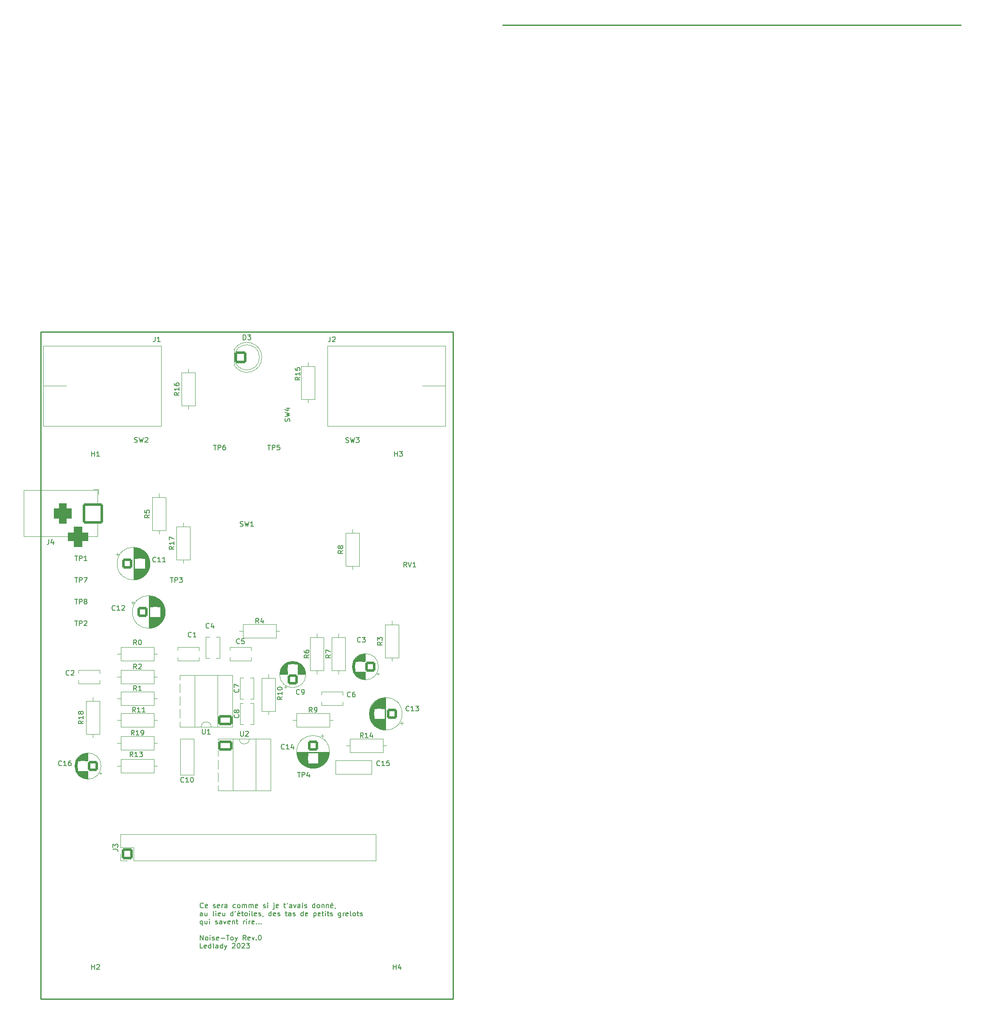
<source format=gto>
G04 #@! TF.GenerationSoftware,KiCad,Pcbnew,7.0.7-7.0.7~ubuntu20.04.1*
G04 #@! TF.CreationDate,2023-09-11T23:38:31+02:00*
G04 #@! TF.ProjectId,noise-toy,6e6f6973-652d-4746-9f79-2e6b69636164,rev?*
G04 #@! TF.SameCoordinates,Original*
G04 #@! TF.FileFunction,Legend,Top*
G04 #@! TF.FilePolarity,Positive*
%FSLAX46Y46*%
G04 Gerber Fmt 4.6, Leading zero omitted, Abs format (unit mm)*
G04 Created by KiCad (PCBNEW 7.0.7-7.0.7~ubuntu20.04.1) date 2023-09-11 23:38:31*
%MOMM*%
%LPD*%
G01*
G04 APERTURE LIST*
G04 Aperture macros list*
%AMRoundRect*
0 Rectangle with rounded corners*
0 $1 Rounding radius*
0 $2 $3 $4 $5 $6 $7 $8 $9 X,Y pos of 4 corners*
0 Add a 4 corners polygon primitive as box body*
4,1,4,$2,$3,$4,$5,$6,$7,$8,$9,$2,$3,0*
0 Add four circle primitives for the rounded corners*
1,1,$1+$1,$2,$3*
1,1,$1+$1,$4,$5*
1,1,$1+$1,$6,$7*
1,1,$1+$1,$8,$9*
0 Add four rect primitives between the rounded corners*
20,1,$1+$1,$2,$3,$4,$5,0*
20,1,$1+$1,$4,$5,$6,$7,0*
20,1,$1+$1,$6,$7,$8,$9,0*
20,1,$1+$1,$8,$9,$2,$3,0*%
G04 Aperture macros list end*
%ADD10C,0.250000*%
%ADD11C,0.200000*%
%ADD12C,0.150000*%
%ADD13C,0.120000*%
%ADD14RoundRect,0.250000X-0.900000X-0.900000X0.900000X-0.900000X0.900000X0.900000X-0.900000X0.900000X0*%
%ADD15C,2.300000*%
%ADD16C,3.000000*%
%ADD17RoundRect,0.250000X0.850000X-0.850000X0.850000X0.850000X-0.850000X0.850000X-0.850000X-0.850000X0*%
%ADD18O,2.200000X2.200000*%
%ADD19C,2.100000*%
%ADD20O,2.100000X2.100000*%
%ADD21C,2.500000*%
%ADD22C,2.600000*%
%ADD23C,4.024000*%
%ADD24O,4.024000X2.024000*%
%ADD25RoundRect,0.250000X1.200000X0.800000X-1.200000X0.800000X-1.200000X-0.800000X1.200000X-0.800000X0*%
%ADD26O,2.900000X2.100000*%
%ADD27RoundRect,0.250000X-1.200000X-0.800000X1.200000X-0.800000X1.200000X0.800000X-1.200000X0.800000X0*%
%ADD28RoundRect,0.250000X0.800000X0.800000X-0.800000X0.800000X-0.800000X-0.800000X0.800000X-0.800000X0*%
%ADD29RoundRect,0.250000X0.800000X-0.800000X0.800000X0.800000X-0.800000X0.800000X-0.800000X-0.800000X0*%
%ADD30RoundRect,0.250000X-0.800000X-0.800000X0.800000X-0.800000X0.800000X0.800000X-0.800000X0.800000X0*%
%ADD31RoundRect,0.250000X-0.800000X0.800000X-0.800000X-0.800000X0.800000X-0.800000X0.800000X0.800000X0*%
%ADD32RoundRect,0.250000X-1.750000X-1.750000X1.750000X-1.750000X1.750000X1.750000X-1.750000X1.750000X0*%
%ADD33RoundRect,1.000000X-0.750000X-1.000000X0.750000X-1.000000X0.750000X1.000000X-0.750000X1.000000X0*%
%ADD34RoundRect,1.125000X-0.875000X-0.875000X0.875000X-0.875000X0.875000X0.875000X-0.875000X0.875000X0*%
%ADD35C,3.700000*%
G04 #@! TA.AperFunction,Profile*
%ADD36C,0.250000*%
G04 #@! TD*
G04 APERTURE END LIST*
D10*
X186182000Y29210000D02*
X277622000Y29210000D01*
D11*
X126417101Y-146826980D02*
X126369482Y-146874600D01*
X126369482Y-146874600D02*
X126226625Y-146922219D01*
X126226625Y-146922219D02*
X126131387Y-146922219D01*
X126131387Y-146922219D02*
X125988530Y-146874600D01*
X125988530Y-146874600D02*
X125893292Y-146779361D01*
X125893292Y-146779361D02*
X125845673Y-146684123D01*
X125845673Y-146684123D02*
X125798054Y-146493647D01*
X125798054Y-146493647D02*
X125798054Y-146350790D01*
X125798054Y-146350790D02*
X125845673Y-146160314D01*
X125845673Y-146160314D02*
X125893292Y-146065076D01*
X125893292Y-146065076D02*
X125988530Y-145969838D01*
X125988530Y-145969838D02*
X126131387Y-145922219D01*
X126131387Y-145922219D02*
X126226625Y-145922219D01*
X126226625Y-145922219D02*
X126369482Y-145969838D01*
X126369482Y-145969838D02*
X126417101Y-146017457D01*
X127226625Y-146874600D02*
X127131387Y-146922219D01*
X127131387Y-146922219D02*
X126940911Y-146922219D01*
X126940911Y-146922219D02*
X126845673Y-146874600D01*
X126845673Y-146874600D02*
X126798054Y-146779361D01*
X126798054Y-146779361D02*
X126798054Y-146398409D01*
X126798054Y-146398409D02*
X126845673Y-146303171D01*
X126845673Y-146303171D02*
X126940911Y-146255552D01*
X126940911Y-146255552D02*
X127131387Y-146255552D01*
X127131387Y-146255552D02*
X127226625Y-146303171D01*
X127226625Y-146303171D02*
X127274244Y-146398409D01*
X127274244Y-146398409D02*
X127274244Y-146493647D01*
X127274244Y-146493647D02*
X126798054Y-146588885D01*
X128417102Y-146874600D02*
X128512340Y-146922219D01*
X128512340Y-146922219D02*
X128702816Y-146922219D01*
X128702816Y-146922219D02*
X128798054Y-146874600D01*
X128798054Y-146874600D02*
X128845673Y-146779361D01*
X128845673Y-146779361D02*
X128845673Y-146731742D01*
X128845673Y-146731742D02*
X128798054Y-146636504D01*
X128798054Y-146636504D02*
X128702816Y-146588885D01*
X128702816Y-146588885D02*
X128559959Y-146588885D01*
X128559959Y-146588885D02*
X128464721Y-146541266D01*
X128464721Y-146541266D02*
X128417102Y-146446028D01*
X128417102Y-146446028D02*
X128417102Y-146398409D01*
X128417102Y-146398409D02*
X128464721Y-146303171D01*
X128464721Y-146303171D02*
X128559959Y-146255552D01*
X128559959Y-146255552D02*
X128702816Y-146255552D01*
X128702816Y-146255552D02*
X128798054Y-146303171D01*
X129655197Y-146874600D02*
X129559959Y-146922219D01*
X129559959Y-146922219D02*
X129369483Y-146922219D01*
X129369483Y-146922219D02*
X129274245Y-146874600D01*
X129274245Y-146874600D02*
X129226626Y-146779361D01*
X129226626Y-146779361D02*
X129226626Y-146398409D01*
X129226626Y-146398409D02*
X129274245Y-146303171D01*
X129274245Y-146303171D02*
X129369483Y-146255552D01*
X129369483Y-146255552D02*
X129559959Y-146255552D01*
X129559959Y-146255552D02*
X129655197Y-146303171D01*
X129655197Y-146303171D02*
X129702816Y-146398409D01*
X129702816Y-146398409D02*
X129702816Y-146493647D01*
X129702816Y-146493647D02*
X129226626Y-146588885D01*
X130131388Y-146922219D02*
X130131388Y-146255552D01*
X130131388Y-146446028D02*
X130179007Y-146350790D01*
X130179007Y-146350790D02*
X130226626Y-146303171D01*
X130226626Y-146303171D02*
X130321864Y-146255552D01*
X130321864Y-146255552D02*
X130417102Y-146255552D01*
X131179007Y-146922219D02*
X131179007Y-146398409D01*
X131179007Y-146398409D02*
X131131388Y-146303171D01*
X131131388Y-146303171D02*
X131036150Y-146255552D01*
X131036150Y-146255552D02*
X130845674Y-146255552D01*
X130845674Y-146255552D02*
X130750436Y-146303171D01*
X131179007Y-146874600D02*
X131083769Y-146922219D01*
X131083769Y-146922219D02*
X130845674Y-146922219D01*
X130845674Y-146922219D02*
X130750436Y-146874600D01*
X130750436Y-146874600D02*
X130702817Y-146779361D01*
X130702817Y-146779361D02*
X130702817Y-146684123D01*
X130702817Y-146684123D02*
X130750436Y-146588885D01*
X130750436Y-146588885D02*
X130845674Y-146541266D01*
X130845674Y-146541266D02*
X131083769Y-146541266D01*
X131083769Y-146541266D02*
X131179007Y-146493647D01*
X132845674Y-146874600D02*
X132750436Y-146922219D01*
X132750436Y-146922219D02*
X132559960Y-146922219D01*
X132559960Y-146922219D02*
X132464722Y-146874600D01*
X132464722Y-146874600D02*
X132417103Y-146826980D01*
X132417103Y-146826980D02*
X132369484Y-146731742D01*
X132369484Y-146731742D02*
X132369484Y-146446028D01*
X132369484Y-146446028D02*
X132417103Y-146350790D01*
X132417103Y-146350790D02*
X132464722Y-146303171D01*
X132464722Y-146303171D02*
X132559960Y-146255552D01*
X132559960Y-146255552D02*
X132750436Y-146255552D01*
X132750436Y-146255552D02*
X132845674Y-146303171D01*
X133417103Y-146922219D02*
X133321865Y-146874600D01*
X133321865Y-146874600D02*
X133274246Y-146826980D01*
X133274246Y-146826980D02*
X133226627Y-146731742D01*
X133226627Y-146731742D02*
X133226627Y-146446028D01*
X133226627Y-146446028D02*
X133274246Y-146350790D01*
X133274246Y-146350790D02*
X133321865Y-146303171D01*
X133321865Y-146303171D02*
X133417103Y-146255552D01*
X133417103Y-146255552D02*
X133559960Y-146255552D01*
X133559960Y-146255552D02*
X133655198Y-146303171D01*
X133655198Y-146303171D02*
X133702817Y-146350790D01*
X133702817Y-146350790D02*
X133750436Y-146446028D01*
X133750436Y-146446028D02*
X133750436Y-146731742D01*
X133750436Y-146731742D02*
X133702817Y-146826980D01*
X133702817Y-146826980D02*
X133655198Y-146874600D01*
X133655198Y-146874600D02*
X133559960Y-146922219D01*
X133559960Y-146922219D02*
X133417103Y-146922219D01*
X134179008Y-146922219D02*
X134179008Y-146255552D01*
X134179008Y-146350790D02*
X134226627Y-146303171D01*
X134226627Y-146303171D02*
X134321865Y-146255552D01*
X134321865Y-146255552D02*
X134464722Y-146255552D01*
X134464722Y-146255552D02*
X134559960Y-146303171D01*
X134559960Y-146303171D02*
X134607579Y-146398409D01*
X134607579Y-146398409D02*
X134607579Y-146922219D01*
X134607579Y-146398409D02*
X134655198Y-146303171D01*
X134655198Y-146303171D02*
X134750436Y-146255552D01*
X134750436Y-146255552D02*
X134893293Y-146255552D01*
X134893293Y-146255552D02*
X134988532Y-146303171D01*
X134988532Y-146303171D02*
X135036151Y-146398409D01*
X135036151Y-146398409D02*
X135036151Y-146922219D01*
X135512341Y-146922219D02*
X135512341Y-146255552D01*
X135512341Y-146350790D02*
X135559960Y-146303171D01*
X135559960Y-146303171D02*
X135655198Y-146255552D01*
X135655198Y-146255552D02*
X135798055Y-146255552D01*
X135798055Y-146255552D02*
X135893293Y-146303171D01*
X135893293Y-146303171D02*
X135940912Y-146398409D01*
X135940912Y-146398409D02*
X135940912Y-146922219D01*
X135940912Y-146398409D02*
X135988531Y-146303171D01*
X135988531Y-146303171D02*
X136083769Y-146255552D01*
X136083769Y-146255552D02*
X136226626Y-146255552D01*
X136226626Y-146255552D02*
X136321865Y-146303171D01*
X136321865Y-146303171D02*
X136369484Y-146398409D01*
X136369484Y-146398409D02*
X136369484Y-146922219D01*
X137226626Y-146874600D02*
X137131388Y-146922219D01*
X137131388Y-146922219D02*
X136940912Y-146922219D01*
X136940912Y-146922219D02*
X136845674Y-146874600D01*
X136845674Y-146874600D02*
X136798055Y-146779361D01*
X136798055Y-146779361D02*
X136798055Y-146398409D01*
X136798055Y-146398409D02*
X136845674Y-146303171D01*
X136845674Y-146303171D02*
X136940912Y-146255552D01*
X136940912Y-146255552D02*
X137131388Y-146255552D01*
X137131388Y-146255552D02*
X137226626Y-146303171D01*
X137226626Y-146303171D02*
X137274245Y-146398409D01*
X137274245Y-146398409D02*
X137274245Y-146493647D01*
X137274245Y-146493647D02*
X136798055Y-146588885D01*
X138417103Y-146874600D02*
X138512341Y-146922219D01*
X138512341Y-146922219D02*
X138702817Y-146922219D01*
X138702817Y-146922219D02*
X138798055Y-146874600D01*
X138798055Y-146874600D02*
X138845674Y-146779361D01*
X138845674Y-146779361D02*
X138845674Y-146731742D01*
X138845674Y-146731742D02*
X138798055Y-146636504D01*
X138798055Y-146636504D02*
X138702817Y-146588885D01*
X138702817Y-146588885D02*
X138559960Y-146588885D01*
X138559960Y-146588885D02*
X138464722Y-146541266D01*
X138464722Y-146541266D02*
X138417103Y-146446028D01*
X138417103Y-146446028D02*
X138417103Y-146398409D01*
X138417103Y-146398409D02*
X138464722Y-146303171D01*
X138464722Y-146303171D02*
X138559960Y-146255552D01*
X138559960Y-146255552D02*
X138702817Y-146255552D01*
X138702817Y-146255552D02*
X138798055Y-146303171D01*
X139274246Y-146922219D02*
X139274246Y-146255552D01*
X139274246Y-145922219D02*
X139226627Y-145969838D01*
X139226627Y-145969838D02*
X139274246Y-146017457D01*
X139274246Y-146017457D02*
X139321865Y-145969838D01*
X139321865Y-145969838D02*
X139274246Y-145922219D01*
X139274246Y-145922219D02*
X139274246Y-146017457D01*
X140512341Y-146255552D02*
X140512341Y-147112695D01*
X140512341Y-147112695D02*
X140464722Y-147207933D01*
X140464722Y-147207933D02*
X140369484Y-147255552D01*
X140369484Y-147255552D02*
X140321865Y-147255552D01*
X140512341Y-145922219D02*
X140464722Y-145969838D01*
X140464722Y-145969838D02*
X140512341Y-146017457D01*
X140512341Y-146017457D02*
X140559960Y-145969838D01*
X140559960Y-145969838D02*
X140512341Y-145922219D01*
X140512341Y-145922219D02*
X140512341Y-146017457D01*
X141369483Y-146874600D02*
X141274245Y-146922219D01*
X141274245Y-146922219D02*
X141083769Y-146922219D01*
X141083769Y-146922219D02*
X140988531Y-146874600D01*
X140988531Y-146874600D02*
X140940912Y-146779361D01*
X140940912Y-146779361D02*
X140940912Y-146398409D01*
X140940912Y-146398409D02*
X140988531Y-146303171D01*
X140988531Y-146303171D02*
X141083769Y-146255552D01*
X141083769Y-146255552D02*
X141274245Y-146255552D01*
X141274245Y-146255552D02*
X141369483Y-146303171D01*
X141369483Y-146303171D02*
X141417102Y-146398409D01*
X141417102Y-146398409D02*
X141417102Y-146493647D01*
X141417102Y-146493647D02*
X140940912Y-146588885D01*
X142464722Y-146255552D02*
X142845674Y-146255552D01*
X142607579Y-145922219D02*
X142607579Y-146779361D01*
X142607579Y-146779361D02*
X142655198Y-146874600D01*
X142655198Y-146874600D02*
X142750436Y-146922219D01*
X142750436Y-146922219D02*
X142845674Y-146922219D01*
X143226627Y-145922219D02*
X143131389Y-146112695D01*
X144083769Y-146922219D02*
X144083769Y-146398409D01*
X144083769Y-146398409D02*
X144036150Y-146303171D01*
X144036150Y-146303171D02*
X143940912Y-146255552D01*
X143940912Y-146255552D02*
X143750436Y-146255552D01*
X143750436Y-146255552D02*
X143655198Y-146303171D01*
X144083769Y-146874600D02*
X143988531Y-146922219D01*
X143988531Y-146922219D02*
X143750436Y-146922219D01*
X143750436Y-146922219D02*
X143655198Y-146874600D01*
X143655198Y-146874600D02*
X143607579Y-146779361D01*
X143607579Y-146779361D02*
X143607579Y-146684123D01*
X143607579Y-146684123D02*
X143655198Y-146588885D01*
X143655198Y-146588885D02*
X143750436Y-146541266D01*
X143750436Y-146541266D02*
X143988531Y-146541266D01*
X143988531Y-146541266D02*
X144083769Y-146493647D01*
X144464722Y-146255552D02*
X144702817Y-146922219D01*
X144702817Y-146922219D02*
X144940912Y-146255552D01*
X145750436Y-146922219D02*
X145750436Y-146398409D01*
X145750436Y-146398409D02*
X145702817Y-146303171D01*
X145702817Y-146303171D02*
X145607579Y-146255552D01*
X145607579Y-146255552D02*
X145417103Y-146255552D01*
X145417103Y-146255552D02*
X145321865Y-146303171D01*
X145750436Y-146874600D02*
X145655198Y-146922219D01*
X145655198Y-146922219D02*
X145417103Y-146922219D01*
X145417103Y-146922219D02*
X145321865Y-146874600D01*
X145321865Y-146874600D02*
X145274246Y-146779361D01*
X145274246Y-146779361D02*
X145274246Y-146684123D01*
X145274246Y-146684123D02*
X145321865Y-146588885D01*
X145321865Y-146588885D02*
X145417103Y-146541266D01*
X145417103Y-146541266D02*
X145655198Y-146541266D01*
X145655198Y-146541266D02*
X145750436Y-146493647D01*
X146226627Y-146922219D02*
X146226627Y-146255552D01*
X146226627Y-145922219D02*
X146179008Y-145969838D01*
X146179008Y-145969838D02*
X146226627Y-146017457D01*
X146226627Y-146017457D02*
X146274246Y-145969838D01*
X146274246Y-145969838D02*
X146226627Y-145922219D01*
X146226627Y-145922219D02*
X146226627Y-146017457D01*
X146655198Y-146874600D02*
X146750436Y-146922219D01*
X146750436Y-146922219D02*
X146940912Y-146922219D01*
X146940912Y-146922219D02*
X147036150Y-146874600D01*
X147036150Y-146874600D02*
X147083769Y-146779361D01*
X147083769Y-146779361D02*
X147083769Y-146731742D01*
X147083769Y-146731742D02*
X147036150Y-146636504D01*
X147036150Y-146636504D02*
X146940912Y-146588885D01*
X146940912Y-146588885D02*
X146798055Y-146588885D01*
X146798055Y-146588885D02*
X146702817Y-146541266D01*
X146702817Y-146541266D02*
X146655198Y-146446028D01*
X146655198Y-146446028D02*
X146655198Y-146398409D01*
X146655198Y-146398409D02*
X146702817Y-146303171D01*
X146702817Y-146303171D02*
X146798055Y-146255552D01*
X146798055Y-146255552D02*
X146940912Y-146255552D01*
X146940912Y-146255552D02*
X147036150Y-146303171D01*
X148702817Y-146922219D02*
X148702817Y-145922219D01*
X148702817Y-146874600D02*
X148607579Y-146922219D01*
X148607579Y-146922219D02*
X148417103Y-146922219D01*
X148417103Y-146922219D02*
X148321865Y-146874600D01*
X148321865Y-146874600D02*
X148274246Y-146826980D01*
X148274246Y-146826980D02*
X148226627Y-146731742D01*
X148226627Y-146731742D02*
X148226627Y-146446028D01*
X148226627Y-146446028D02*
X148274246Y-146350790D01*
X148274246Y-146350790D02*
X148321865Y-146303171D01*
X148321865Y-146303171D02*
X148417103Y-146255552D01*
X148417103Y-146255552D02*
X148607579Y-146255552D01*
X148607579Y-146255552D02*
X148702817Y-146303171D01*
X149321865Y-146922219D02*
X149226627Y-146874600D01*
X149226627Y-146874600D02*
X149179008Y-146826980D01*
X149179008Y-146826980D02*
X149131389Y-146731742D01*
X149131389Y-146731742D02*
X149131389Y-146446028D01*
X149131389Y-146446028D02*
X149179008Y-146350790D01*
X149179008Y-146350790D02*
X149226627Y-146303171D01*
X149226627Y-146303171D02*
X149321865Y-146255552D01*
X149321865Y-146255552D02*
X149464722Y-146255552D01*
X149464722Y-146255552D02*
X149559960Y-146303171D01*
X149559960Y-146303171D02*
X149607579Y-146350790D01*
X149607579Y-146350790D02*
X149655198Y-146446028D01*
X149655198Y-146446028D02*
X149655198Y-146731742D01*
X149655198Y-146731742D02*
X149607579Y-146826980D01*
X149607579Y-146826980D02*
X149559960Y-146874600D01*
X149559960Y-146874600D02*
X149464722Y-146922219D01*
X149464722Y-146922219D02*
X149321865Y-146922219D01*
X150083770Y-146255552D02*
X150083770Y-146922219D01*
X150083770Y-146350790D02*
X150131389Y-146303171D01*
X150131389Y-146303171D02*
X150226627Y-146255552D01*
X150226627Y-146255552D02*
X150369484Y-146255552D01*
X150369484Y-146255552D02*
X150464722Y-146303171D01*
X150464722Y-146303171D02*
X150512341Y-146398409D01*
X150512341Y-146398409D02*
X150512341Y-146922219D01*
X150988532Y-146255552D02*
X150988532Y-146922219D01*
X150988532Y-146350790D02*
X151036151Y-146303171D01*
X151036151Y-146303171D02*
X151131389Y-146255552D01*
X151131389Y-146255552D02*
X151274246Y-146255552D01*
X151274246Y-146255552D02*
X151369484Y-146303171D01*
X151369484Y-146303171D02*
X151417103Y-146398409D01*
X151417103Y-146398409D02*
X151417103Y-146922219D01*
X152274246Y-146874600D02*
X152179008Y-146922219D01*
X152179008Y-146922219D02*
X151988532Y-146922219D01*
X151988532Y-146922219D02*
X151893294Y-146874600D01*
X151893294Y-146874600D02*
X151845675Y-146779361D01*
X151845675Y-146779361D02*
X151845675Y-146398409D01*
X151845675Y-146398409D02*
X151893294Y-146303171D01*
X151893294Y-146303171D02*
X151988532Y-146255552D01*
X151988532Y-146255552D02*
X152179008Y-146255552D01*
X152179008Y-146255552D02*
X152274246Y-146303171D01*
X152274246Y-146303171D02*
X152321865Y-146398409D01*
X152321865Y-146398409D02*
X152321865Y-146493647D01*
X152321865Y-146493647D02*
X151845675Y-146588885D01*
X152179008Y-145874600D02*
X152036151Y-146017457D01*
X152798056Y-146874600D02*
X152798056Y-146922219D01*
X152798056Y-146922219D02*
X152750437Y-147017457D01*
X152750437Y-147017457D02*
X152702818Y-147065076D01*
X126274244Y-148532219D02*
X126274244Y-148008409D01*
X126274244Y-148008409D02*
X126226625Y-147913171D01*
X126226625Y-147913171D02*
X126131387Y-147865552D01*
X126131387Y-147865552D02*
X125940911Y-147865552D01*
X125940911Y-147865552D02*
X125845673Y-147913171D01*
X126274244Y-148484600D02*
X126179006Y-148532219D01*
X126179006Y-148532219D02*
X125940911Y-148532219D01*
X125940911Y-148532219D02*
X125845673Y-148484600D01*
X125845673Y-148484600D02*
X125798054Y-148389361D01*
X125798054Y-148389361D02*
X125798054Y-148294123D01*
X125798054Y-148294123D02*
X125845673Y-148198885D01*
X125845673Y-148198885D02*
X125940911Y-148151266D01*
X125940911Y-148151266D02*
X126179006Y-148151266D01*
X126179006Y-148151266D02*
X126274244Y-148103647D01*
X127179006Y-147865552D02*
X127179006Y-148532219D01*
X126750435Y-147865552D02*
X126750435Y-148389361D01*
X126750435Y-148389361D02*
X126798054Y-148484600D01*
X126798054Y-148484600D02*
X126893292Y-148532219D01*
X126893292Y-148532219D02*
X127036149Y-148532219D01*
X127036149Y-148532219D02*
X127131387Y-148484600D01*
X127131387Y-148484600D02*
X127179006Y-148436980D01*
X128559959Y-148532219D02*
X128464721Y-148484600D01*
X128464721Y-148484600D02*
X128417102Y-148389361D01*
X128417102Y-148389361D02*
X128417102Y-147532219D01*
X128940912Y-148532219D02*
X128940912Y-147865552D01*
X128940912Y-147532219D02*
X128893293Y-147579838D01*
X128893293Y-147579838D02*
X128940912Y-147627457D01*
X128940912Y-147627457D02*
X128988531Y-147579838D01*
X128988531Y-147579838D02*
X128940912Y-147532219D01*
X128940912Y-147532219D02*
X128940912Y-147627457D01*
X129798054Y-148484600D02*
X129702816Y-148532219D01*
X129702816Y-148532219D02*
X129512340Y-148532219D01*
X129512340Y-148532219D02*
X129417102Y-148484600D01*
X129417102Y-148484600D02*
X129369483Y-148389361D01*
X129369483Y-148389361D02*
X129369483Y-148008409D01*
X129369483Y-148008409D02*
X129417102Y-147913171D01*
X129417102Y-147913171D02*
X129512340Y-147865552D01*
X129512340Y-147865552D02*
X129702816Y-147865552D01*
X129702816Y-147865552D02*
X129798054Y-147913171D01*
X129798054Y-147913171D02*
X129845673Y-148008409D01*
X129845673Y-148008409D02*
X129845673Y-148103647D01*
X129845673Y-148103647D02*
X129369483Y-148198885D01*
X130702816Y-147865552D02*
X130702816Y-148532219D01*
X130274245Y-147865552D02*
X130274245Y-148389361D01*
X130274245Y-148389361D02*
X130321864Y-148484600D01*
X130321864Y-148484600D02*
X130417102Y-148532219D01*
X130417102Y-148532219D02*
X130559959Y-148532219D01*
X130559959Y-148532219D02*
X130655197Y-148484600D01*
X130655197Y-148484600D02*
X130702816Y-148436980D01*
X132369483Y-148532219D02*
X132369483Y-147532219D01*
X132369483Y-148484600D02*
X132274245Y-148532219D01*
X132274245Y-148532219D02*
X132083769Y-148532219D01*
X132083769Y-148532219D02*
X131988531Y-148484600D01*
X131988531Y-148484600D02*
X131940912Y-148436980D01*
X131940912Y-148436980D02*
X131893293Y-148341742D01*
X131893293Y-148341742D02*
X131893293Y-148056028D01*
X131893293Y-148056028D02*
X131940912Y-147960790D01*
X131940912Y-147960790D02*
X131988531Y-147913171D01*
X131988531Y-147913171D02*
X132083769Y-147865552D01*
X132083769Y-147865552D02*
X132274245Y-147865552D01*
X132274245Y-147865552D02*
X132369483Y-147913171D01*
X132893293Y-147532219D02*
X132798055Y-147722695D01*
X133702816Y-148484600D02*
X133607578Y-148532219D01*
X133607578Y-148532219D02*
X133417102Y-148532219D01*
X133417102Y-148532219D02*
X133321864Y-148484600D01*
X133321864Y-148484600D02*
X133274245Y-148389361D01*
X133274245Y-148389361D02*
X133274245Y-148008409D01*
X133274245Y-148008409D02*
X133321864Y-147913171D01*
X133321864Y-147913171D02*
X133417102Y-147865552D01*
X133417102Y-147865552D02*
X133607578Y-147865552D01*
X133607578Y-147865552D02*
X133702816Y-147913171D01*
X133702816Y-147913171D02*
X133750435Y-148008409D01*
X133750435Y-148008409D02*
X133750435Y-148103647D01*
X133750435Y-148103647D02*
X133274245Y-148198885D01*
X133607578Y-147484600D02*
X133464721Y-147627457D01*
X134036150Y-147865552D02*
X134417102Y-147865552D01*
X134179007Y-147532219D02*
X134179007Y-148389361D01*
X134179007Y-148389361D02*
X134226626Y-148484600D01*
X134226626Y-148484600D02*
X134321864Y-148532219D01*
X134321864Y-148532219D02*
X134417102Y-148532219D01*
X134893293Y-148532219D02*
X134798055Y-148484600D01*
X134798055Y-148484600D02*
X134750436Y-148436980D01*
X134750436Y-148436980D02*
X134702817Y-148341742D01*
X134702817Y-148341742D02*
X134702817Y-148056028D01*
X134702817Y-148056028D02*
X134750436Y-147960790D01*
X134750436Y-147960790D02*
X134798055Y-147913171D01*
X134798055Y-147913171D02*
X134893293Y-147865552D01*
X134893293Y-147865552D02*
X135036150Y-147865552D01*
X135036150Y-147865552D02*
X135131388Y-147913171D01*
X135131388Y-147913171D02*
X135179007Y-147960790D01*
X135179007Y-147960790D02*
X135226626Y-148056028D01*
X135226626Y-148056028D02*
X135226626Y-148341742D01*
X135226626Y-148341742D02*
X135179007Y-148436980D01*
X135179007Y-148436980D02*
X135131388Y-148484600D01*
X135131388Y-148484600D02*
X135036150Y-148532219D01*
X135036150Y-148532219D02*
X134893293Y-148532219D01*
X135655198Y-148532219D02*
X135655198Y-147865552D01*
X135655198Y-147532219D02*
X135607579Y-147579838D01*
X135607579Y-147579838D02*
X135655198Y-147627457D01*
X135655198Y-147627457D02*
X135702817Y-147579838D01*
X135702817Y-147579838D02*
X135655198Y-147532219D01*
X135655198Y-147532219D02*
X135655198Y-147627457D01*
X136274245Y-148532219D02*
X136179007Y-148484600D01*
X136179007Y-148484600D02*
X136131388Y-148389361D01*
X136131388Y-148389361D02*
X136131388Y-147532219D01*
X137036150Y-148484600D02*
X136940912Y-148532219D01*
X136940912Y-148532219D02*
X136750436Y-148532219D01*
X136750436Y-148532219D02*
X136655198Y-148484600D01*
X136655198Y-148484600D02*
X136607579Y-148389361D01*
X136607579Y-148389361D02*
X136607579Y-148008409D01*
X136607579Y-148008409D02*
X136655198Y-147913171D01*
X136655198Y-147913171D02*
X136750436Y-147865552D01*
X136750436Y-147865552D02*
X136940912Y-147865552D01*
X136940912Y-147865552D02*
X137036150Y-147913171D01*
X137036150Y-147913171D02*
X137083769Y-148008409D01*
X137083769Y-148008409D02*
X137083769Y-148103647D01*
X137083769Y-148103647D02*
X136607579Y-148198885D01*
X137464722Y-148484600D02*
X137559960Y-148532219D01*
X137559960Y-148532219D02*
X137750436Y-148532219D01*
X137750436Y-148532219D02*
X137845674Y-148484600D01*
X137845674Y-148484600D02*
X137893293Y-148389361D01*
X137893293Y-148389361D02*
X137893293Y-148341742D01*
X137893293Y-148341742D02*
X137845674Y-148246504D01*
X137845674Y-148246504D02*
X137750436Y-148198885D01*
X137750436Y-148198885D02*
X137607579Y-148198885D01*
X137607579Y-148198885D02*
X137512341Y-148151266D01*
X137512341Y-148151266D02*
X137464722Y-148056028D01*
X137464722Y-148056028D02*
X137464722Y-148008409D01*
X137464722Y-148008409D02*
X137512341Y-147913171D01*
X137512341Y-147913171D02*
X137607579Y-147865552D01*
X137607579Y-147865552D02*
X137750436Y-147865552D01*
X137750436Y-147865552D02*
X137845674Y-147913171D01*
X138369484Y-148484600D02*
X138369484Y-148532219D01*
X138369484Y-148532219D02*
X138321865Y-148627457D01*
X138321865Y-148627457D02*
X138274246Y-148675076D01*
X139988531Y-148532219D02*
X139988531Y-147532219D01*
X139988531Y-148484600D02*
X139893293Y-148532219D01*
X139893293Y-148532219D02*
X139702817Y-148532219D01*
X139702817Y-148532219D02*
X139607579Y-148484600D01*
X139607579Y-148484600D02*
X139559960Y-148436980D01*
X139559960Y-148436980D02*
X139512341Y-148341742D01*
X139512341Y-148341742D02*
X139512341Y-148056028D01*
X139512341Y-148056028D02*
X139559960Y-147960790D01*
X139559960Y-147960790D02*
X139607579Y-147913171D01*
X139607579Y-147913171D02*
X139702817Y-147865552D01*
X139702817Y-147865552D02*
X139893293Y-147865552D01*
X139893293Y-147865552D02*
X139988531Y-147913171D01*
X140845674Y-148484600D02*
X140750436Y-148532219D01*
X140750436Y-148532219D02*
X140559960Y-148532219D01*
X140559960Y-148532219D02*
X140464722Y-148484600D01*
X140464722Y-148484600D02*
X140417103Y-148389361D01*
X140417103Y-148389361D02*
X140417103Y-148008409D01*
X140417103Y-148008409D02*
X140464722Y-147913171D01*
X140464722Y-147913171D02*
X140559960Y-147865552D01*
X140559960Y-147865552D02*
X140750436Y-147865552D01*
X140750436Y-147865552D02*
X140845674Y-147913171D01*
X140845674Y-147913171D02*
X140893293Y-148008409D01*
X140893293Y-148008409D02*
X140893293Y-148103647D01*
X140893293Y-148103647D02*
X140417103Y-148198885D01*
X141274246Y-148484600D02*
X141369484Y-148532219D01*
X141369484Y-148532219D02*
X141559960Y-148532219D01*
X141559960Y-148532219D02*
X141655198Y-148484600D01*
X141655198Y-148484600D02*
X141702817Y-148389361D01*
X141702817Y-148389361D02*
X141702817Y-148341742D01*
X141702817Y-148341742D02*
X141655198Y-148246504D01*
X141655198Y-148246504D02*
X141559960Y-148198885D01*
X141559960Y-148198885D02*
X141417103Y-148198885D01*
X141417103Y-148198885D02*
X141321865Y-148151266D01*
X141321865Y-148151266D02*
X141274246Y-148056028D01*
X141274246Y-148056028D02*
X141274246Y-148008409D01*
X141274246Y-148008409D02*
X141321865Y-147913171D01*
X141321865Y-147913171D02*
X141417103Y-147865552D01*
X141417103Y-147865552D02*
X141559960Y-147865552D01*
X141559960Y-147865552D02*
X141655198Y-147913171D01*
X142750437Y-147865552D02*
X143131389Y-147865552D01*
X142893294Y-147532219D02*
X142893294Y-148389361D01*
X142893294Y-148389361D02*
X142940913Y-148484600D01*
X142940913Y-148484600D02*
X143036151Y-148532219D01*
X143036151Y-148532219D02*
X143131389Y-148532219D01*
X143893294Y-148532219D02*
X143893294Y-148008409D01*
X143893294Y-148008409D02*
X143845675Y-147913171D01*
X143845675Y-147913171D02*
X143750437Y-147865552D01*
X143750437Y-147865552D02*
X143559961Y-147865552D01*
X143559961Y-147865552D02*
X143464723Y-147913171D01*
X143893294Y-148484600D02*
X143798056Y-148532219D01*
X143798056Y-148532219D02*
X143559961Y-148532219D01*
X143559961Y-148532219D02*
X143464723Y-148484600D01*
X143464723Y-148484600D02*
X143417104Y-148389361D01*
X143417104Y-148389361D02*
X143417104Y-148294123D01*
X143417104Y-148294123D02*
X143464723Y-148198885D01*
X143464723Y-148198885D02*
X143559961Y-148151266D01*
X143559961Y-148151266D02*
X143798056Y-148151266D01*
X143798056Y-148151266D02*
X143893294Y-148103647D01*
X144321866Y-148484600D02*
X144417104Y-148532219D01*
X144417104Y-148532219D02*
X144607580Y-148532219D01*
X144607580Y-148532219D02*
X144702818Y-148484600D01*
X144702818Y-148484600D02*
X144750437Y-148389361D01*
X144750437Y-148389361D02*
X144750437Y-148341742D01*
X144750437Y-148341742D02*
X144702818Y-148246504D01*
X144702818Y-148246504D02*
X144607580Y-148198885D01*
X144607580Y-148198885D02*
X144464723Y-148198885D01*
X144464723Y-148198885D02*
X144369485Y-148151266D01*
X144369485Y-148151266D02*
X144321866Y-148056028D01*
X144321866Y-148056028D02*
X144321866Y-148008409D01*
X144321866Y-148008409D02*
X144369485Y-147913171D01*
X144369485Y-147913171D02*
X144464723Y-147865552D01*
X144464723Y-147865552D02*
X144607580Y-147865552D01*
X144607580Y-147865552D02*
X144702818Y-147913171D01*
X146369485Y-148532219D02*
X146369485Y-147532219D01*
X146369485Y-148484600D02*
X146274247Y-148532219D01*
X146274247Y-148532219D02*
X146083771Y-148532219D01*
X146083771Y-148532219D02*
X145988533Y-148484600D01*
X145988533Y-148484600D02*
X145940914Y-148436980D01*
X145940914Y-148436980D02*
X145893295Y-148341742D01*
X145893295Y-148341742D02*
X145893295Y-148056028D01*
X145893295Y-148056028D02*
X145940914Y-147960790D01*
X145940914Y-147960790D02*
X145988533Y-147913171D01*
X145988533Y-147913171D02*
X146083771Y-147865552D01*
X146083771Y-147865552D02*
X146274247Y-147865552D01*
X146274247Y-147865552D02*
X146369485Y-147913171D01*
X147226628Y-148484600D02*
X147131390Y-148532219D01*
X147131390Y-148532219D02*
X146940914Y-148532219D01*
X146940914Y-148532219D02*
X146845676Y-148484600D01*
X146845676Y-148484600D02*
X146798057Y-148389361D01*
X146798057Y-148389361D02*
X146798057Y-148008409D01*
X146798057Y-148008409D02*
X146845676Y-147913171D01*
X146845676Y-147913171D02*
X146940914Y-147865552D01*
X146940914Y-147865552D02*
X147131390Y-147865552D01*
X147131390Y-147865552D02*
X147226628Y-147913171D01*
X147226628Y-147913171D02*
X147274247Y-148008409D01*
X147274247Y-148008409D02*
X147274247Y-148103647D01*
X147274247Y-148103647D02*
X146798057Y-148198885D01*
X148464724Y-147865552D02*
X148464724Y-148865552D01*
X148464724Y-147913171D02*
X148559962Y-147865552D01*
X148559962Y-147865552D02*
X148750438Y-147865552D01*
X148750438Y-147865552D02*
X148845676Y-147913171D01*
X148845676Y-147913171D02*
X148893295Y-147960790D01*
X148893295Y-147960790D02*
X148940914Y-148056028D01*
X148940914Y-148056028D02*
X148940914Y-148341742D01*
X148940914Y-148341742D02*
X148893295Y-148436980D01*
X148893295Y-148436980D02*
X148845676Y-148484600D01*
X148845676Y-148484600D02*
X148750438Y-148532219D01*
X148750438Y-148532219D02*
X148559962Y-148532219D01*
X148559962Y-148532219D02*
X148464724Y-148484600D01*
X149750438Y-148484600D02*
X149655200Y-148532219D01*
X149655200Y-148532219D02*
X149464724Y-148532219D01*
X149464724Y-148532219D02*
X149369486Y-148484600D01*
X149369486Y-148484600D02*
X149321867Y-148389361D01*
X149321867Y-148389361D02*
X149321867Y-148008409D01*
X149321867Y-148008409D02*
X149369486Y-147913171D01*
X149369486Y-147913171D02*
X149464724Y-147865552D01*
X149464724Y-147865552D02*
X149655200Y-147865552D01*
X149655200Y-147865552D02*
X149750438Y-147913171D01*
X149750438Y-147913171D02*
X149798057Y-148008409D01*
X149798057Y-148008409D02*
X149798057Y-148103647D01*
X149798057Y-148103647D02*
X149321867Y-148198885D01*
X150083772Y-147865552D02*
X150464724Y-147865552D01*
X150226629Y-147532219D02*
X150226629Y-148389361D01*
X150226629Y-148389361D02*
X150274248Y-148484600D01*
X150274248Y-148484600D02*
X150369486Y-148532219D01*
X150369486Y-148532219D02*
X150464724Y-148532219D01*
X150798058Y-148532219D02*
X150798058Y-147865552D01*
X150798058Y-147532219D02*
X150750439Y-147579838D01*
X150750439Y-147579838D02*
X150798058Y-147627457D01*
X150798058Y-147627457D02*
X150845677Y-147579838D01*
X150845677Y-147579838D02*
X150798058Y-147532219D01*
X150798058Y-147532219D02*
X150798058Y-147627457D01*
X151131391Y-147865552D02*
X151512343Y-147865552D01*
X151274248Y-147532219D02*
X151274248Y-148389361D01*
X151274248Y-148389361D02*
X151321867Y-148484600D01*
X151321867Y-148484600D02*
X151417105Y-148532219D01*
X151417105Y-148532219D02*
X151512343Y-148532219D01*
X151798058Y-148484600D02*
X151893296Y-148532219D01*
X151893296Y-148532219D02*
X152083772Y-148532219D01*
X152083772Y-148532219D02*
X152179010Y-148484600D01*
X152179010Y-148484600D02*
X152226629Y-148389361D01*
X152226629Y-148389361D02*
X152226629Y-148341742D01*
X152226629Y-148341742D02*
X152179010Y-148246504D01*
X152179010Y-148246504D02*
X152083772Y-148198885D01*
X152083772Y-148198885D02*
X151940915Y-148198885D01*
X151940915Y-148198885D02*
X151845677Y-148151266D01*
X151845677Y-148151266D02*
X151798058Y-148056028D01*
X151798058Y-148056028D02*
X151798058Y-148008409D01*
X151798058Y-148008409D02*
X151845677Y-147913171D01*
X151845677Y-147913171D02*
X151940915Y-147865552D01*
X151940915Y-147865552D02*
X152083772Y-147865552D01*
X152083772Y-147865552D02*
X152179010Y-147913171D01*
X153845677Y-147865552D02*
X153845677Y-148675076D01*
X153845677Y-148675076D02*
X153798058Y-148770314D01*
X153798058Y-148770314D02*
X153750439Y-148817933D01*
X153750439Y-148817933D02*
X153655201Y-148865552D01*
X153655201Y-148865552D02*
X153512344Y-148865552D01*
X153512344Y-148865552D02*
X153417106Y-148817933D01*
X153845677Y-148484600D02*
X153750439Y-148532219D01*
X153750439Y-148532219D02*
X153559963Y-148532219D01*
X153559963Y-148532219D02*
X153464725Y-148484600D01*
X153464725Y-148484600D02*
X153417106Y-148436980D01*
X153417106Y-148436980D02*
X153369487Y-148341742D01*
X153369487Y-148341742D02*
X153369487Y-148056028D01*
X153369487Y-148056028D02*
X153417106Y-147960790D01*
X153417106Y-147960790D02*
X153464725Y-147913171D01*
X153464725Y-147913171D02*
X153559963Y-147865552D01*
X153559963Y-147865552D02*
X153750439Y-147865552D01*
X153750439Y-147865552D02*
X153845677Y-147913171D01*
X154321868Y-148532219D02*
X154321868Y-147865552D01*
X154321868Y-148056028D02*
X154369487Y-147960790D01*
X154369487Y-147960790D02*
X154417106Y-147913171D01*
X154417106Y-147913171D02*
X154512344Y-147865552D01*
X154512344Y-147865552D02*
X154607582Y-147865552D01*
X155321868Y-148484600D02*
X155226630Y-148532219D01*
X155226630Y-148532219D02*
X155036154Y-148532219D01*
X155036154Y-148532219D02*
X154940916Y-148484600D01*
X154940916Y-148484600D02*
X154893297Y-148389361D01*
X154893297Y-148389361D02*
X154893297Y-148008409D01*
X154893297Y-148008409D02*
X154940916Y-147913171D01*
X154940916Y-147913171D02*
X155036154Y-147865552D01*
X155036154Y-147865552D02*
X155226630Y-147865552D01*
X155226630Y-147865552D02*
X155321868Y-147913171D01*
X155321868Y-147913171D02*
X155369487Y-148008409D01*
X155369487Y-148008409D02*
X155369487Y-148103647D01*
X155369487Y-148103647D02*
X154893297Y-148198885D01*
X155940916Y-148532219D02*
X155845678Y-148484600D01*
X155845678Y-148484600D02*
X155798059Y-148389361D01*
X155798059Y-148389361D02*
X155798059Y-147532219D01*
X156464726Y-148532219D02*
X156369488Y-148484600D01*
X156369488Y-148484600D02*
X156321869Y-148436980D01*
X156321869Y-148436980D02*
X156274250Y-148341742D01*
X156274250Y-148341742D02*
X156274250Y-148056028D01*
X156274250Y-148056028D02*
X156321869Y-147960790D01*
X156321869Y-147960790D02*
X156369488Y-147913171D01*
X156369488Y-147913171D02*
X156464726Y-147865552D01*
X156464726Y-147865552D02*
X156607583Y-147865552D01*
X156607583Y-147865552D02*
X156702821Y-147913171D01*
X156702821Y-147913171D02*
X156750440Y-147960790D01*
X156750440Y-147960790D02*
X156798059Y-148056028D01*
X156798059Y-148056028D02*
X156798059Y-148341742D01*
X156798059Y-148341742D02*
X156750440Y-148436980D01*
X156750440Y-148436980D02*
X156702821Y-148484600D01*
X156702821Y-148484600D02*
X156607583Y-148532219D01*
X156607583Y-148532219D02*
X156464726Y-148532219D01*
X157083774Y-147865552D02*
X157464726Y-147865552D01*
X157226631Y-147532219D02*
X157226631Y-148389361D01*
X157226631Y-148389361D02*
X157274250Y-148484600D01*
X157274250Y-148484600D02*
X157369488Y-148532219D01*
X157369488Y-148532219D02*
X157464726Y-148532219D01*
X157750441Y-148484600D02*
X157845679Y-148532219D01*
X157845679Y-148532219D02*
X158036155Y-148532219D01*
X158036155Y-148532219D02*
X158131393Y-148484600D01*
X158131393Y-148484600D02*
X158179012Y-148389361D01*
X158179012Y-148389361D02*
X158179012Y-148341742D01*
X158179012Y-148341742D02*
X158131393Y-148246504D01*
X158131393Y-148246504D02*
X158036155Y-148198885D01*
X158036155Y-148198885D02*
X157893298Y-148198885D01*
X157893298Y-148198885D02*
X157798060Y-148151266D01*
X157798060Y-148151266D02*
X157750441Y-148056028D01*
X157750441Y-148056028D02*
X157750441Y-148008409D01*
X157750441Y-148008409D02*
X157798060Y-147913171D01*
X157798060Y-147913171D02*
X157893298Y-147865552D01*
X157893298Y-147865552D02*
X158036155Y-147865552D01*
X158036155Y-147865552D02*
X158131393Y-147913171D01*
X126274244Y-149475552D02*
X126274244Y-150475552D01*
X126274244Y-150094600D02*
X126179006Y-150142219D01*
X126179006Y-150142219D02*
X125988530Y-150142219D01*
X125988530Y-150142219D02*
X125893292Y-150094600D01*
X125893292Y-150094600D02*
X125845673Y-150046980D01*
X125845673Y-150046980D02*
X125798054Y-149951742D01*
X125798054Y-149951742D02*
X125798054Y-149666028D01*
X125798054Y-149666028D02*
X125845673Y-149570790D01*
X125845673Y-149570790D02*
X125893292Y-149523171D01*
X125893292Y-149523171D02*
X125988530Y-149475552D01*
X125988530Y-149475552D02*
X126179006Y-149475552D01*
X126179006Y-149475552D02*
X126274244Y-149523171D01*
X127179006Y-149475552D02*
X127179006Y-150142219D01*
X126750435Y-149475552D02*
X126750435Y-149999361D01*
X126750435Y-149999361D02*
X126798054Y-150094600D01*
X126798054Y-150094600D02*
X126893292Y-150142219D01*
X126893292Y-150142219D02*
X127036149Y-150142219D01*
X127036149Y-150142219D02*
X127131387Y-150094600D01*
X127131387Y-150094600D02*
X127179006Y-150046980D01*
X127655197Y-150142219D02*
X127655197Y-149475552D01*
X127655197Y-149142219D02*
X127607578Y-149189838D01*
X127607578Y-149189838D02*
X127655197Y-149237457D01*
X127655197Y-149237457D02*
X127702816Y-149189838D01*
X127702816Y-149189838D02*
X127655197Y-149142219D01*
X127655197Y-149142219D02*
X127655197Y-149237457D01*
X128845673Y-150094600D02*
X128940911Y-150142219D01*
X128940911Y-150142219D02*
X129131387Y-150142219D01*
X129131387Y-150142219D02*
X129226625Y-150094600D01*
X129226625Y-150094600D02*
X129274244Y-149999361D01*
X129274244Y-149999361D02*
X129274244Y-149951742D01*
X129274244Y-149951742D02*
X129226625Y-149856504D01*
X129226625Y-149856504D02*
X129131387Y-149808885D01*
X129131387Y-149808885D02*
X128988530Y-149808885D01*
X128988530Y-149808885D02*
X128893292Y-149761266D01*
X128893292Y-149761266D02*
X128845673Y-149666028D01*
X128845673Y-149666028D02*
X128845673Y-149618409D01*
X128845673Y-149618409D02*
X128893292Y-149523171D01*
X128893292Y-149523171D02*
X128988530Y-149475552D01*
X128988530Y-149475552D02*
X129131387Y-149475552D01*
X129131387Y-149475552D02*
X129226625Y-149523171D01*
X130131387Y-150142219D02*
X130131387Y-149618409D01*
X130131387Y-149618409D02*
X130083768Y-149523171D01*
X130083768Y-149523171D02*
X129988530Y-149475552D01*
X129988530Y-149475552D02*
X129798054Y-149475552D01*
X129798054Y-149475552D02*
X129702816Y-149523171D01*
X130131387Y-150094600D02*
X130036149Y-150142219D01*
X130036149Y-150142219D02*
X129798054Y-150142219D01*
X129798054Y-150142219D02*
X129702816Y-150094600D01*
X129702816Y-150094600D02*
X129655197Y-149999361D01*
X129655197Y-149999361D02*
X129655197Y-149904123D01*
X129655197Y-149904123D02*
X129702816Y-149808885D01*
X129702816Y-149808885D02*
X129798054Y-149761266D01*
X129798054Y-149761266D02*
X130036149Y-149761266D01*
X130036149Y-149761266D02*
X130131387Y-149713647D01*
X130512340Y-149475552D02*
X130750435Y-150142219D01*
X130750435Y-150142219D02*
X130988530Y-149475552D01*
X131750435Y-150094600D02*
X131655197Y-150142219D01*
X131655197Y-150142219D02*
X131464721Y-150142219D01*
X131464721Y-150142219D02*
X131369483Y-150094600D01*
X131369483Y-150094600D02*
X131321864Y-149999361D01*
X131321864Y-149999361D02*
X131321864Y-149618409D01*
X131321864Y-149618409D02*
X131369483Y-149523171D01*
X131369483Y-149523171D02*
X131464721Y-149475552D01*
X131464721Y-149475552D02*
X131655197Y-149475552D01*
X131655197Y-149475552D02*
X131750435Y-149523171D01*
X131750435Y-149523171D02*
X131798054Y-149618409D01*
X131798054Y-149618409D02*
X131798054Y-149713647D01*
X131798054Y-149713647D02*
X131321864Y-149808885D01*
X132226626Y-149475552D02*
X132226626Y-150142219D01*
X132226626Y-149570790D02*
X132274245Y-149523171D01*
X132274245Y-149523171D02*
X132369483Y-149475552D01*
X132369483Y-149475552D02*
X132512340Y-149475552D01*
X132512340Y-149475552D02*
X132607578Y-149523171D01*
X132607578Y-149523171D02*
X132655197Y-149618409D01*
X132655197Y-149618409D02*
X132655197Y-150142219D01*
X132988531Y-149475552D02*
X133369483Y-149475552D01*
X133131388Y-149142219D02*
X133131388Y-149999361D01*
X133131388Y-149999361D02*
X133179007Y-150094600D01*
X133179007Y-150094600D02*
X133274245Y-150142219D01*
X133274245Y-150142219D02*
X133369483Y-150142219D01*
X134464722Y-150142219D02*
X134464722Y-149475552D01*
X134464722Y-149666028D02*
X134512341Y-149570790D01*
X134512341Y-149570790D02*
X134559960Y-149523171D01*
X134559960Y-149523171D02*
X134655198Y-149475552D01*
X134655198Y-149475552D02*
X134750436Y-149475552D01*
X135083770Y-150142219D02*
X135083770Y-149475552D01*
X135083770Y-149142219D02*
X135036151Y-149189838D01*
X135036151Y-149189838D02*
X135083770Y-149237457D01*
X135083770Y-149237457D02*
X135131389Y-149189838D01*
X135131389Y-149189838D02*
X135083770Y-149142219D01*
X135083770Y-149142219D02*
X135083770Y-149237457D01*
X135559960Y-150142219D02*
X135559960Y-149475552D01*
X135559960Y-149666028D02*
X135607579Y-149570790D01*
X135607579Y-149570790D02*
X135655198Y-149523171D01*
X135655198Y-149523171D02*
X135750436Y-149475552D01*
X135750436Y-149475552D02*
X135845674Y-149475552D01*
X136559960Y-150094600D02*
X136464722Y-150142219D01*
X136464722Y-150142219D02*
X136274246Y-150142219D01*
X136274246Y-150142219D02*
X136179008Y-150094600D01*
X136179008Y-150094600D02*
X136131389Y-149999361D01*
X136131389Y-149999361D02*
X136131389Y-149618409D01*
X136131389Y-149618409D02*
X136179008Y-149523171D01*
X136179008Y-149523171D02*
X136274246Y-149475552D01*
X136274246Y-149475552D02*
X136464722Y-149475552D01*
X136464722Y-149475552D02*
X136559960Y-149523171D01*
X136559960Y-149523171D02*
X136607579Y-149618409D01*
X136607579Y-149618409D02*
X136607579Y-149713647D01*
X136607579Y-149713647D02*
X136131389Y-149808885D01*
X137036151Y-150046980D02*
X137083770Y-150094600D01*
X137083770Y-150094600D02*
X137036151Y-150142219D01*
X137036151Y-150142219D02*
X136988532Y-150094600D01*
X136988532Y-150094600D02*
X137036151Y-150046980D01*
X137036151Y-150046980D02*
X137036151Y-150142219D01*
X137512341Y-150046980D02*
X137559960Y-150094600D01*
X137559960Y-150094600D02*
X137512341Y-150142219D01*
X137512341Y-150142219D02*
X137464722Y-150094600D01*
X137464722Y-150094600D02*
X137512341Y-150046980D01*
X137512341Y-150046980D02*
X137512341Y-150142219D01*
X137988531Y-150046980D02*
X138036150Y-150094600D01*
X138036150Y-150094600D02*
X137988531Y-150142219D01*
X137988531Y-150142219D02*
X137940912Y-150094600D01*
X137940912Y-150094600D02*
X137988531Y-150046980D01*
X137988531Y-150046980D02*
X137988531Y-150142219D01*
X125845673Y-153362219D02*
X125845673Y-152362219D01*
X125845673Y-152362219D02*
X126417101Y-153362219D01*
X126417101Y-153362219D02*
X126417101Y-152362219D01*
X127036149Y-153362219D02*
X126940911Y-153314600D01*
X126940911Y-153314600D02*
X126893292Y-153266980D01*
X126893292Y-153266980D02*
X126845673Y-153171742D01*
X126845673Y-153171742D02*
X126845673Y-152886028D01*
X126845673Y-152886028D02*
X126893292Y-152790790D01*
X126893292Y-152790790D02*
X126940911Y-152743171D01*
X126940911Y-152743171D02*
X127036149Y-152695552D01*
X127036149Y-152695552D02*
X127179006Y-152695552D01*
X127179006Y-152695552D02*
X127274244Y-152743171D01*
X127274244Y-152743171D02*
X127321863Y-152790790D01*
X127321863Y-152790790D02*
X127369482Y-152886028D01*
X127369482Y-152886028D02*
X127369482Y-153171742D01*
X127369482Y-153171742D02*
X127321863Y-153266980D01*
X127321863Y-153266980D02*
X127274244Y-153314600D01*
X127274244Y-153314600D02*
X127179006Y-153362219D01*
X127179006Y-153362219D02*
X127036149Y-153362219D01*
X127798054Y-153362219D02*
X127798054Y-152695552D01*
X127798054Y-152362219D02*
X127750435Y-152409838D01*
X127750435Y-152409838D02*
X127798054Y-152457457D01*
X127798054Y-152457457D02*
X127845673Y-152409838D01*
X127845673Y-152409838D02*
X127798054Y-152362219D01*
X127798054Y-152362219D02*
X127798054Y-152457457D01*
X128226625Y-153314600D02*
X128321863Y-153362219D01*
X128321863Y-153362219D02*
X128512339Y-153362219D01*
X128512339Y-153362219D02*
X128607577Y-153314600D01*
X128607577Y-153314600D02*
X128655196Y-153219361D01*
X128655196Y-153219361D02*
X128655196Y-153171742D01*
X128655196Y-153171742D02*
X128607577Y-153076504D01*
X128607577Y-153076504D02*
X128512339Y-153028885D01*
X128512339Y-153028885D02*
X128369482Y-153028885D01*
X128369482Y-153028885D02*
X128274244Y-152981266D01*
X128274244Y-152981266D02*
X128226625Y-152886028D01*
X128226625Y-152886028D02*
X128226625Y-152838409D01*
X128226625Y-152838409D02*
X128274244Y-152743171D01*
X128274244Y-152743171D02*
X128369482Y-152695552D01*
X128369482Y-152695552D02*
X128512339Y-152695552D01*
X128512339Y-152695552D02*
X128607577Y-152743171D01*
X129464720Y-153314600D02*
X129369482Y-153362219D01*
X129369482Y-153362219D02*
X129179006Y-153362219D01*
X129179006Y-153362219D02*
X129083768Y-153314600D01*
X129083768Y-153314600D02*
X129036149Y-153219361D01*
X129036149Y-153219361D02*
X129036149Y-152838409D01*
X129036149Y-152838409D02*
X129083768Y-152743171D01*
X129083768Y-152743171D02*
X129179006Y-152695552D01*
X129179006Y-152695552D02*
X129369482Y-152695552D01*
X129369482Y-152695552D02*
X129464720Y-152743171D01*
X129464720Y-152743171D02*
X129512339Y-152838409D01*
X129512339Y-152838409D02*
X129512339Y-152933647D01*
X129512339Y-152933647D02*
X129036149Y-153028885D01*
X129940911Y-152981266D02*
X130702816Y-152981266D01*
X131036149Y-152362219D02*
X131607577Y-152362219D01*
X131321863Y-153362219D02*
X131321863Y-152362219D01*
X132083768Y-153362219D02*
X131988530Y-153314600D01*
X131988530Y-153314600D02*
X131940911Y-153266980D01*
X131940911Y-153266980D02*
X131893292Y-153171742D01*
X131893292Y-153171742D02*
X131893292Y-152886028D01*
X131893292Y-152886028D02*
X131940911Y-152790790D01*
X131940911Y-152790790D02*
X131988530Y-152743171D01*
X131988530Y-152743171D02*
X132083768Y-152695552D01*
X132083768Y-152695552D02*
X132226625Y-152695552D01*
X132226625Y-152695552D02*
X132321863Y-152743171D01*
X132321863Y-152743171D02*
X132369482Y-152790790D01*
X132369482Y-152790790D02*
X132417101Y-152886028D01*
X132417101Y-152886028D02*
X132417101Y-153171742D01*
X132417101Y-153171742D02*
X132369482Y-153266980D01*
X132369482Y-153266980D02*
X132321863Y-153314600D01*
X132321863Y-153314600D02*
X132226625Y-153362219D01*
X132226625Y-153362219D02*
X132083768Y-153362219D01*
X132750435Y-152695552D02*
X132988530Y-153362219D01*
X133226625Y-152695552D02*
X132988530Y-153362219D01*
X132988530Y-153362219D02*
X132893292Y-153600314D01*
X132893292Y-153600314D02*
X132845673Y-153647933D01*
X132845673Y-153647933D02*
X132750435Y-153695552D01*
X134940911Y-153362219D02*
X134607578Y-152886028D01*
X134369483Y-153362219D02*
X134369483Y-152362219D01*
X134369483Y-152362219D02*
X134750435Y-152362219D01*
X134750435Y-152362219D02*
X134845673Y-152409838D01*
X134845673Y-152409838D02*
X134893292Y-152457457D01*
X134893292Y-152457457D02*
X134940911Y-152552695D01*
X134940911Y-152552695D02*
X134940911Y-152695552D01*
X134940911Y-152695552D02*
X134893292Y-152790790D01*
X134893292Y-152790790D02*
X134845673Y-152838409D01*
X134845673Y-152838409D02*
X134750435Y-152886028D01*
X134750435Y-152886028D02*
X134369483Y-152886028D01*
X135750435Y-153314600D02*
X135655197Y-153362219D01*
X135655197Y-153362219D02*
X135464721Y-153362219D01*
X135464721Y-153362219D02*
X135369483Y-153314600D01*
X135369483Y-153314600D02*
X135321864Y-153219361D01*
X135321864Y-153219361D02*
X135321864Y-152838409D01*
X135321864Y-152838409D02*
X135369483Y-152743171D01*
X135369483Y-152743171D02*
X135464721Y-152695552D01*
X135464721Y-152695552D02*
X135655197Y-152695552D01*
X135655197Y-152695552D02*
X135750435Y-152743171D01*
X135750435Y-152743171D02*
X135798054Y-152838409D01*
X135798054Y-152838409D02*
X135798054Y-152933647D01*
X135798054Y-152933647D02*
X135321864Y-153028885D01*
X136131388Y-152695552D02*
X136369483Y-153362219D01*
X136369483Y-153362219D02*
X136607578Y-152695552D01*
X136988531Y-153266980D02*
X137036150Y-153314600D01*
X137036150Y-153314600D02*
X136988531Y-153362219D01*
X136988531Y-153362219D02*
X136940912Y-153314600D01*
X136940912Y-153314600D02*
X136988531Y-153266980D01*
X136988531Y-153266980D02*
X136988531Y-153362219D01*
X137655197Y-152362219D02*
X137750435Y-152362219D01*
X137750435Y-152362219D02*
X137845673Y-152409838D01*
X137845673Y-152409838D02*
X137893292Y-152457457D01*
X137893292Y-152457457D02*
X137940911Y-152552695D01*
X137940911Y-152552695D02*
X137988530Y-152743171D01*
X137988530Y-152743171D02*
X137988530Y-152981266D01*
X137988530Y-152981266D02*
X137940911Y-153171742D01*
X137940911Y-153171742D02*
X137893292Y-153266980D01*
X137893292Y-153266980D02*
X137845673Y-153314600D01*
X137845673Y-153314600D02*
X137750435Y-153362219D01*
X137750435Y-153362219D02*
X137655197Y-153362219D01*
X137655197Y-153362219D02*
X137559959Y-153314600D01*
X137559959Y-153314600D02*
X137512340Y-153266980D01*
X137512340Y-153266980D02*
X137464721Y-153171742D01*
X137464721Y-153171742D02*
X137417102Y-152981266D01*
X137417102Y-152981266D02*
X137417102Y-152743171D01*
X137417102Y-152743171D02*
X137464721Y-152552695D01*
X137464721Y-152552695D02*
X137512340Y-152457457D01*
X137512340Y-152457457D02*
X137559959Y-152409838D01*
X137559959Y-152409838D02*
X137655197Y-152362219D01*
X126321863Y-154972219D02*
X125845673Y-154972219D01*
X125845673Y-154972219D02*
X125845673Y-153972219D01*
X127036149Y-154924600D02*
X126940911Y-154972219D01*
X126940911Y-154972219D02*
X126750435Y-154972219D01*
X126750435Y-154972219D02*
X126655197Y-154924600D01*
X126655197Y-154924600D02*
X126607578Y-154829361D01*
X126607578Y-154829361D02*
X126607578Y-154448409D01*
X126607578Y-154448409D02*
X126655197Y-154353171D01*
X126655197Y-154353171D02*
X126750435Y-154305552D01*
X126750435Y-154305552D02*
X126940911Y-154305552D01*
X126940911Y-154305552D02*
X127036149Y-154353171D01*
X127036149Y-154353171D02*
X127083768Y-154448409D01*
X127083768Y-154448409D02*
X127083768Y-154543647D01*
X127083768Y-154543647D02*
X126607578Y-154638885D01*
X127940911Y-154972219D02*
X127940911Y-153972219D01*
X127940911Y-154924600D02*
X127845673Y-154972219D01*
X127845673Y-154972219D02*
X127655197Y-154972219D01*
X127655197Y-154972219D02*
X127559959Y-154924600D01*
X127559959Y-154924600D02*
X127512340Y-154876980D01*
X127512340Y-154876980D02*
X127464721Y-154781742D01*
X127464721Y-154781742D02*
X127464721Y-154496028D01*
X127464721Y-154496028D02*
X127512340Y-154400790D01*
X127512340Y-154400790D02*
X127559959Y-154353171D01*
X127559959Y-154353171D02*
X127655197Y-154305552D01*
X127655197Y-154305552D02*
X127845673Y-154305552D01*
X127845673Y-154305552D02*
X127940911Y-154353171D01*
X128559959Y-154972219D02*
X128464721Y-154924600D01*
X128464721Y-154924600D02*
X128417102Y-154829361D01*
X128417102Y-154829361D02*
X128417102Y-153972219D01*
X129369483Y-154972219D02*
X129369483Y-154448409D01*
X129369483Y-154448409D02*
X129321864Y-154353171D01*
X129321864Y-154353171D02*
X129226626Y-154305552D01*
X129226626Y-154305552D02*
X129036150Y-154305552D01*
X129036150Y-154305552D02*
X128940912Y-154353171D01*
X129369483Y-154924600D02*
X129274245Y-154972219D01*
X129274245Y-154972219D02*
X129036150Y-154972219D01*
X129036150Y-154972219D02*
X128940912Y-154924600D01*
X128940912Y-154924600D02*
X128893293Y-154829361D01*
X128893293Y-154829361D02*
X128893293Y-154734123D01*
X128893293Y-154734123D02*
X128940912Y-154638885D01*
X128940912Y-154638885D02*
X129036150Y-154591266D01*
X129036150Y-154591266D02*
X129274245Y-154591266D01*
X129274245Y-154591266D02*
X129369483Y-154543647D01*
X130274245Y-154972219D02*
X130274245Y-153972219D01*
X130274245Y-154924600D02*
X130179007Y-154972219D01*
X130179007Y-154972219D02*
X129988531Y-154972219D01*
X129988531Y-154972219D02*
X129893293Y-154924600D01*
X129893293Y-154924600D02*
X129845674Y-154876980D01*
X129845674Y-154876980D02*
X129798055Y-154781742D01*
X129798055Y-154781742D02*
X129798055Y-154496028D01*
X129798055Y-154496028D02*
X129845674Y-154400790D01*
X129845674Y-154400790D02*
X129893293Y-154353171D01*
X129893293Y-154353171D02*
X129988531Y-154305552D01*
X129988531Y-154305552D02*
X130179007Y-154305552D01*
X130179007Y-154305552D02*
X130274245Y-154353171D01*
X130655198Y-154305552D02*
X130893293Y-154972219D01*
X131131388Y-154305552D02*
X130893293Y-154972219D01*
X130893293Y-154972219D02*
X130798055Y-155210314D01*
X130798055Y-155210314D02*
X130750436Y-155257933D01*
X130750436Y-155257933D02*
X130655198Y-155305552D01*
X132226627Y-154067457D02*
X132274246Y-154019838D01*
X132274246Y-154019838D02*
X132369484Y-153972219D01*
X132369484Y-153972219D02*
X132607579Y-153972219D01*
X132607579Y-153972219D02*
X132702817Y-154019838D01*
X132702817Y-154019838D02*
X132750436Y-154067457D01*
X132750436Y-154067457D02*
X132798055Y-154162695D01*
X132798055Y-154162695D02*
X132798055Y-154257933D01*
X132798055Y-154257933D02*
X132750436Y-154400790D01*
X132750436Y-154400790D02*
X132179008Y-154972219D01*
X132179008Y-154972219D02*
X132798055Y-154972219D01*
X133417103Y-153972219D02*
X133512341Y-153972219D01*
X133512341Y-153972219D02*
X133607579Y-154019838D01*
X133607579Y-154019838D02*
X133655198Y-154067457D01*
X133655198Y-154067457D02*
X133702817Y-154162695D01*
X133702817Y-154162695D02*
X133750436Y-154353171D01*
X133750436Y-154353171D02*
X133750436Y-154591266D01*
X133750436Y-154591266D02*
X133702817Y-154781742D01*
X133702817Y-154781742D02*
X133655198Y-154876980D01*
X133655198Y-154876980D02*
X133607579Y-154924600D01*
X133607579Y-154924600D02*
X133512341Y-154972219D01*
X133512341Y-154972219D02*
X133417103Y-154972219D01*
X133417103Y-154972219D02*
X133321865Y-154924600D01*
X133321865Y-154924600D02*
X133274246Y-154876980D01*
X133274246Y-154876980D02*
X133226627Y-154781742D01*
X133226627Y-154781742D02*
X133179008Y-154591266D01*
X133179008Y-154591266D02*
X133179008Y-154353171D01*
X133179008Y-154353171D02*
X133226627Y-154162695D01*
X133226627Y-154162695D02*
X133274246Y-154067457D01*
X133274246Y-154067457D02*
X133321865Y-154019838D01*
X133321865Y-154019838D02*
X133417103Y-153972219D01*
X134131389Y-154067457D02*
X134179008Y-154019838D01*
X134179008Y-154019838D02*
X134274246Y-153972219D01*
X134274246Y-153972219D02*
X134512341Y-153972219D01*
X134512341Y-153972219D02*
X134607579Y-154019838D01*
X134607579Y-154019838D02*
X134655198Y-154067457D01*
X134655198Y-154067457D02*
X134702817Y-154162695D01*
X134702817Y-154162695D02*
X134702817Y-154257933D01*
X134702817Y-154257933D02*
X134655198Y-154400790D01*
X134655198Y-154400790D02*
X134083770Y-154972219D01*
X134083770Y-154972219D02*
X134702817Y-154972219D01*
X135036151Y-153972219D02*
X135655198Y-153972219D01*
X135655198Y-153972219D02*
X135321865Y-154353171D01*
X135321865Y-154353171D02*
X135464722Y-154353171D01*
X135464722Y-154353171D02*
X135559960Y-154400790D01*
X135559960Y-154400790D02*
X135607579Y-154448409D01*
X135607579Y-154448409D02*
X135655198Y-154543647D01*
X135655198Y-154543647D02*
X135655198Y-154781742D01*
X135655198Y-154781742D02*
X135607579Y-154876980D01*
X135607579Y-154876980D02*
X135559960Y-154924600D01*
X135559960Y-154924600D02*
X135464722Y-154972219D01*
X135464722Y-154972219D02*
X135179008Y-154972219D01*
X135179008Y-154972219D02*
X135083770Y-154924600D01*
X135083770Y-154924600D02*
X135036151Y-154876980D01*
D12*
X134389905Y-33578819D02*
X134389905Y-32578819D01*
X134389905Y-32578819D02*
X134628000Y-32578819D01*
X134628000Y-32578819D02*
X134770857Y-32626438D01*
X134770857Y-32626438D02*
X134866095Y-32721676D01*
X134866095Y-32721676D02*
X134913714Y-32816914D01*
X134913714Y-32816914D02*
X134961333Y-33007390D01*
X134961333Y-33007390D02*
X134961333Y-33150247D01*
X134961333Y-33150247D02*
X134913714Y-33340723D01*
X134913714Y-33340723D02*
X134866095Y-33435961D01*
X134866095Y-33435961D02*
X134770857Y-33531200D01*
X134770857Y-33531200D02*
X134628000Y-33578819D01*
X134628000Y-33578819D02*
X134389905Y-33578819D01*
X135294667Y-32578819D02*
X135913714Y-32578819D01*
X135913714Y-32578819D02*
X135580381Y-32959771D01*
X135580381Y-32959771D02*
X135723238Y-32959771D01*
X135723238Y-32959771D02*
X135818476Y-33007390D01*
X135818476Y-33007390D02*
X135866095Y-33055009D01*
X135866095Y-33055009D02*
X135913714Y-33150247D01*
X135913714Y-33150247D02*
X135913714Y-33388342D01*
X135913714Y-33388342D02*
X135866095Y-33483580D01*
X135866095Y-33483580D02*
X135818476Y-33531200D01*
X135818476Y-33531200D02*
X135723238Y-33578819D01*
X135723238Y-33578819D02*
X135437524Y-33578819D01*
X135437524Y-33578819D02*
X135342286Y-33531200D01*
X135342286Y-33531200D02*
X135294667Y-33483580D01*
X116820839Y-32982819D02*
X116820839Y-33697104D01*
X116820839Y-33697104D02*
X116773220Y-33839961D01*
X116773220Y-33839961D02*
X116677982Y-33935200D01*
X116677982Y-33935200D02*
X116535125Y-33982819D01*
X116535125Y-33982819D02*
X116439887Y-33982819D01*
X117820839Y-33982819D02*
X117249411Y-33982819D01*
X117535125Y-33982819D02*
X117535125Y-32982819D01*
X117535125Y-32982819D02*
X117439887Y-33125676D01*
X117439887Y-33125676D02*
X117344649Y-33220914D01*
X117344649Y-33220914D02*
X117249411Y-33268533D01*
X151752493Y-32982819D02*
X151752493Y-33697104D01*
X151752493Y-33697104D02*
X151704874Y-33839961D01*
X151704874Y-33839961D02*
X151609636Y-33935200D01*
X151609636Y-33935200D02*
X151466779Y-33982819D01*
X151466779Y-33982819D02*
X151371541Y-33982819D01*
X152181065Y-33078057D02*
X152228684Y-33030438D01*
X152228684Y-33030438D02*
X152323922Y-32982819D01*
X152323922Y-32982819D02*
X152562017Y-32982819D01*
X152562017Y-32982819D02*
X152657255Y-33030438D01*
X152657255Y-33030438D02*
X152704874Y-33078057D01*
X152704874Y-33078057D02*
X152752493Y-33173295D01*
X152752493Y-33173295D02*
X152752493Y-33268533D01*
X152752493Y-33268533D02*
X152704874Y-33411390D01*
X152704874Y-33411390D02*
X152133446Y-33982819D01*
X152133446Y-33982819D02*
X152752493Y-33982819D01*
X108376819Y-135207333D02*
X109091104Y-135207333D01*
X109091104Y-135207333D02*
X109233961Y-135254952D01*
X109233961Y-135254952D02*
X109329200Y-135350190D01*
X109329200Y-135350190D02*
X109376819Y-135493047D01*
X109376819Y-135493047D02*
X109376819Y-135588285D01*
X108376819Y-134826380D02*
X108376819Y-134207333D01*
X108376819Y-134207333D02*
X108757771Y-134540666D01*
X108757771Y-134540666D02*
X108757771Y-134397809D01*
X108757771Y-134397809D02*
X108805390Y-134302571D01*
X108805390Y-134302571D02*
X108853009Y-134254952D01*
X108853009Y-134254952D02*
X108948247Y-134207333D01*
X108948247Y-134207333D02*
X109186342Y-134207333D01*
X109186342Y-134207333D02*
X109281580Y-134254952D01*
X109281580Y-134254952D02*
X109329200Y-134302571D01*
X109329200Y-134302571D02*
X109376819Y-134397809D01*
X109376819Y-134397809D02*
X109376819Y-134683523D01*
X109376819Y-134683523D02*
X109329200Y-134778761D01*
X109329200Y-134778761D02*
X109281580Y-134826380D01*
X113117333Y-94434819D02*
X112784000Y-93958628D01*
X112545905Y-94434819D02*
X112545905Y-93434819D01*
X112545905Y-93434819D02*
X112926857Y-93434819D01*
X112926857Y-93434819D02*
X113022095Y-93482438D01*
X113022095Y-93482438D02*
X113069714Y-93530057D01*
X113069714Y-93530057D02*
X113117333Y-93625295D01*
X113117333Y-93625295D02*
X113117333Y-93768152D01*
X113117333Y-93768152D02*
X113069714Y-93863390D01*
X113069714Y-93863390D02*
X113022095Y-93911009D01*
X113022095Y-93911009D02*
X112926857Y-93958628D01*
X112926857Y-93958628D02*
X112545905Y-93958628D01*
X113736381Y-93434819D02*
X113831619Y-93434819D01*
X113831619Y-93434819D02*
X113926857Y-93482438D01*
X113926857Y-93482438D02*
X113974476Y-93530057D01*
X113974476Y-93530057D02*
X114022095Y-93625295D01*
X114022095Y-93625295D02*
X114069714Y-93815771D01*
X114069714Y-93815771D02*
X114069714Y-94053866D01*
X114069714Y-94053866D02*
X114022095Y-94244342D01*
X114022095Y-94244342D02*
X113974476Y-94339580D01*
X113974476Y-94339580D02*
X113926857Y-94387200D01*
X113926857Y-94387200D02*
X113831619Y-94434819D01*
X113831619Y-94434819D02*
X113736381Y-94434819D01*
X113736381Y-94434819D02*
X113641143Y-94387200D01*
X113641143Y-94387200D02*
X113593524Y-94339580D01*
X113593524Y-94339580D02*
X113545905Y-94244342D01*
X113545905Y-94244342D02*
X113498286Y-94053866D01*
X113498286Y-94053866D02*
X113498286Y-93815771D01*
X113498286Y-93815771D02*
X113545905Y-93625295D01*
X113545905Y-93625295D02*
X113593524Y-93530057D01*
X113593524Y-93530057D02*
X113641143Y-93482438D01*
X113641143Y-93482438D02*
X113736381Y-93434819D01*
X113117333Y-103578819D02*
X112784000Y-103102628D01*
X112545905Y-103578819D02*
X112545905Y-102578819D01*
X112545905Y-102578819D02*
X112926857Y-102578819D01*
X112926857Y-102578819D02*
X113022095Y-102626438D01*
X113022095Y-102626438D02*
X113069714Y-102674057D01*
X113069714Y-102674057D02*
X113117333Y-102769295D01*
X113117333Y-102769295D02*
X113117333Y-102912152D01*
X113117333Y-102912152D02*
X113069714Y-103007390D01*
X113069714Y-103007390D02*
X113022095Y-103055009D01*
X113022095Y-103055009D02*
X112926857Y-103102628D01*
X112926857Y-103102628D02*
X112545905Y-103102628D01*
X114069714Y-103578819D02*
X113498286Y-103578819D01*
X113784000Y-103578819D02*
X113784000Y-102578819D01*
X113784000Y-102578819D02*
X113688762Y-102721676D01*
X113688762Y-102721676D02*
X113593524Y-102816914D01*
X113593524Y-102816914D02*
X113498286Y-102864533D01*
X113117333Y-99260819D02*
X112784000Y-98784628D01*
X112545905Y-99260819D02*
X112545905Y-98260819D01*
X112545905Y-98260819D02*
X112926857Y-98260819D01*
X112926857Y-98260819D02*
X113022095Y-98308438D01*
X113022095Y-98308438D02*
X113069714Y-98356057D01*
X113069714Y-98356057D02*
X113117333Y-98451295D01*
X113117333Y-98451295D02*
X113117333Y-98594152D01*
X113117333Y-98594152D02*
X113069714Y-98689390D01*
X113069714Y-98689390D02*
X113022095Y-98737009D01*
X113022095Y-98737009D02*
X112926857Y-98784628D01*
X112926857Y-98784628D02*
X112545905Y-98784628D01*
X113498286Y-98356057D02*
X113545905Y-98308438D01*
X113545905Y-98308438D02*
X113641143Y-98260819D01*
X113641143Y-98260819D02*
X113879238Y-98260819D01*
X113879238Y-98260819D02*
X113974476Y-98308438D01*
X113974476Y-98308438D02*
X114022095Y-98356057D01*
X114022095Y-98356057D02*
X114069714Y-98451295D01*
X114069714Y-98451295D02*
X114069714Y-98546533D01*
X114069714Y-98546533D02*
X114022095Y-98689390D01*
X114022095Y-98689390D02*
X113450667Y-99260819D01*
X113450667Y-99260819D02*
X114069714Y-99260819D01*
X162168819Y-93892666D02*
X161692628Y-94225999D01*
X162168819Y-94464094D02*
X161168819Y-94464094D01*
X161168819Y-94464094D02*
X161168819Y-94083142D01*
X161168819Y-94083142D02*
X161216438Y-93987904D01*
X161216438Y-93987904D02*
X161264057Y-93940285D01*
X161264057Y-93940285D02*
X161359295Y-93892666D01*
X161359295Y-93892666D02*
X161502152Y-93892666D01*
X161502152Y-93892666D02*
X161597390Y-93940285D01*
X161597390Y-93940285D02*
X161645009Y-93987904D01*
X161645009Y-93987904D02*
X161692628Y-94083142D01*
X161692628Y-94083142D02*
X161692628Y-94464094D01*
X161168819Y-93559332D02*
X161168819Y-92940285D01*
X161168819Y-92940285D02*
X161549771Y-93273618D01*
X161549771Y-93273618D02*
X161549771Y-93130761D01*
X161549771Y-93130761D02*
X161597390Y-93035523D01*
X161597390Y-93035523D02*
X161645009Y-92987904D01*
X161645009Y-92987904D02*
X161740247Y-92940285D01*
X161740247Y-92940285D02*
X161978342Y-92940285D01*
X161978342Y-92940285D02*
X162073580Y-92987904D01*
X162073580Y-92987904D02*
X162121200Y-93035523D01*
X162121200Y-93035523D02*
X162168819Y-93130761D01*
X162168819Y-93130761D02*
X162168819Y-93416475D01*
X162168819Y-93416475D02*
X162121200Y-93511713D01*
X162121200Y-93511713D02*
X162073580Y-93559332D01*
X137501333Y-90116819D02*
X137168000Y-89640628D01*
X136929905Y-90116819D02*
X136929905Y-89116819D01*
X136929905Y-89116819D02*
X137310857Y-89116819D01*
X137310857Y-89116819D02*
X137406095Y-89164438D01*
X137406095Y-89164438D02*
X137453714Y-89212057D01*
X137453714Y-89212057D02*
X137501333Y-89307295D01*
X137501333Y-89307295D02*
X137501333Y-89450152D01*
X137501333Y-89450152D02*
X137453714Y-89545390D01*
X137453714Y-89545390D02*
X137406095Y-89593009D01*
X137406095Y-89593009D02*
X137310857Y-89640628D01*
X137310857Y-89640628D02*
X136929905Y-89640628D01*
X138358476Y-89450152D02*
X138358476Y-90116819D01*
X138120381Y-89069200D02*
X137882286Y-89783485D01*
X137882286Y-89783485D02*
X138501333Y-89783485D01*
X115686819Y-68492666D02*
X115210628Y-68825999D01*
X115686819Y-69064094D02*
X114686819Y-69064094D01*
X114686819Y-69064094D02*
X114686819Y-68683142D01*
X114686819Y-68683142D02*
X114734438Y-68587904D01*
X114734438Y-68587904D02*
X114782057Y-68540285D01*
X114782057Y-68540285D02*
X114877295Y-68492666D01*
X114877295Y-68492666D02*
X115020152Y-68492666D01*
X115020152Y-68492666D02*
X115115390Y-68540285D01*
X115115390Y-68540285D02*
X115163009Y-68587904D01*
X115163009Y-68587904D02*
X115210628Y-68683142D01*
X115210628Y-68683142D02*
X115210628Y-69064094D01*
X114686819Y-67587904D02*
X114686819Y-68064094D01*
X114686819Y-68064094D02*
X115163009Y-68111713D01*
X115163009Y-68111713D02*
X115115390Y-68064094D01*
X115115390Y-68064094D02*
X115067771Y-67968856D01*
X115067771Y-67968856D02*
X115067771Y-67730761D01*
X115067771Y-67730761D02*
X115115390Y-67635523D01*
X115115390Y-67635523D02*
X115163009Y-67587904D01*
X115163009Y-67587904D02*
X115258247Y-67540285D01*
X115258247Y-67540285D02*
X115496342Y-67540285D01*
X115496342Y-67540285D02*
X115591580Y-67587904D01*
X115591580Y-67587904D02*
X115639200Y-67635523D01*
X115639200Y-67635523D02*
X115686819Y-67730761D01*
X115686819Y-67730761D02*
X115686819Y-67968856D01*
X115686819Y-67968856D02*
X115639200Y-68064094D01*
X115639200Y-68064094D02*
X115591580Y-68111713D01*
X147520819Y-96432666D02*
X147044628Y-96765999D01*
X147520819Y-97004094D02*
X146520819Y-97004094D01*
X146520819Y-97004094D02*
X146520819Y-96623142D01*
X146520819Y-96623142D02*
X146568438Y-96527904D01*
X146568438Y-96527904D02*
X146616057Y-96480285D01*
X146616057Y-96480285D02*
X146711295Y-96432666D01*
X146711295Y-96432666D02*
X146854152Y-96432666D01*
X146854152Y-96432666D02*
X146949390Y-96480285D01*
X146949390Y-96480285D02*
X146997009Y-96527904D01*
X146997009Y-96527904D02*
X147044628Y-96623142D01*
X147044628Y-96623142D02*
X147044628Y-97004094D01*
X146520819Y-95575523D02*
X146520819Y-95765999D01*
X146520819Y-95765999D02*
X146568438Y-95861237D01*
X146568438Y-95861237D02*
X146616057Y-95908856D01*
X146616057Y-95908856D02*
X146758914Y-96004094D01*
X146758914Y-96004094D02*
X146949390Y-96051713D01*
X146949390Y-96051713D02*
X147330342Y-96051713D01*
X147330342Y-96051713D02*
X147425580Y-96004094D01*
X147425580Y-96004094D02*
X147473200Y-95956475D01*
X147473200Y-95956475D02*
X147520819Y-95861237D01*
X147520819Y-95861237D02*
X147520819Y-95670761D01*
X147520819Y-95670761D02*
X147473200Y-95575523D01*
X147473200Y-95575523D02*
X147425580Y-95527904D01*
X147425580Y-95527904D02*
X147330342Y-95480285D01*
X147330342Y-95480285D02*
X147092247Y-95480285D01*
X147092247Y-95480285D02*
X146997009Y-95527904D01*
X146997009Y-95527904D02*
X146949390Y-95575523D01*
X146949390Y-95575523D02*
X146901771Y-95670761D01*
X146901771Y-95670761D02*
X146901771Y-95861237D01*
X146901771Y-95861237D02*
X146949390Y-95956475D01*
X146949390Y-95956475D02*
X146997009Y-96004094D01*
X146997009Y-96004094D02*
X147092247Y-96051713D01*
X151838819Y-96432666D02*
X151362628Y-96765999D01*
X151838819Y-97004094D02*
X150838819Y-97004094D01*
X150838819Y-97004094D02*
X150838819Y-96623142D01*
X150838819Y-96623142D02*
X150886438Y-96527904D01*
X150886438Y-96527904D02*
X150934057Y-96480285D01*
X150934057Y-96480285D02*
X151029295Y-96432666D01*
X151029295Y-96432666D02*
X151172152Y-96432666D01*
X151172152Y-96432666D02*
X151267390Y-96480285D01*
X151267390Y-96480285D02*
X151315009Y-96527904D01*
X151315009Y-96527904D02*
X151362628Y-96623142D01*
X151362628Y-96623142D02*
X151362628Y-97004094D01*
X150838819Y-96099332D02*
X150838819Y-95432666D01*
X150838819Y-95432666D02*
X151838819Y-95861237D01*
X154294819Y-75604666D02*
X153818628Y-75937999D01*
X154294819Y-76176094D02*
X153294819Y-76176094D01*
X153294819Y-76176094D02*
X153294819Y-75795142D01*
X153294819Y-75795142D02*
X153342438Y-75699904D01*
X153342438Y-75699904D02*
X153390057Y-75652285D01*
X153390057Y-75652285D02*
X153485295Y-75604666D01*
X153485295Y-75604666D02*
X153628152Y-75604666D01*
X153628152Y-75604666D02*
X153723390Y-75652285D01*
X153723390Y-75652285D02*
X153771009Y-75699904D01*
X153771009Y-75699904D02*
X153818628Y-75795142D01*
X153818628Y-75795142D02*
X153818628Y-76176094D01*
X153723390Y-75033237D02*
X153675771Y-75128475D01*
X153675771Y-75128475D02*
X153628152Y-75176094D01*
X153628152Y-75176094D02*
X153532914Y-75223713D01*
X153532914Y-75223713D02*
X153485295Y-75223713D01*
X153485295Y-75223713D02*
X153390057Y-75176094D01*
X153390057Y-75176094D02*
X153342438Y-75128475D01*
X153342438Y-75128475D02*
X153294819Y-75033237D01*
X153294819Y-75033237D02*
X153294819Y-74842761D01*
X153294819Y-74842761D02*
X153342438Y-74747523D01*
X153342438Y-74747523D02*
X153390057Y-74699904D01*
X153390057Y-74699904D02*
X153485295Y-74652285D01*
X153485295Y-74652285D02*
X153532914Y-74652285D01*
X153532914Y-74652285D02*
X153628152Y-74699904D01*
X153628152Y-74699904D02*
X153675771Y-74747523D01*
X153675771Y-74747523D02*
X153723390Y-74842761D01*
X153723390Y-74842761D02*
X153723390Y-75033237D01*
X153723390Y-75033237D02*
X153771009Y-75128475D01*
X153771009Y-75128475D02*
X153818628Y-75176094D01*
X153818628Y-75176094D02*
X153913866Y-75223713D01*
X153913866Y-75223713D02*
X154104342Y-75223713D01*
X154104342Y-75223713D02*
X154199580Y-75176094D01*
X154199580Y-75176094D02*
X154247200Y-75128475D01*
X154247200Y-75128475D02*
X154294819Y-75033237D01*
X154294819Y-75033237D02*
X154294819Y-74842761D01*
X154294819Y-74842761D02*
X154247200Y-74747523D01*
X154247200Y-74747523D02*
X154199580Y-74699904D01*
X154199580Y-74699904D02*
X154104342Y-74652285D01*
X154104342Y-74652285D02*
X153913866Y-74652285D01*
X153913866Y-74652285D02*
X153818628Y-74699904D01*
X153818628Y-74699904D02*
X153771009Y-74747523D01*
X153771009Y-74747523D02*
X153723390Y-74842761D01*
X148169333Y-107896819D02*
X147836000Y-107420628D01*
X147597905Y-107896819D02*
X147597905Y-106896819D01*
X147597905Y-106896819D02*
X147978857Y-106896819D01*
X147978857Y-106896819D02*
X148074095Y-106944438D01*
X148074095Y-106944438D02*
X148121714Y-106992057D01*
X148121714Y-106992057D02*
X148169333Y-107087295D01*
X148169333Y-107087295D02*
X148169333Y-107230152D01*
X148169333Y-107230152D02*
X148121714Y-107325390D01*
X148121714Y-107325390D02*
X148074095Y-107373009D01*
X148074095Y-107373009D02*
X147978857Y-107420628D01*
X147978857Y-107420628D02*
X147597905Y-107420628D01*
X148645524Y-107896819D02*
X148836000Y-107896819D01*
X148836000Y-107896819D02*
X148931238Y-107849200D01*
X148931238Y-107849200D02*
X148978857Y-107801580D01*
X148978857Y-107801580D02*
X149074095Y-107658723D01*
X149074095Y-107658723D02*
X149121714Y-107468247D01*
X149121714Y-107468247D02*
X149121714Y-107087295D01*
X149121714Y-107087295D02*
X149074095Y-106992057D01*
X149074095Y-106992057D02*
X149026476Y-106944438D01*
X149026476Y-106944438D02*
X148931238Y-106896819D01*
X148931238Y-106896819D02*
X148740762Y-106896819D01*
X148740762Y-106896819D02*
X148645524Y-106944438D01*
X148645524Y-106944438D02*
X148597905Y-106992057D01*
X148597905Y-106992057D02*
X148550286Y-107087295D01*
X148550286Y-107087295D02*
X148550286Y-107325390D01*
X148550286Y-107325390D02*
X148597905Y-107420628D01*
X148597905Y-107420628D02*
X148645524Y-107468247D01*
X148645524Y-107468247D02*
X148740762Y-107515866D01*
X148740762Y-107515866D02*
X148931238Y-107515866D01*
X148931238Y-107515866D02*
X149026476Y-107468247D01*
X149026476Y-107468247D02*
X149074095Y-107420628D01*
X149074095Y-107420628D02*
X149121714Y-107325390D01*
X142186819Y-104782857D02*
X141710628Y-105116190D01*
X142186819Y-105354285D02*
X141186819Y-105354285D01*
X141186819Y-105354285D02*
X141186819Y-104973333D01*
X141186819Y-104973333D02*
X141234438Y-104878095D01*
X141234438Y-104878095D02*
X141282057Y-104830476D01*
X141282057Y-104830476D02*
X141377295Y-104782857D01*
X141377295Y-104782857D02*
X141520152Y-104782857D01*
X141520152Y-104782857D02*
X141615390Y-104830476D01*
X141615390Y-104830476D02*
X141663009Y-104878095D01*
X141663009Y-104878095D02*
X141710628Y-104973333D01*
X141710628Y-104973333D02*
X141710628Y-105354285D01*
X142186819Y-103830476D02*
X142186819Y-104401904D01*
X142186819Y-104116190D02*
X141186819Y-104116190D01*
X141186819Y-104116190D02*
X141329676Y-104211428D01*
X141329676Y-104211428D02*
X141424914Y-104306666D01*
X141424914Y-104306666D02*
X141472533Y-104401904D01*
X141186819Y-103211428D02*
X141186819Y-103116190D01*
X141186819Y-103116190D02*
X141234438Y-103020952D01*
X141234438Y-103020952D02*
X141282057Y-102973333D01*
X141282057Y-102973333D02*
X141377295Y-102925714D01*
X141377295Y-102925714D02*
X141567771Y-102878095D01*
X141567771Y-102878095D02*
X141805866Y-102878095D01*
X141805866Y-102878095D02*
X141996342Y-102925714D01*
X141996342Y-102925714D02*
X142091580Y-102973333D01*
X142091580Y-102973333D02*
X142139200Y-103020952D01*
X142139200Y-103020952D02*
X142186819Y-103116190D01*
X142186819Y-103116190D02*
X142186819Y-103211428D01*
X142186819Y-103211428D02*
X142139200Y-103306666D01*
X142139200Y-103306666D02*
X142091580Y-103354285D01*
X142091580Y-103354285D02*
X141996342Y-103401904D01*
X141996342Y-103401904D02*
X141805866Y-103449523D01*
X141805866Y-103449523D02*
X141567771Y-103449523D01*
X141567771Y-103449523D02*
X141377295Y-103401904D01*
X141377295Y-103401904D02*
X141282057Y-103354285D01*
X141282057Y-103354285D02*
X141234438Y-103306666D01*
X141234438Y-103306666D02*
X141186819Y-103211428D01*
X112895142Y-107896819D02*
X112561809Y-107420628D01*
X112323714Y-107896819D02*
X112323714Y-106896819D01*
X112323714Y-106896819D02*
X112704666Y-106896819D01*
X112704666Y-106896819D02*
X112799904Y-106944438D01*
X112799904Y-106944438D02*
X112847523Y-106992057D01*
X112847523Y-106992057D02*
X112895142Y-107087295D01*
X112895142Y-107087295D02*
X112895142Y-107230152D01*
X112895142Y-107230152D02*
X112847523Y-107325390D01*
X112847523Y-107325390D02*
X112799904Y-107373009D01*
X112799904Y-107373009D02*
X112704666Y-107420628D01*
X112704666Y-107420628D02*
X112323714Y-107420628D01*
X113847523Y-107896819D02*
X113276095Y-107896819D01*
X113561809Y-107896819D02*
X113561809Y-106896819D01*
X113561809Y-106896819D02*
X113466571Y-107039676D01*
X113466571Y-107039676D02*
X113371333Y-107134914D01*
X113371333Y-107134914D02*
X113276095Y-107182533D01*
X114799904Y-107896819D02*
X114228476Y-107896819D01*
X114514190Y-107896819D02*
X114514190Y-106896819D01*
X114514190Y-106896819D02*
X114418952Y-107039676D01*
X114418952Y-107039676D02*
X114323714Y-107134914D01*
X114323714Y-107134914D02*
X114228476Y-107182533D01*
X112387142Y-116786819D02*
X112053809Y-116310628D01*
X111815714Y-116786819D02*
X111815714Y-115786819D01*
X111815714Y-115786819D02*
X112196666Y-115786819D01*
X112196666Y-115786819D02*
X112291904Y-115834438D01*
X112291904Y-115834438D02*
X112339523Y-115882057D01*
X112339523Y-115882057D02*
X112387142Y-115977295D01*
X112387142Y-115977295D02*
X112387142Y-116120152D01*
X112387142Y-116120152D02*
X112339523Y-116215390D01*
X112339523Y-116215390D02*
X112291904Y-116263009D01*
X112291904Y-116263009D02*
X112196666Y-116310628D01*
X112196666Y-116310628D02*
X111815714Y-116310628D01*
X113339523Y-116786819D02*
X112768095Y-116786819D01*
X113053809Y-116786819D02*
X113053809Y-115786819D01*
X113053809Y-115786819D02*
X112958571Y-115929676D01*
X112958571Y-115929676D02*
X112863333Y-116024914D01*
X112863333Y-116024914D02*
X112768095Y-116072533D01*
X113672857Y-115786819D02*
X114291904Y-115786819D01*
X114291904Y-115786819D02*
X113958571Y-116167771D01*
X113958571Y-116167771D02*
X114101428Y-116167771D01*
X114101428Y-116167771D02*
X114196666Y-116215390D01*
X114196666Y-116215390D02*
X114244285Y-116263009D01*
X114244285Y-116263009D02*
X114291904Y-116358247D01*
X114291904Y-116358247D02*
X114291904Y-116596342D01*
X114291904Y-116596342D02*
X114244285Y-116691580D01*
X114244285Y-116691580D02*
X114196666Y-116739200D01*
X114196666Y-116739200D02*
X114101428Y-116786819D01*
X114101428Y-116786819D02*
X113815714Y-116786819D01*
X113815714Y-116786819D02*
X113720476Y-116739200D01*
X113720476Y-116739200D02*
X113672857Y-116691580D01*
X158361142Y-112976819D02*
X158027809Y-112500628D01*
X157789714Y-112976819D02*
X157789714Y-111976819D01*
X157789714Y-111976819D02*
X158170666Y-111976819D01*
X158170666Y-111976819D02*
X158265904Y-112024438D01*
X158265904Y-112024438D02*
X158313523Y-112072057D01*
X158313523Y-112072057D02*
X158361142Y-112167295D01*
X158361142Y-112167295D02*
X158361142Y-112310152D01*
X158361142Y-112310152D02*
X158313523Y-112405390D01*
X158313523Y-112405390D02*
X158265904Y-112453009D01*
X158265904Y-112453009D02*
X158170666Y-112500628D01*
X158170666Y-112500628D02*
X157789714Y-112500628D01*
X159313523Y-112976819D02*
X158742095Y-112976819D01*
X159027809Y-112976819D02*
X159027809Y-111976819D01*
X159027809Y-111976819D02*
X158932571Y-112119676D01*
X158932571Y-112119676D02*
X158837333Y-112214914D01*
X158837333Y-112214914D02*
X158742095Y-112262533D01*
X160170666Y-112310152D02*
X160170666Y-112976819D01*
X159932571Y-111929200D02*
X159694476Y-112643485D01*
X159694476Y-112643485D02*
X160313523Y-112643485D01*
X145742819Y-41028857D02*
X145266628Y-41362190D01*
X145742819Y-41600285D02*
X144742819Y-41600285D01*
X144742819Y-41600285D02*
X144742819Y-41219333D01*
X144742819Y-41219333D02*
X144790438Y-41124095D01*
X144790438Y-41124095D02*
X144838057Y-41076476D01*
X144838057Y-41076476D02*
X144933295Y-41028857D01*
X144933295Y-41028857D02*
X145076152Y-41028857D01*
X145076152Y-41028857D02*
X145171390Y-41076476D01*
X145171390Y-41076476D02*
X145219009Y-41124095D01*
X145219009Y-41124095D02*
X145266628Y-41219333D01*
X145266628Y-41219333D02*
X145266628Y-41600285D01*
X145742819Y-40076476D02*
X145742819Y-40647904D01*
X145742819Y-40362190D02*
X144742819Y-40362190D01*
X144742819Y-40362190D02*
X144885676Y-40457428D01*
X144885676Y-40457428D02*
X144980914Y-40552666D01*
X144980914Y-40552666D02*
X145028533Y-40647904D01*
X144742819Y-39171714D02*
X144742819Y-39647904D01*
X144742819Y-39647904D02*
X145219009Y-39695523D01*
X145219009Y-39695523D02*
X145171390Y-39647904D01*
X145171390Y-39647904D02*
X145123771Y-39552666D01*
X145123771Y-39552666D02*
X145123771Y-39314571D01*
X145123771Y-39314571D02*
X145171390Y-39219333D01*
X145171390Y-39219333D02*
X145219009Y-39171714D01*
X145219009Y-39171714D02*
X145314247Y-39124095D01*
X145314247Y-39124095D02*
X145552342Y-39124095D01*
X145552342Y-39124095D02*
X145647580Y-39171714D01*
X145647580Y-39171714D02*
X145695200Y-39219333D01*
X145695200Y-39219333D02*
X145742819Y-39314571D01*
X145742819Y-39314571D02*
X145742819Y-39552666D01*
X145742819Y-39552666D02*
X145695200Y-39647904D01*
X145695200Y-39647904D02*
X145647580Y-39695523D01*
X121612819Y-44076857D02*
X121136628Y-44410190D01*
X121612819Y-44648285D02*
X120612819Y-44648285D01*
X120612819Y-44648285D02*
X120612819Y-44267333D01*
X120612819Y-44267333D02*
X120660438Y-44172095D01*
X120660438Y-44172095D02*
X120708057Y-44124476D01*
X120708057Y-44124476D02*
X120803295Y-44076857D01*
X120803295Y-44076857D02*
X120946152Y-44076857D01*
X120946152Y-44076857D02*
X121041390Y-44124476D01*
X121041390Y-44124476D02*
X121089009Y-44172095D01*
X121089009Y-44172095D02*
X121136628Y-44267333D01*
X121136628Y-44267333D02*
X121136628Y-44648285D01*
X121612819Y-43124476D02*
X121612819Y-43695904D01*
X121612819Y-43410190D02*
X120612819Y-43410190D01*
X120612819Y-43410190D02*
X120755676Y-43505428D01*
X120755676Y-43505428D02*
X120850914Y-43600666D01*
X120850914Y-43600666D02*
X120898533Y-43695904D01*
X120612819Y-42267333D02*
X120612819Y-42457809D01*
X120612819Y-42457809D02*
X120660438Y-42553047D01*
X120660438Y-42553047D02*
X120708057Y-42600666D01*
X120708057Y-42600666D02*
X120850914Y-42695904D01*
X120850914Y-42695904D02*
X121041390Y-42743523D01*
X121041390Y-42743523D02*
X121422342Y-42743523D01*
X121422342Y-42743523D02*
X121517580Y-42695904D01*
X121517580Y-42695904D02*
X121565200Y-42648285D01*
X121565200Y-42648285D02*
X121612819Y-42553047D01*
X121612819Y-42553047D02*
X121612819Y-42362571D01*
X121612819Y-42362571D02*
X121565200Y-42267333D01*
X121565200Y-42267333D02*
X121517580Y-42219714D01*
X121517580Y-42219714D02*
X121422342Y-42172095D01*
X121422342Y-42172095D02*
X121184247Y-42172095D01*
X121184247Y-42172095D02*
X121089009Y-42219714D01*
X121089009Y-42219714D02*
X121041390Y-42267333D01*
X121041390Y-42267333D02*
X120993771Y-42362571D01*
X120993771Y-42362571D02*
X120993771Y-42553047D01*
X120993771Y-42553047D02*
X121041390Y-42648285D01*
X121041390Y-42648285D02*
X121089009Y-42695904D01*
X121089009Y-42695904D02*
X121184247Y-42743523D01*
X120596819Y-74810857D02*
X120120628Y-75144190D01*
X120596819Y-75382285D02*
X119596819Y-75382285D01*
X119596819Y-75382285D02*
X119596819Y-75001333D01*
X119596819Y-75001333D02*
X119644438Y-74906095D01*
X119644438Y-74906095D02*
X119692057Y-74858476D01*
X119692057Y-74858476D02*
X119787295Y-74810857D01*
X119787295Y-74810857D02*
X119930152Y-74810857D01*
X119930152Y-74810857D02*
X120025390Y-74858476D01*
X120025390Y-74858476D02*
X120073009Y-74906095D01*
X120073009Y-74906095D02*
X120120628Y-75001333D01*
X120120628Y-75001333D02*
X120120628Y-75382285D01*
X120596819Y-73858476D02*
X120596819Y-74429904D01*
X120596819Y-74144190D02*
X119596819Y-74144190D01*
X119596819Y-74144190D02*
X119739676Y-74239428D01*
X119739676Y-74239428D02*
X119834914Y-74334666D01*
X119834914Y-74334666D02*
X119882533Y-74429904D01*
X119596819Y-73525142D02*
X119596819Y-72858476D01*
X119596819Y-72858476D02*
X120596819Y-73287047D01*
X167044761Y-78940819D02*
X166711428Y-78464628D01*
X166473333Y-78940819D02*
X166473333Y-77940819D01*
X166473333Y-77940819D02*
X166854285Y-77940819D01*
X166854285Y-77940819D02*
X166949523Y-77988438D01*
X166949523Y-77988438D02*
X166997142Y-78036057D01*
X166997142Y-78036057D02*
X167044761Y-78131295D01*
X167044761Y-78131295D02*
X167044761Y-78274152D01*
X167044761Y-78274152D02*
X166997142Y-78369390D01*
X166997142Y-78369390D02*
X166949523Y-78417009D01*
X166949523Y-78417009D02*
X166854285Y-78464628D01*
X166854285Y-78464628D02*
X166473333Y-78464628D01*
X167330476Y-77940819D02*
X167663809Y-78940819D01*
X167663809Y-78940819D02*
X167997142Y-77940819D01*
X168854285Y-78940819D02*
X168282857Y-78940819D01*
X168568571Y-78940819D02*
X168568571Y-77940819D01*
X168568571Y-77940819D02*
X168473333Y-78083676D01*
X168473333Y-78083676D02*
X168378095Y-78178914D01*
X168378095Y-78178914D02*
X168282857Y-78226533D01*
X133794667Y-70765200D02*
X133937524Y-70812819D01*
X133937524Y-70812819D02*
X134175619Y-70812819D01*
X134175619Y-70812819D02*
X134270857Y-70765200D01*
X134270857Y-70765200D02*
X134318476Y-70717580D01*
X134318476Y-70717580D02*
X134366095Y-70622342D01*
X134366095Y-70622342D02*
X134366095Y-70527104D01*
X134366095Y-70527104D02*
X134318476Y-70431866D01*
X134318476Y-70431866D02*
X134270857Y-70384247D01*
X134270857Y-70384247D02*
X134175619Y-70336628D01*
X134175619Y-70336628D02*
X133985143Y-70289009D01*
X133985143Y-70289009D02*
X133889905Y-70241390D01*
X133889905Y-70241390D02*
X133842286Y-70193771D01*
X133842286Y-70193771D02*
X133794667Y-70098533D01*
X133794667Y-70098533D02*
X133794667Y-70003295D01*
X133794667Y-70003295D02*
X133842286Y-69908057D01*
X133842286Y-69908057D02*
X133889905Y-69860438D01*
X133889905Y-69860438D02*
X133985143Y-69812819D01*
X133985143Y-69812819D02*
X134223238Y-69812819D01*
X134223238Y-69812819D02*
X134366095Y-69860438D01*
X134699429Y-69812819D02*
X134937524Y-70812819D01*
X134937524Y-70812819D02*
X135128000Y-70098533D01*
X135128000Y-70098533D02*
X135318476Y-70812819D01*
X135318476Y-70812819D02*
X135556572Y-69812819D01*
X136461333Y-70812819D02*
X135889905Y-70812819D01*
X136175619Y-70812819D02*
X136175619Y-69812819D01*
X136175619Y-69812819D02*
X136080381Y-69955676D01*
X136080381Y-69955676D02*
X135985143Y-70050914D01*
X135985143Y-70050914D02*
X135889905Y-70098533D01*
X112712667Y-54001200D02*
X112855524Y-54048819D01*
X112855524Y-54048819D02*
X113093619Y-54048819D01*
X113093619Y-54048819D02*
X113188857Y-54001200D01*
X113188857Y-54001200D02*
X113236476Y-53953580D01*
X113236476Y-53953580D02*
X113284095Y-53858342D01*
X113284095Y-53858342D02*
X113284095Y-53763104D01*
X113284095Y-53763104D02*
X113236476Y-53667866D01*
X113236476Y-53667866D02*
X113188857Y-53620247D01*
X113188857Y-53620247D02*
X113093619Y-53572628D01*
X113093619Y-53572628D02*
X112903143Y-53525009D01*
X112903143Y-53525009D02*
X112807905Y-53477390D01*
X112807905Y-53477390D02*
X112760286Y-53429771D01*
X112760286Y-53429771D02*
X112712667Y-53334533D01*
X112712667Y-53334533D02*
X112712667Y-53239295D01*
X112712667Y-53239295D02*
X112760286Y-53144057D01*
X112760286Y-53144057D02*
X112807905Y-53096438D01*
X112807905Y-53096438D02*
X112903143Y-53048819D01*
X112903143Y-53048819D02*
X113141238Y-53048819D01*
X113141238Y-53048819D02*
X113284095Y-53096438D01*
X113617429Y-53048819D02*
X113855524Y-54048819D01*
X113855524Y-54048819D02*
X114046000Y-53334533D01*
X114046000Y-53334533D02*
X114236476Y-54048819D01*
X114236476Y-54048819D02*
X114474572Y-53048819D01*
X114807905Y-53144057D02*
X114855524Y-53096438D01*
X114855524Y-53096438D02*
X114950762Y-53048819D01*
X114950762Y-53048819D02*
X115188857Y-53048819D01*
X115188857Y-53048819D02*
X115284095Y-53096438D01*
X115284095Y-53096438D02*
X115331714Y-53144057D01*
X115331714Y-53144057D02*
X115379333Y-53239295D01*
X115379333Y-53239295D02*
X115379333Y-53334533D01*
X115379333Y-53334533D02*
X115331714Y-53477390D01*
X115331714Y-53477390D02*
X114760286Y-54048819D01*
X114760286Y-54048819D02*
X115379333Y-54048819D01*
X154876667Y-54029200D02*
X155019524Y-54076819D01*
X155019524Y-54076819D02*
X155257619Y-54076819D01*
X155257619Y-54076819D02*
X155352857Y-54029200D01*
X155352857Y-54029200D02*
X155400476Y-53981580D01*
X155400476Y-53981580D02*
X155448095Y-53886342D01*
X155448095Y-53886342D02*
X155448095Y-53791104D01*
X155448095Y-53791104D02*
X155400476Y-53695866D01*
X155400476Y-53695866D02*
X155352857Y-53648247D01*
X155352857Y-53648247D02*
X155257619Y-53600628D01*
X155257619Y-53600628D02*
X155067143Y-53553009D01*
X155067143Y-53553009D02*
X154971905Y-53505390D01*
X154971905Y-53505390D02*
X154924286Y-53457771D01*
X154924286Y-53457771D02*
X154876667Y-53362533D01*
X154876667Y-53362533D02*
X154876667Y-53267295D01*
X154876667Y-53267295D02*
X154924286Y-53172057D01*
X154924286Y-53172057D02*
X154971905Y-53124438D01*
X154971905Y-53124438D02*
X155067143Y-53076819D01*
X155067143Y-53076819D02*
X155305238Y-53076819D01*
X155305238Y-53076819D02*
X155448095Y-53124438D01*
X155781429Y-53076819D02*
X156019524Y-54076819D01*
X156019524Y-54076819D02*
X156210000Y-53362533D01*
X156210000Y-53362533D02*
X156400476Y-54076819D01*
X156400476Y-54076819D02*
X156638572Y-53076819D01*
X156924286Y-53076819D02*
X157543333Y-53076819D01*
X157543333Y-53076819D02*
X157210000Y-53457771D01*
X157210000Y-53457771D02*
X157352857Y-53457771D01*
X157352857Y-53457771D02*
X157448095Y-53505390D01*
X157448095Y-53505390D02*
X157495714Y-53553009D01*
X157495714Y-53553009D02*
X157543333Y-53648247D01*
X157543333Y-53648247D02*
X157543333Y-53886342D01*
X157543333Y-53886342D02*
X157495714Y-53981580D01*
X157495714Y-53981580D02*
X157448095Y-54029200D01*
X157448095Y-54029200D02*
X157352857Y-54076819D01*
X157352857Y-54076819D02*
X157067143Y-54076819D01*
X157067143Y-54076819D02*
X156971905Y-54029200D01*
X156971905Y-54029200D02*
X156924286Y-53981580D01*
X143663200Y-49847332D02*
X143710819Y-49704475D01*
X143710819Y-49704475D02*
X143710819Y-49466380D01*
X143710819Y-49466380D02*
X143663200Y-49371142D01*
X143663200Y-49371142D02*
X143615580Y-49323523D01*
X143615580Y-49323523D02*
X143520342Y-49275904D01*
X143520342Y-49275904D02*
X143425104Y-49275904D01*
X143425104Y-49275904D02*
X143329866Y-49323523D01*
X143329866Y-49323523D02*
X143282247Y-49371142D01*
X143282247Y-49371142D02*
X143234628Y-49466380D01*
X143234628Y-49466380D02*
X143187009Y-49656856D01*
X143187009Y-49656856D02*
X143139390Y-49752094D01*
X143139390Y-49752094D02*
X143091771Y-49799713D01*
X143091771Y-49799713D02*
X142996533Y-49847332D01*
X142996533Y-49847332D02*
X142901295Y-49847332D01*
X142901295Y-49847332D02*
X142806057Y-49799713D01*
X142806057Y-49799713D02*
X142758438Y-49752094D01*
X142758438Y-49752094D02*
X142710819Y-49656856D01*
X142710819Y-49656856D02*
X142710819Y-49418761D01*
X142710819Y-49418761D02*
X142758438Y-49275904D01*
X142710819Y-48942570D02*
X143710819Y-48704475D01*
X143710819Y-48704475D02*
X142996533Y-48513999D01*
X142996533Y-48513999D02*
X143710819Y-48323523D01*
X143710819Y-48323523D02*
X142710819Y-48085428D01*
X143044152Y-47275904D02*
X143710819Y-47275904D01*
X142663200Y-47513999D02*
X143377485Y-47752094D01*
X143377485Y-47752094D02*
X143377485Y-47133047D01*
X126238095Y-111258819D02*
X126238095Y-112068342D01*
X126238095Y-112068342D02*
X126285714Y-112163580D01*
X126285714Y-112163580D02*
X126333333Y-112211200D01*
X126333333Y-112211200D02*
X126428571Y-112258819D01*
X126428571Y-112258819D02*
X126619047Y-112258819D01*
X126619047Y-112258819D02*
X126714285Y-112211200D01*
X126714285Y-112211200D02*
X126761904Y-112163580D01*
X126761904Y-112163580D02*
X126809523Y-112068342D01*
X126809523Y-112068342D02*
X126809523Y-111258819D01*
X127809523Y-112258819D02*
X127238095Y-112258819D01*
X127523809Y-112258819D02*
X127523809Y-111258819D01*
X127523809Y-111258819D02*
X127428571Y-111401676D01*
X127428571Y-111401676D02*
X127333333Y-111496914D01*
X127333333Y-111496914D02*
X127238095Y-111544533D01*
X133858095Y-111678819D02*
X133858095Y-112488342D01*
X133858095Y-112488342D02*
X133905714Y-112583580D01*
X133905714Y-112583580D02*
X133953333Y-112631200D01*
X133953333Y-112631200D02*
X134048571Y-112678819D01*
X134048571Y-112678819D02*
X134239047Y-112678819D01*
X134239047Y-112678819D02*
X134334285Y-112631200D01*
X134334285Y-112631200D02*
X134381904Y-112583580D01*
X134381904Y-112583580D02*
X134429523Y-112488342D01*
X134429523Y-112488342D02*
X134429523Y-111678819D01*
X134858095Y-111774057D02*
X134905714Y-111726438D01*
X134905714Y-111726438D02*
X135000952Y-111678819D01*
X135000952Y-111678819D02*
X135239047Y-111678819D01*
X135239047Y-111678819D02*
X135334285Y-111726438D01*
X135334285Y-111726438D02*
X135381904Y-111774057D01*
X135381904Y-111774057D02*
X135429523Y-111869295D01*
X135429523Y-111869295D02*
X135429523Y-111964533D01*
X135429523Y-111964533D02*
X135381904Y-112107390D01*
X135381904Y-112107390D02*
X134810476Y-112678819D01*
X134810476Y-112678819D02*
X135429523Y-112678819D01*
X124039333Y-92815580D02*
X123991714Y-92863200D01*
X123991714Y-92863200D02*
X123848857Y-92910819D01*
X123848857Y-92910819D02*
X123753619Y-92910819D01*
X123753619Y-92910819D02*
X123610762Y-92863200D01*
X123610762Y-92863200D02*
X123515524Y-92767961D01*
X123515524Y-92767961D02*
X123467905Y-92672723D01*
X123467905Y-92672723D02*
X123420286Y-92482247D01*
X123420286Y-92482247D02*
X123420286Y-92339390D01*
X123420286Y-92339390D02*
X123467905Y-92148914D01*
X123467905Y-92148914D02*
X123515524Y-92053676D01*
X123515524Y-92053676D02*
X123610762Y-91958438D01*
X123610762Y-91958438D02*
X123753619Y-91910819D01*
X123753619Y-91910819D02*
X123848857Y-91910819D01*
X123848857Y-91910819D02*
X123991714Y-91958438D01*
X123991714Y-91958438D02*
X124039333Y-92006057D01*
X124991714Y-92910819D02*
X124420286Y-92910819D01*
X124706000Y-92910819D02*
X124706000Y-91910819D01*
X124706000Y-91910819D02*
X124610762Y-92053676D01*
X124610762Y-92053676D02*
X124515524Y-92148914D01*
X124515524Y-92148914D02*
X124420286Y-92196533D01*
X99655333Y-100435580D02*
X99607714Y-100483200D01*
X99607714Y-100483200D02*
X99464857Y-100530819D01*
X99464857Y-100530819D02*
X99369619Y-100530819D01*
X99369619Y-100530819D02*
X99226762Y-100483200D01*
X99226762Y-100483200D02*
X99131524Y-100387961D01*
X99131524Y-100387961D02*
X99083905Y-100292723D01*
X99083905Y-100292723D02*
X99036286Y-100102247D01*
X99036286Y-100102247D02*
X99036286Y-99959390D01*
X99036286Y-99959390D02*
X99083905Y-99768914D01*
X99083905Y-99768914D02*
X99131524Y-99673676D01*
X99131524Y-99673676D02*
X99226762Y-99578438D01*
X99226762Y-99578438D02*
X99369619Y-99530819D01*
X99369619Y-99530819D02*
X99464857Y-99530819D01*
X99464857Y-99530819D02*
X99607714Y-99578438D01*
X99607714Y-99578438D02*
X99655333Y-99626057D01*
X100036286Y-99626057D02*
X100083905Y-99578438D01*
X100083905Y-99578438D02*
X100179143Y-99530819D01*
X100179143Y-99530819D02*
X100417238Y-99530819D01*
X100417238Y-99530819D02*
X100512476Y-99578438D01*
X100512476Y-99578438D02*
X100560095Y-99626057D01*
X100560095Y-99626057D02*
X100607714Y-99721295D01*
X100607714Y-99721295D02*
X100607714Y-99816533D01*
X100607714Y-99816533D02*
X100560095Y-99959390D01*
X100560095Y-99959390D02*
X99988667Y-100530819D01*
X99988667Y-100530819D02*
X100607714Y-100530819D01*
X157821333Y-93831580D02*
X157773714Y-93879200D01*
X157773714Y-93879200D02*
X157630857Y-93926819D01*
X157630857Y-93926819D02*
X157535619Y-93926819D01*
X157535619Y-93926819D02*
X157392762Y-93879200D01*
X157392762Y-93879200D02*
X157297524Y-93783961D01*
X157297524Y-93783961D02*
X157249905Y-93688723D01*
X157249905Y-93688723D02*
X157202286Y-93498247D01*
X157202286Y-93498247D02*
X157202286Y-93355390D01*
X157202286Y-93355390D02*
X157249905Y-93164914D01*
X157249905Y-93164914D02*
X157297524Y-93069676D01*
X157297524Y-93069676D02*
X157392762Y-92974438D01*
X157392762Y-92974438D02*
X157535619Y-92926819D01*
X157535619Y-92926819D02*
X157630857Y-92926819D01*
X157630857Y-92926819D02*
X157773714Y-92974438D01*
X157773714Y-92974438D02*
X157821333Y-93022057D01*
X158154667Y-92926819D02*
X158773714Y-92926819D01*
X158773714Y-92926819D02*
X158440381Y-93307771D01*
X158440381Y-93307771D02*
X158583238Y-93307771D01*
X158583238Y-93307771D02*
X158678476Y-93355390D01*
X158678476Y-93355390D02*
X158726095Y-93403009D01*
X158726095Y-93403009D02*
X158773714Y-93498247D01*
X158773714Y-93498247D02*
X158773714Y-93736342D01*
X158773714Y-93736342D02*
X158726095Y-93831580D01*
X158726095Y-93831580D02*
X158678476Y-93879200D01*
X158678476Y-93879200D02*
X158583238Y-93926819D01*
X158583238Y-93926819D02*
X158297524Y-93926819D01*
X158297524Y-93926819D02*
X158202286Y-93879200D01*
X158202286Y-93879200D02*
X158154667Y-93831580D01*
X127595333Y-91037580D02*
X127547714Y-91085200D01*
X127547714Y-91085200D02*
X127404857Y-91132819D01*
X127404857Y-91132819D02*
X127309619Y-91132819D01*
X127309619Y-91132819D02*
X127166762Y-91085200D01*
X127166762Y-91085200D02*
X127071524Y-90989961D01*
X127071524Y-90989961D02*
X127023905Y-90894723D01*
X127023905Y-90894723D02*
X126976286Y-90704247D01*
X126976286Y-90704247D02*
X126976286Y-90561390D01*
X126976286Y-90561390D02*
X127023905Y-90370914D01*
X127023905Y-90370914D02*
X127071524Y-90275676D01*
X127071524Y-90275676D02*
X127166762Y-90180438D01*
X127166762Y-90180438D02*
X127309619Y-90132819D01*
X127309619Y-90132819D02*
X127404857Y-90132819D01*
X127404857Y-90132819D02*
X127547714Y-90180438D01*
X127547714Y-90180438D02*
X127595333Y-90228057D01*
X128452476Y-90466152D02*
X128452476Y-91132819D01*
X128214381Y-90085200D02*
X127976286Y-90799485D01*
X127976286Y-90799485D02*
X128595333Y-90799485D01*
X133671333Y-94125580D02*
X133623714Y-94173200D01*
X133623714Y-94173200D02*
X133480857Y-94220819D01*
X133480857Y-94220819D02*
X133385619Y-94220819D01*
X133385619Y-94220819D02*
X133242762Y-94173200D01*
X133242762Y-94173200D02*
X133147524Y-94077961D01*
X133147524Y-94077961D02*
X133099905Y-93982723D01*
X133099905Y-93982723D02*
X133052286Y-93792247D01*
X133052286Y-93792247D02*
X133052286Y-93649390D01*
X133052286Y-93649390D02*
X133099905Y-93458914D01*
X133099905Y-93458914D02*
X133147524Y-93363676D01*
X133147524Y-93363676D02*
X133242762Y-93268438D01*
X133242762Y-93268438D02*
X133385619Y-93220819D01*
X133385619Y-93220819D02*
X133480857Y-93220819D01*
X133480857Y-93220819D02*
X133623714Y-93268438D01*
X133623714Y-93268438D02*
X133671333Y-93316057D01*
X134576095Y-93220819D02*
X134099905Y-93220819D01*
X134099905Y-93220819D02*
X134052286Y-93697009D01*
X134052286Y-93697009D02*
X134099905Y-93649390D01*
X134099905Y-93649390D02*
X134195143Y-93601771D01*
X134195143Y-93601771D02*
X134433238Y-93601771D01*
X134433238Y-93601771D02*
X134528476Y-93649390D01*
X134528476Y-93649390D02*
X134576095Y-93697009D01*
X134576095Y-93697009D02*
X134623714Y-93792247D01*
X134623714Y-93792247D02*
X134623714Y-94030342D01*
X134623714Y-94030342D02*
X134576095Y-94125580D01*
X134576095Y-94125580D02*
X134528476Y-94173200D01*
X134528476Y-94173200D02*
X134433238Y-94220819D01*
X134433238Y-94220819D02*
X134195143Y-94220819D01*
X134195143Y-94220819D02*
X134099905Y-94173200D01*
X134099905Y-94173200D02*
X134052286Y-94125580D01*
X155789333Y-104753580D02*
X155741714Y-104801200D01*
X155741714Y-104801200D02*
X155598857Y-104848819D01*
X155598857Y-104848819D02*
X155503619Y-104848819D01*
X155503619Y-104848819D02*
X155360762Y-104801200D01*
X155360762Y-104801200D02*
X155265524Y-104705961D01*
X155265524Y-104705961D02*
X155217905Y-104610723D01*
X155217905Y-104610723D02*
X155170286Y-104420247D01*
X155170286Y-104420247D02*
X155170286Y-104277390D01*
X155170286Y-104277390D02*
X155217905Y-104086914D01*
X155217905Y-104086914D02*
X155265524Y-103991676D01*
X155265524Y-103991676D02*
X155360762Y-103896438D01*
X155360762Y-103896438D02*
X155503619Y-103848819D01*
X155503619Y-103848819D02*
X155598857Y-103848819D01*
X155598857Y-103848819D02*
X155741714Y-103896438D01*
X155741714Y-103896438D02*
X155789333Y-103944057D01*
X156646476Y-103848819D02*
X156456000Y-103848819D01*
X156456000Y-103848819D02*
X156360762Y-103896438D01*
X156360762Y-103896438D02*
X156313143Y-103944057D01*
X156313143Y-103944057D02*
X156217905Y-104086914D01*
X156217905Y-104086914D02*
X156170286Y-104277390D01*
X156170286Y-104277390D02*
X156170286Y-104658342D01*
X156170286Y-104658342D02*
X156217905Y-104753580D01*
X156217905Y-104753580D02*
X156265524Y-104801200D01*
X156265524Y-104801200D02*
X156360762Y-104848819D01*
X156360762Y-104848819D02*
X156551238Y-104848819D01*
X156551238Y-104848819D02*
X156646476Y-104801200D01*
X156646476Y-104801200D02*
X156694095Y-104753580D01*
X156694095Y-104753580D02*
X156741714Y-104658342D01*
X156741714Y-104658342D02*
X156741714Y-104420247D01*
X156741714Y-104420247D02*
X156694095Y-104325009D01*
X156694095Y-104325009D02*
X156646476Y-104277390D01*
X156646476Y-104277390D02*
X156551238Y-104229771D01*
X156551238Y-104229771D02*
X156360762Y-104229771D01*
X156360762Y-104229771D02*
X156265524Y-104277390D01*
X156265524Y-104277390D02*
X156217905Y-104325009D01*
X156217905Y-104325009D02*
X156170286Y-104420247D01*
X133455580Y-103290666D02*
X133503200Y-103338285D01*
X133503200Y-103338285D02*
X133550819Y-103481142D01*
X133550819Y-103481142D02*
X133550819Y-103576380D01*
X133550819Y-103576380D02*
X133503200Y-103719237D01*
X133503200Y-103719237D02*
X133407961Y-103814475D01*
X133407961Y-103814475D02*
X133312723Y-103862094D01*
X133312723Y-103862094D02*
X133122247Y-103909713D01*
X133122247Y-103909713D02*
X132979390Y-103909713D01*
X132979390Y-103909713D02*
X132788914Y-103862094D01*
X132788914Y-103862094D02*
X132693676Y-103814475D01*
X132693676Y-103814475D02*
X132598438Y-103719237D01*
X132598438Y-103719237D02*
X132550819Y-103576380D01*
X132550819Y-103576380D02*
X132550819Y-103481142D01*
X132550819Y-103481142D02*
X132598438Y-103338285D01*
X132598438Y-103338285D02*
X132646057Y-103290666D01*
X132550819Y-102957332D02*
X132550819Y-102290666D01*
X132550819Y-102290666D02*
X133550819Y-102719237D01*
X133455580Y-108370666D02*
X133503200Y-108418285D01*
X133503200Y-108418285D02*
X133550819Y-108561142D01*
X133550819Y-108561142D02*
X133550819Y-108656380D01*
X133550819Y-108656380D02*
X133503200Y-108799237D01*
X133503200Y-108799237D02*
X133407961Y-108894475D01*
X133407961Y-108894475D02*
X133312723Y-108942094D01*
X133312723Y-108942094D02*
X133122247Y-108989713D01*
X133122247Y-108989713D02*
X132979390Y-108989713D01*
X132979390Y-108989713D02*
X132788914Y-108942094D01*
X132788914Y-108942094D02*
X132693676Y-108894475D01*
X132693676Y-108894475D02*
X132598438Y-108799237D01*
X132598438Y-108799237D02*
X132550819Y-108656380D01*
X132550819Y-108656380D02*
X132550819Y-108561142D01*
X132550819Y-108561142D02*
X132598438Y-108418285D01*
X132598438Y-108418285D02*
X132646057Y-108370666D01*
X132979390Y-107799237D02*
X132931771Y-107894475D01*
X132931771Y-107894475D02*
X132884152Y-107942094D01*
X132884152Y-107942094D02*
X132788914Y-107989713D01*
X132788914Y-107989713D02*
X132741295Y-107989713D01*
X132741295Y-107989713D02*
X132646057Y-107942094D01*
X132646057Y-107942094D02*
X132598438Y-107894475D01*
X132598438Y-107894475D02*
X132550819Y-107799237D01*
X132550819Y-107799237D02*
X132550819Y-107608761D01*
X132550819Y-107608761D02*
X132598438Y-107513523D01*
X132598438Y-107513523D02*
X132646057Y-107465904D01*
X132646057Y-107465904D02*
X132741295Y-107418285D01*
X132741295Y-107418285D02*
X132788914Y-107418285D01*
X132788914Y-107418285D02*
X132884152Y-107465904D01*
X132884152Y-107465904D02*
X132931771Y-107513523D01*
X132931771Y-107513523D02*
X132979390Y-107608761D01*
X132979390Y-107608761D02*
X132979390Y-107799237D01*
X132979390Y-107799237D02*
X133027009Y-107894475D01*
X133027009Y-107894475D02*
X133074628Y-107942094D01*
X133074628Y-107942094D02*
X133169866Y-107989713D01*
X133169866Y-107989713D02*
X133360342Y-107989713D01*
X133360342Y-107989713D02*
X133455580Y-107942094D01*
X133455580Y-107942094D02*
X133503200Y-107894475D01*
X133503200Y-107894475D02*
X133550819Y-107799237D01*
X133550819Y-107799237D02*
X133550819Y-107608761D01*
X133550819Y-107608761D02*
X133503200Y-107513523D01*
X133503200Y-107513523D02*
X133455580Y-107465904D01*
X133455580Y-107465904D02*
X133360342Y-107418285D01*
X133360342Y-107418285D02*
X133169866Y-107418285D01*
X133169866Y-107418285D02*
X133074628Y-107465904D01*
X133074628Y-107465904D02*
X133027009Y-107513523D01*
X133027009Y-107513523D02*
X132979390Y-107608761D01*
X145629333Y-104245580D02*
X145581714Y-104293200D01*
X145581714Y-104293200D02*
X145438857Y-104340819D01*
X145438857Y-104340819D02*
X145343619Y-104340819D01*
X145343619Y-104340819D02*
X145200762Y-104293200D01*
X145200762Y-104293200D02*
X145105524Y-104197961D01*
X145105524Y-104197961D02*
X145057905Y-104102723D01*
X145057905Y-104102723D02*
X145010286Y-103912247D01*
X145010286Y-103912247D02*
X145010286Y-103769390D01*
X145010286Y-103769390D02*
X145057905Y-103578914D01*
X145057905Y-103578914D02*
X145105524Y-103483676D01*
X145105524Y-103483676D02*
X145200762Y-103388438D01*
X145200762Y-103388438D02*
X145343619Y-103340819D01*
X145343619Y-103340819D02*
X145438857Y-103340819D01*
X145438857Y-103340819D02*
X145581714Y-103388438D01*
X145581714Y-103388438D02*
X145629333Y-103436057D01*
X146105524Y-104340819D02*
X146296000Y-104340819D01*
X146296000Y-104340819D02*
X146391238Y-104293200D01*
X146391238Y-104293200D02*
X146438857Y-104245580D01*
X146438857Y-104245580D02*
X146534095Y-104102723D01*
X146534095Y-104102723D02*
X146581714Y-103912247D01*
X146581714Y-103912247D02*
X146581714Y-103531295D01*
X146581714Y-103531295D02*
X146534095Y-103436057D01*
X146534095Y-103436057D02*
X146486476Y-103388438D01*
X146486476Y-103388438D02*
X146391238Y-103340819D01*
X146391238Y-103340819D02*
X146200762Y-103340819D01*
X146200762Y-103340819D02*
X146105524Y-103388438D01*
X146105524Y-103388438D02*
X146057905Y-103436057D01*
X146057905Y-103436057D02*
X146010286Y-103531295D01*
X146010286Y-103531295D02*
X146010286Y-103769390D01*
X146010286Y-103769390D02*
X146057905Y-103864628D01*
X146057905Y-103864628D02*
X146105524Y-103912247D01*
X146105524Y-103912247D02*
X146200762Y-103959866D01*
X146200762Y-103959866D02*
X146391238Y-103959866D01*
X146391238Y-103959866D02*
X146486476Y-103912247D01*
X146486476Y-103912247D02*
X146534095Y-103864628D01*
X146534095Y-103864628D02*
X146581714Y-103769390D01*
X116959142Y-77829580D02*
X116911523Y-77877200D01*
X116911523Y-77877200D02*
X116768666Y-77924819D01*
X116768666Y-77924819D02*
X116673428Y-77924819D01*
X116673428Y-77924819D02*
X116530571Y-77877200D01*
X116530571Y-77877200D02*
X116435333Y-77781961D01*
X116435333Y-77781961D02*
X116387714Y-77686723D01*
X116387714Y-77686723D02*
X116340095Y-77496247D01*
X116340095Y-77496247D02*
X116340095Y-77353390D01*
X116340095Y-77353390D02*
X116387714Y-77162914D01*
X116387714Y-77162914D02*
X116435333Y-77067676D01*
X116435333Y-77067676D02*
X116530571Y-76972438D01*
X116530571Y-76972438D02*
X116673428Y-76924819D01*
X116673428Y-76924819D02*
X116768666Y-76924819D01*
X116768666Y-76924819D02*
X116911523Y-76972438D01*
X116911523Y-76972438D02*
X116959142Y-77020057D01*
X117911523Y-77924819D02*
X117340095Y-77924819D01*
X117625809Y-77924819D02*
X117625809Y-76924819D01*
X117625809Y-76924819D02*
X117530571Y-77067676D01*
X117530571Y-77067676D02*
X117435333Y-77162914D01*
X117435333Y-77162914D02*
X117340095Y-77210533D01*
X118863904Y-77924819D02*
X118292476Y-77924819D01*
X118578190Y-77924819D02*
X118578190Y-76924819D01*
X118578190Y-76924819D02*
X118482952Y-77067676D01*
X118482952Y-77067676D02*
X118387714Y-77162914D01*
X118387714Y-77162914D02*
X118292476Y-77210533D01*
X108831142Y-87481580D02*
X108783523Y-87529200D01*
X108783523Y-87529200D02*
X108640666Y-87576819D01*
X108640666Y-87576819D02*
X108545428Y-87576819D01*
X108545428Y-87576819D02*
X108402571Y-87529200D01*
X108402571Y-87529200D02*
X108307333Y-87433961D01*
X108307333Y-87433961D02*
X108259714Y-87338723D01*
X108259714Y-87338723D02*
X108212095Y-87148247D01*
X108212095Y-87148247D02*
X108212095Y-87005390D01*
X108212095Y-87005390D02*
X108259714Y-86814914D01*
X108259714Y-86814914D02*
X108307333Y-86719676D01*
X108307333Y-86719676D02*
X108402571Y-86624438D01*
X108402571Y-86624438D02*
X108545428Y-86576819D01*
X108545428Y-86576819D02*
X108640666Y-86576819D01*
X108640666Y-86576819D02*
X108783523Y-86624438D01*
X108783523Y-86624438D02*
X108831142Y-86672057D01*
X109783523Y-87576819D02*
X109212095Y-87576819D01*
X109497809Y-87576819D02*
X109497809Y-86576819D01*
X109497809Y-86576819D02*
X109402571Y-86719676D01*
X109402571Y-86719676D02*
X109307333Y-86814914D01*
X109307333Y-86814914D02*
X109212095Y-86862533D01*
X110164476Y-86672057D02*
X110212095Y-86624438D01*
X110212095Y-86624438D02*
X110307333Y-86576819D01*
X110307333Y-86576819D02*
X110545428Y-86576819D01*
X110545428Y-86576819D02*
X110640666Y-86624438D01*
X110640666Y-86624438D02*
X110688285Y-86672057D01*
X110688285Y-86672057D02*
X110735904Y-86767295D01*
X110735904Y-86767295D02*
X110735904Y-86862533D01*
X110735904Y-86862533D02*
X110688285Y-87005390D01*
X110688285Y-87005390D02*
X110116857Y-87576819D01*
X110116857Y-87576819D02*
X110735904Y-87576819D01*
X167505142Y-107547580D02*
X167457523Y-107595200D01*
X167457523Y-107595200D02*
X167314666Y-107642819D01*
X167314666Y-107642819D02*
X167219428Y-107642819D01*
X167219428Y-107642819D02*
X167076571Y-107595200D01*
X167076571Y-107595200D02*
X166981333Y-107499961D01*
X166981333Y-107499961D02*
X166933714Y-107404723D01*
X166933714Y-107404723D02*
X166886095Y-107214247D01*
X166886095Y-107214247D02*
X166886095Y-107071390D01*
X166886095Y-107071390D02*
X166933714Y-106880914D01*
X166933714Y-106880914D02*
X166981333Y-106785676D01*
X166981333Y-106785676D02*
X167076571Y-106690438D01*
X167076571Y-106690438D02*
X167219428Y-106642819D01*
X167219428Y-106642819D02*
X167314666Y-106642819D01*
X167314666Y-106642819D02*
X167457523Y-106690438D01*
X167457523Y-106690438D02*
X167505142Y-106738057D01*
X168457523Y-107642819D02*
X167886095Y-107642819D01*
X168171809Y-107642819D02*
X168171809Y-106642819D01*
X168171809Y-106642819D02*
X168076571Y-106785676D01*
X168076571Y-106785676D02*
X167981333Y-106880914D01*
X167981333Y-106880914D02*
X167886095Y-106928533D01*
X168790857Y-106642819D02*
X169409904Y-106642819D01*
X169409904Y-106642819D02*
X169076571Y-107023771D01*
X169076571Y-107023771D02*
X169219428Y-107023771D01*
X169219428Y-107023771D02*
X169314666Y-107071390D01*
X169314666Y-107071390D02*
X169362285Y-107119009D01*
X169362285Y-107119009D02*
X169409904Y-107214247D01*
X169409904Y-107214247D02*
X169409904Y-107452342D01*
X169409904Y-107452342D02*
X169362285Y-107547580D01*
X169362285Y-107547580D02*
X169314666Y-107595200D01*
X169314666Y-107595200D02*
X169219428Y-107642819D01*
X169219428Y-107642819D02*
X168933714Y-107642819D01*
X168933714Y-107642819D02*
X168838476Y-107595200D01*
X168838476Y-107595200D02*
X168790857Y-107547580D01*
X142613142Y-115167580D02*
X142565523Y-115215200D01*
X142565523Y-115215200D02*
X142422666Y-115262819D01*
X142422666Y-115262819D02*
X142327428Y-115262819D01*
X142327428Y-115262819D02*
X142184571Y-115215200D01*
X142184571Y-115215200D02*
X142089333Y-115119961D01*
X142089333Y-115119961D02*
X142041714Y-115024723D01*
X142041714Y-115024723D02*
X141994095Y-114834247D01*
X141994095Y-114834247D02*
X141994095Y-114691390D01*
X141994095Y-114691390D02*
X142041714Y-114500914D01*
X142041714Y-114500914D02*
X142089333Y-114405676D01*
X142089333Y-114405676D02*
X142184571Y-114310438D01*
X142184571Y-114310438D02*
X142327428Y-114262819D01*
X142327428Y-114262819D02*
X142422666Y-114262819D01*
X142422666Y-114262819D02*
X142565523Y-114310438D01*
X142565523Y-114310438D02*
X142613142Y-114358057D01*
X143565523Y-115262819D02*
X142994095Y-115262819D01*
X143279809Y-115262819D02*
X143279809Y-114262819D01*
X143279809Y-114262819D02*
X143184571Y-114405676D01*
X143184571Y-114405676D02*
X143089333Y-114500914D01*
X143089333Y-114500914D02*
X142994095Y-114548533D01*
X144422666Y-114596152D02*
X144422666Y-115262819D01*
X144184571Y-114215200D02*
X143946476Y-114929485D01*
X143946476Y-114929485D02*
X144565523Y-114929485D01*
X98163142Y-118469580D02*
X98115523Y-118517200D01*
X98115523Y-118517200D02*
X97972666Y-118564819D01*
X97972666Y-118564819D02*
X97877428Y-118564819D01*
X97877428Y-118564819D02*
X97734571Y-118517200D01*
X97734571Y-118517200D02*
X97639333Y-118421961D01*
X97639333Y-118421961D02*
X97591714Y-118326723D01*
X97591714Y-118326723D02*
X97544095Y-118136247D01*
X97544095Y-118136247D02*
X97544095Y-117993390D01*
X97544095Y-117993390D02*
X97591714Y-117802914D01*
X97591714Y-117802914D02*
X97639333Y-117707676D01*
X97639333Y-117707676D02*
X97734571Y-117612438D01*
X97734571Y-117612438D02*
X97877428Y-117564819D01*
X97877428Y-117564819D02*
X97972666Y-117564819D01*
X97972666Y-117564819D02*
X98115523Y-117612438D01*
X98115523Y-117612438D02*
X98163142Y-117660057D01*
X99115523Y-118564819D02*
X98544095Y-118564819D01*
X98829809Y-118564819D02*
X98829809Y-117564819D01*
X98829809Y-117564819D02*
X98734571Y-117707676D01*
X98734571Y-117707676D02*
X98639333Y-117802914D01*
X98639333Y-117802914D02*
X98544095Y-117850533D01*
X99972666Y-117564819D02*
X99782190Y-117564819D01*
X99782190Y-117564819D02*
X99686952Y-117612438D01*
X99686952Y-117612438D02*
X99639333Y-117660057D01*
X99639333Y-117660057D02*
X99544095Y-117802914D01*
X99544095Y-117802914D02*
X99496476Y-117993390D01*
X99496476Y-117993390D02*
X99496476Y-118374342D01*
X99496476Y-118374342D02*
X99544095Y-118469580D01*
X99544095Y-118469580D02*
X99591714Y-118517200D01*
X99591714Y-118517200D02*
X99686952Y-118564819D01*
X99686952Y-118564819D02*
X99877428Y-118564819D01*
X99877428Y-118564819D02*
X99972666Y-118517200D01*
X99972666Y-118517200D02*
X100020285Y-118469580D01*
X100020285Y-118469580D02*
X100067904Y-118374342D01*
X100067904Y-118374342D02*
X100067904Y-118136247D01*
X100067904Y-118136247D02*
X100020285Y-118041009D01*
X100020285Y-118041009D02*
X99972666Y-117993390D01*
X99972666Y-117993390D02*
X99877428Y-117945771D01*
X99877428Y-117945771D02*
X99686952Y-117945771D01*
X99686952Y-117945771D02*
X99591714Y-117993390D01*
X99591714Y-117993390D02*
X99544095Y-118041009D01*
X99544095Y-118041009D02*
X99496476Y-118136247D01*
X102478819Y-109608857D02*
X102002628Y-109942190D01*
X102478819Y-110180285D02*
X101478819Y-110180285D01*
X101478819Y-110180285D02*
X101478819Y-109799333D01*
X101478819Y-109799333D02*
X101526438Y-109704095D01*
X101526438Y-109704095D02*
X101574057Y-109656476D01*
X101574057Y-109656476D02*
X101669295Y-109608857D01*
X101669295Y-109608857D02*
X101812152Y-109608857D01*
X101812152Y-109608857D02*
X101907390Y-109656476D01*
X101907390Y-109656476D02*
X101955009Y-109704095D01*
X101955009Y-109704095D02*
X102002628Y-109799333D01*
X102002628Y-109799333D02*
X102002628Y-110180285D01*
X102478819Y-108656476D02*
X102478819Y-109227904D01*
X102478819Y-108942190D02*
X101478819Y-108942190D01*
X101478819Y-108942190D02*
X101621676Y-109037428D01*
X101621676Y-109037428D02*
X101716914Y-109132666D01*
X101716914Y-109132666D02*
X101764533Y-109227904D01*
X101907390Y-108085047D02*
X101859771Y-108180285D01*
X101859771Y-108180285D02*
X101812152Y-108227904D01*
X101812152Y-108227904D02*
X101716914Y-108275523D01*
X101716914Y-108275523D02*
X101669295Y-108275523D01*
X101669295Y-108275523D02*
X101574057Y-108227904D01*
X101574057Y-108227904D02*
X101526438Y-108180285D01*
X101526438Y-108180285D02*
X101478819Y-108085047D01*
X101478819Y-108085047D02*
X101478819Y-107894571D01*
X101478819Y-107894571D02*
X101526438Y-107799333D01*
X101526438Y-107799333D02*
X101574057Y-107751714D01*
X101574057Y-107751714D02*
X101669295Y-107704095D01*
X101669295Y-107704095D02*
X101716914Y-107704095D01*
X101716914Y-107704095D02*
X101812152Y-107751714D01*
X101812152Y-107751714D02*
X101859771Y-107799333D01*
X101859771Y-107799333D02*
X101907390Y-107894571D01*
X101907390Y-107894571D02*
X101907390Y-108085047D01*
X101907390Y-108085047D02*
X101955009Y-108180285D01*
X101955009Y-108180285D02*
X102002628Y-108227904D01*
X102002628Y-108227904D02*
X102097866Y-108275523D01*
X102097866Y-108275523D02*
X102288342Y-108275523D01*
X102288342Y-108275523D02*
X102383580Y-108227904D01*
X102383580Y-108227904D02*
X102431200Y-108180285D01*
X102431200Y-108180285D02*
X102478819Y-108085047D01*
X102478819Y-108085047D02*
X102478819Y-107894571D01*
X102478819Y-107894571D02*
X102431200Y-107799333D01*
X102431200Y-107799333D02*
X102383580Y-107751714D01*
X102383580Y-107751714D02*
X102288342Y-107704095D01*
X102288342Y-107704095D02*
X102097866Y-107704095D01*
X102097866Y-107704095D02*
X102002628Y-107751714D01*
X102002628Y-107751714D02*
X101955009Y-107799333D01*
X101955009Y-107799333D02*
X101907390Y-107894571D01*
X112641142Y-112468819D02*
X112307809Y-111992628D01*
X112069714Y-112468819D02*
X112069714Y-111468819D01*
X112069714Y-111468819D02*
X112450666Y-111468819D01*
X112450666Y-111468819D02*
X112545904Y-111516438D01*
X112545904Y-111516438D02*
X112593523Y-111564057D01*
X112593523Y-111564057D02*
X112641142Y-111659295D01*
X112641142Y-111659295D02*
X112641142Y-111802152D01*
X112641142Y-111802152D02*
X112593523Y-111897390D01*
X112593523Y-111897390D02*
X112545904Y-111945009D01*
X112545904Y-111945009D02*
X112450666Y-111992628D01*
X112450666Y-111992628D02*
X112069714Y-111992628D01*
X113593523Y-112468819D02*
X113022095Y-112468819D01*
X113307809Y-112468819D02*
X113307809Y-111468819D01*
X113307809Y-111468819D02*
X113212571Y-111611676D01*
X113212571Y-111611676D02*
X113117333Y-111706914D01*
X113117333Y-111706914D02*
X113022095Y-111754533D01*
X114069714Y-112468819D02*
X114260190Y-112468819D01*
X114260190Y-112468819D02*
X114355428Y-112421200D01*
X114355428Y-112421200D02*
X114403047Y-112373580D01*
X114403047Y-112373580D02*
X114498285Y-112230723D01*
X114498285Y-112230723D02*
X114545904Y-112040247D01*
X114545904Y-112040247D02*
X114545904Y-111659295D01*
X114545904Y-111659295D02*
X114498285Y-111564057D01*
X114498285Y-111564057D02*
X114450666Y-111516438D01*
X114450666Y-111516438D02*
X114355428Y-111468819D01*
X114355428Y-111468819D02*
X114164952Y-111468819D01*
X114164952Y-111468819D02*
X114069714Y-111516438D01*
X114069714Y-111516438D02*
X114022095Y-111564057D01*
X114022095Y-111564057D02*
X113974476Y-111659295D01*
X113974476Y-111659295D02*
X113974476Y-111897390D01*
X113974476Y-111897390D02*
X114022095Y-111992628D01*
X114022095Y-111992628D02*
X114069714Y-112040247D01*
X114069714Y-112040247D02*
X114164952Y-112087866D01*
X114164952Y-112087866D02*
X114355428Y-112087866D01*
X114355428Y-112087866D02*
X114450666Y-112040247D01*
X114450666Y-112040247D02*
X114498285Y-111992628D01*
X114498285Y-111992628D02*
X114545904Y-111897390D01*
X122547142Y-121771580D02*
X122499523Y-121819200D01*
X122499523Y-121819200D02*
X122356666Y-121866819D01*
X122356666Y-121866819D02*
X122261428Y-121866819D01*
X122261428Y-121866819D02*
X122118571Y-121819200D01*
X122118571Y-121819200D02*
X122023333Y-121723961D01*
X122023333Y-121723961D02*
X121975714Y-121628723D01*
X121975714Y-121628723D02*
X121928095Y-121438247D01*
X121928095Y-121438247D02*
X121928095Y-121295390D01*
X121928095Y-121295390D02*
X121975714Y-121104914D01*
X121975714Y-121104914D02*
X122023333Y-121009676D01*
X122023333Y-121009676D02*
X122118571Y-120914438D01*
X122118571Y-120914438D02*
X122261428Y-120866819D01*
X122261428Y-120866819D02*
X122356666Y-120866819D01*
X122356666Y-120866819D02*
X122499523Y-120914438D01*
X122499523Y-120914438D02*
X122547142Y-120962057D01*
X123499523Y-121866819D02*
X122928095Y-121866819D01*
X123213809Y-121866819D02*
X123213809Y-120866819D01*
X123213809Y-120866819D02*
X123118571Y-121009676D01*
X123118571Y-121009676D02*
X123023333Y-121104914D01*
X123023333Y-121104914D02*
X122928095Y-121152533D01*
X124118571Y-120866819D02*
X124213809Y-120866819D01*
X124213809Y-120866819D02*
X124309047Y-120914438D01*
X124309047Y-120914438D02*
X124356666Y-120962057D01*
X124356666Y-120962057D02*
X124404285Y-121057295D01*
X124404285Y-121057295D02*
X124451904Y-121247771D01*
X124451904Y-121247771D02*
X124451904Y-121485866D01*
X124451904Y-121485866D02*
X124404285Y-121676342D01*
X124404285Y-121676342D02*
X124356666Y-121771580D01*
X124356666Y-121771580D02*
X124309047Y-121819200D01*
X124309047Y-121819200D02*
X124213809Y-121866819D01*
X124213809Y-121866819D02*
X124118571Y-121866819D01*
X124118571Y-121866819D02*
X124023333Y-121819200D01*
X124023333Y-121819200D02*
X123975714Y-121771580D01*
X123975714Y-121771580D02*
X123928095Y-121676342D01*
X123928095Y-121676342D02*
X123880476Y-121485866D01*
X123880476Y-121485866D02*
X123880476Y-121247771D01*
X123880476Y-121247771D02*
X123928095Y-121057295D01*
X123928095Y-121057295D02*
X123975714Y-120962057D01*
X123975714Y-120962057D02*
X124023333Y-120914438D01*
X124023333Y-120914438D02*
X124118571Y-120866819D01*
X161663142Y-118469580D02*
X161615523Y-118517200D01*
X161615523Y-118517200D02*
X161472666Y-118564819D01*
X161472666Y-118564819D02*
X161377428Y-118564819D01*
X161377428Y-118564819D02*
X161234571Y-118517200D01*
X161234571Y-118517200D02*
X161139333Y-118421961D01*
X161139333Y-118421961D02*
X161091714Y-118326723D01*
X161091714Y-118326723D02*
X161044095Y-118136247D01*
X161044095Y-118136247D02*
X161044095Y-117993390D01*
X161044095Y-117993390D02*
X161091714Y-117802914D01*
X161091714Y-117802914D02*
X161139333Y-117707676D01*
X161139333Y-117707676D02*
X161234571Y-117612438D01*
X161234571Y-117612438D02*
X161377428Y-117564819D01*
X161377428Y-117564819D02*
X161472666Y-117564819D01*
X161472666Y-117564819D02*
X161615523Y-117612438D01*
X161615523Y-117612438D02*
X161663142Y-117660057D01*
X162615523Y-118564819D02*
X162044095Y-118564819D01*
X162329809Y-118564819D02*
X162329809Y-117564819D01*
X162329809Y-117564819D02*
X162234571Y-117707676D01*
X162234571Y-117707676D02*
X162139333Y-117802914D01*
X162139333Y-117802914D02*
X162044095Y-117850533D01*
X163520285Y-117564819D02*
X163044095Y-117564819D01*
X163044095Y-117564819D02*
X162996476Y-118041009D01*
X162996476Y-118041009D02*
X163044095Y-117993390D01*
X163044095Y-117993390D02*
X163139333Y-117945771D01*
X163139333Y-117945771D02*
X163377428Y-117945771D01*
X163377428Y-117945771D02*
X163472666Y-117993390D01*
X163472666Y-117993390D02*
X163520285Y-118041009D01*
X163520285Y-118041009D02*
X163567904Y-118136247D01*
X163567904Y-118136247D02*
X163567904Y-118374342D01*
X163567904Y-118374342D02*
X163520285Y-118469580D01*
X163520285Y-118469580D02*
X163472666Y-118517200D01*
X163472666Y-118517200D02*
X163377428Y-118564819D01*
X163377428Y-118564819D02*
X163139333Y-118564819D01*
X163139333Y-118564819D02*
X163044095Y-118517200D01*
X163044095Y-118517200D02*
X162996476Y-118469580D01*
X95610666Y-73402819D02*
X95610666Y-74117104D01*
X95610666Y-74117104D02*
X95563047Y-74259961D01*
X95563047Y-74259961D02*
X95467809Y-74355200D01*
X95467809Y-74355200D02*
X95324952Y-74402819D01*
X95324952Y-74402819D02*
X95229714Y-74402819D01*
X96515428Y-73736152D02*
X96515428Y-74402819D01*
X96277333Y-73355200D02*
X96039238Y-74069485D01*
X96039238Y-74069485D02*
X96658285Y-74069485D01*
X100777922Y-76670819D02*
X101349350Y-76670819D01*
X101063636Y-77670819D02*
X101063636Y-76670819D01*
X101682684Y-77670819D02*
X101682684Y-76670819D01*
X101682684Y-76670819D02*
X102063636Y-76670819D01*
X102063636Y-76670819D02*
X102158874Y-76718438D01*
X102158874Y-76718438D02*
X102206493Y-76766057D01*
X102206493Y-76766057D02*
X102254112Y-76861295D01*
X102254112Y-76861295D02*
X102254112Y-77004152D01*
X102254112Y-77004152D02*
X102206493Y-77099390D01*
X102206493Y-77099390D02*
X102158874Y-77147009D01*
X102158874Y-77147009D02*
X102063636Y-77194628D01*
X102063636Y-77194628D02*
X101682684Y-77194628D01*
X103206493Y-77670819D02*
X102635065Y-77670819D01*
X102920779Y-77670819D02*
X102920779Y-76670819D01*
X102920779Y-76670819D02*
X102825541Y-76813676D01*
X102825541Y-76813676D02*
X102730303Y-76908914D01*
X102730303Y-76908914D02*
X102635065Y-76956533D01*
X100777922Y-89624819D02*
X101349350Y-89624819D01*
X101063636Y-90624819D02*
X101063636Y-89624819D01*
X101682684Y-90624819D02*
X101682684Y-89624819D01*
X101682684Y-89624819D02*
X102063636Y-89624819D01*
X102063636Y-89624819D02*
X102158874Y-89672438D01*
X102158874Y-89672438D02*
X102206493Y-89720057D01*
X102206493Y-89720057D02*
X102254112Y-89815295D01*
X102254112Y-89815295D02*
X102254112Y-89958152D01*
X102254112Y-89958152D02*
X102206493Y-90053390D01*
X102206493Y-90053390D02*
X102158874Y-90101009D01*
X102158874Y-90101009D02*
X102063636Y-90148628D01*
X102063636Y-90148628D02*
X101682684Y-90148628D01*
X102635065Y-89720057D02*
X102682684Y-89672438D01*
X102682684Y-89672438D02*
X102777922Y-89624819D01*
X102777922Y-89624819D02*
X103016017Y-89624819D01*
X103016017Y-89624819D02*
X103111255Y-89672438D01*
X103111255Y-89672438D02*
X103158874Y-89720057D01*
X103158874Y-89720057D02*
X103206493Y-89815295D01*
X103206493Y-89815295D02*
X103206493Y-89910533D01*
X103206493Y-89910533D02*
X103158874Y-90053390D01*
X103158874Y-90053390D02*
X102587446Y-90624819D01*
X102587446Y-90624819D02*
X103206493Y-90624819D01*
X119827922Y-80988819D02*
X120399350Y-80988819D01*
X120113636Y-81988819D02*
X120113636Y-80988819D01*
X120732684Y-81988819D02*
X120732684Y-80988819D01*
X120732684Y-80988819D02*
X121113636Y-80988819D01*
X121113636Y-80988819D02*
X121208874Y-81036438D01*
X121208874Y-81036438D02*
X121256493Y-81084057D01*
X121256493Y-81084057D02*
X121304112Y-81179295D01*
X121304112Y-81179295D02*
X121304112Y-81322152D01*
X121304112Y-81322152D02*
X121256493Y-81417390D01*
X121256493Y-81417390D02*
X121208874Y-81465009D01*
X121208874Y-81465009D02*
X121113636Y-81512628D01*
X121113636Y-81512628D02*
X120732684Y-81512628D01*
X121637446Y-80988819D02*
X122256493Y-80988819D01*
X122256493Y-80988819D02*
X121923160Y-81369771D01*
X121923160Y-81369771D02*
X122066017Y-81369771D01*
X122066017Y-81369771D02*
X122161255Y-81417390D01*
X122161255Y-81417390D02*
X122208874Y-81465009D01*
X122208874Y-81465009D02*
X122256493Y-81560247D01*
X122256493Y-81560247D02*
X122256493Y-81798342D01*
X122256493Y-81798342D02*
X122208874Y-81893580D01*
X122208874Y-81893580D02*
X122161255Y-81941200D01*
X122161255Y-81941200D02*
X122066017Y-81988819D01*
X122066017Y-81988819D02*
X121780303Y-81988819D01*
X121780303Y-81988819D02*
X121685065Y-81941200D01*
X121685065Y-81941200D02*
X121637446Y-81893580D01*
X145227922Y-119850819D02*
X145799350Y-119850819D01*
X145513636Y-120850819D02*
X145513636Y-119850819D01*
X146132684Y-120850819D02*
X146132684Y-119850819D01*
X146132684Y-119850819D02*
X146513636Y-119850819D01*
X146513636Y-119850819D02*
X146608874Y-119898438D01*
X146608874Y-119898438D02*
X146656493Y-119946057D01*
X146656493Y-119946057D02*
X146704112Y-120041295D01*
X146704112Y-120041295D02*
X146704112Y-120184152D01*
X146704112Y-120184152D02*
X146656493Y-120279390D01*
X146656493Y-120279390D02*
X146608874Y-120327009D01*
X146608874Y-120327009D02*
X146513636Y-120374628D01*
X146513636Y-120374628D02*
X146132684Y-120374628D01*
X147561255Y-120184152D02*
X147561255Y-120850819D01*
X147323160Y-119803200D02*
X147085065Y-120517485D01*
X147085065Y-120517485D02*
X147704112Y-120517485D01*
X139268268Y-54572819D02*
X139839696Y-54572819D01*
X139553982Y-55572819D02*
X139553982Y-54572819D01*
X140173030Y-55572819D02*
X140173030Y-54572819D01*
X140173030Y-54572819D02*
X140553982Y-54572819D01*
X140553982Y-54572819D02*
X140649220Y-54620438D01*
X140649220Y-54620438D02*
X140696839Y-54668057D01*
X140696839Y-54668057D02*
X140744458Y-54763295D01*
X140744458Y-54763295D02*
X140744458Y-54906152D01*
X140744458Y-54906152D02*
X140696839Y-55001390D01*
X140696839Y-55001390D02*
X140649220Y-55049009D01*
X140649220Y-55049009D02*
X140553982Y-55096628D01*
X140553982Y-55096628D02*
X140173030Y-55096628D01*
X141649220Y-54572819D02*
X141173030Y-54572819D01*
X141173030Y-54572819D02*
X141125411Y-55049009D01*
X141125411Y-55049009D02*
X141173030Y-55001390D01*
X141173030Y-55001390D02*
X141268268Y-54953771D01*
X141268268Y-54953771D02*
X141506363Y-54953771D01*
X141506363Y-54953771D02*
X141601601Y-55001390D01*
X141601601Y-55001390D02*
X141649220Y-55049009D01*
X141649220Y-55049009D02*
X141696839Y-55144247D01*
X141696839Y-55144247D02*
X141696839Y-55382342D01*
X141696839Y-55382342D02*
X141649220Y-55477580D01*
X141649220Y-55477580D02*
X141601601Y-55525200D01*
X141601601Y-55525200D02*
X141506363Y-55572819D01*
X141506363Y-55572819D02*
X141268268Y-55572819D01*
X141268268Y-55572819D02*
X141173030Y-55525200D01*
X141173030Y-55525200D02*
X141125411Y-55477580D01*
X128463922Y-54572819D02*
X129035350Y-54572819D01*
X128749636Y-55572819D02*
X128749636Y-54572819D01*
X129368684Y-55572819D02*
X129368684Y-54572819D01*
X129368684Y-54572819D02*
X129749636Y-54572819D01*
X129749636Y-54572819D02*
X129844874Y-54620438D01*
X129844874Y-54620438D02*
X129892493Y-54668057D01*
X129892493Y-54668057D02*
X129940112Y-54763295D01*
X129940112Y-54763295D02*
X129940112Y-54906152D01*
X129940112Y-54906152D02*
X129892493Y-55001390D01*
X129892493Y-55001390D02*
X129844874Y-55049009D01*
X129844874Y-55049009D02*
X129749636Y-55096628D01*
X129749636Y-55096628D02*
X129368684Y-55096628D01*
X130797255Y-54572819D02*
X130606779Y-54572819D01*
X130606779Y-54572819D02*
X130511541Y-54620438D01*
X130511541Y-54620438D02*
X130463922Y-54668057D01*
X130463922Y-54668057D02*
X130368684Y-54810914D01*
X130368684Y-54810914D02*
X130321065Y-55001390D01*
X130321065Y-55001390D02*
X130321065Y-55382342D01*
X130321065Y-55382342D02*
X130368684Y-55477580D01*
X130368684Y-55477580D02*
X130416303Y-55525200D01*
X130416303Y-55525200D02*
X130511541Y-55572819D01*
X130511541Y-55572819D02*
X130702017Y-55572819D01*
X130702017Y-55572819D02*
X130797255Y-55525200D01*
X130797255Y-55525200D02*
X130844874Y-55477580D01*
X130844874Y-55477580D02*
X130892493Y-55382342D01*
X130892493Y-55382342D02*
X130892493Y-55144247D01*
X130892493Y-55144247D02*
X130844874Y-55049009D01*
X130844874Y-55049009D02*
X130797255Y-55001390D01*
X130797255Y-55001390D02*
X130702017Y-54953771D01*
X130702017Y-54953771D02*
X130511541Y-54953771D01*
X130511541Y-54953771D02*
X130416303Y-55001390D01*
X130416303Y-55001390D02*
X130368684Y-55049009D01*
X130368684Y-55049009D02*
X130321065Y-55144247D01*
X104140095Y-56842819D02*
X104140095Y-55842819D01*
X104140095Y-56319009D02*
X104711523Y-56319009D01*
X104711523Y-56842819D02*
X104711523Y-55842819D01*
X105711523Y-56842819D02*
X105140095Y-56842819D01*
X105425809Y-56842819D02*
X105425809Y-55842819D01*
X105425809Y-55842819D02*
X105330571Y-55985676D01*
X105330571Y-55985676D02*
X105235333Y-56080914D01*
X105235333Y-56080914D02*
X105140095Y-56128533D01*
X104140095Y-159204819D02*
X104140095Y-158204819D01*
X104140095Y-158681009D02*
X104711523Y-158681009D01*
X104711523Y-159204819D02*
X104711523Y-158204819D01*
X105140095Y-158300057D02*
X105187714Y-158252438D01*
X105187714Y-158252438D02*
X105282952Y-158204819D01*
X105282952Y-158204819D02*
X105521047Y-158204819D01*
X105521047Y-158204819D02*
X105616285Y-158252438D01*
X105616285Y-158252438D02*
X105663904Y-158300057D01*
X105663904Y-158300057D02*
X105711523Y-158395295D01*
X105711523Y-158395295D02*
X105711523Y-158490533D01*
X105711523Y-158490533D02*
X105663904Y-158633390D01*
X105663904Y-158633390D02*
X105092476Y-159204819D01*
X105092476Y-159204819D02*
X105711523Y-159204819D01*
X164592095Y-56842819D02*
X164592095Y-55842819D01*
X164592095Y-56319009D02*
X165163523Y-56319009D01*
X165163523Y-56842819D02*
X165163523Y-55842819D01*
X165544476Y-55842819D02*
X166163523Y-55842819D01*
X166163523Y-55842819D02*
X165830190Y-56223771D01*
X165830190Y-56223771D02*
X165973047Y-56223771D01*
X165973047Y-56223771D02*
X166068285Y-56271390D01*
X166068285Y-56271390D02*
X166115904Y-56319009D01*
X166115904Y-56319009D02*
X166163523Y-56414247D01*
X166163523Y-56414247D02*
X166163523Y-56652342D01*
X166163523Y-56652342D02*
X166115904Y-56747580D01*
X166115904Y-56747580D02*
X166068285Y-56795200D01*
X166068285Y-56795200D02*
X165973047Y-56842819D01*
X165973047Y-56842819D02*
X165687333Y-56842819D01*
X165687333Y-56842819D02*
X165592095Y-56795200D01*
X165592095Y-56795200D02*
X165544476Y-56747580D01*
X164338095Y-159204819D02*
X164338095Y-158204819D01*
X164338095Y-158681009D02*
X164909523Y-158681009D01*
X164909523Y-159204819D02*
X164909523Y-158204819D01*
X165814285Y-158538152D02*
X165814285Y-159204819D01*
X165576190Y-158157200D02*
X165338095Y-158871485D01*
X165338095Y-158871485D02*
X165957142Y-158871485D01*
X100777922Y-80988819D02*
X101349350Y-80988819D01*
X101063636Y-81988819D02*
X101063636Y-80988819D01*
X101682684Y-81988819D02*
X101682684Y-80988819D01*
X101682684Y-80988819D02*
X102063636Y-80988819D01*
X102063636Y-80988819D02*
X102158874Y-81036438D01*
X102158874Y-81036438D02*
X102206493Y-81084057D01*
X102206493Y-81084057D02*
X102254112Y-81179295D01*
X102254112Y-81179295D02*
X102254112Y-81322152D01*
X102254112Y-81322152D02*
X102206493Y-81417390D01*
X102206493Y-81417390D02*
X102158874Y-81465009D01*
X102158874Y-81465009D02*
X102063636Y-81512628D01*
X102063636Y-81512628D02*
X101682684Y-81512628D01*
X102587446Y-80988819D02*
X103254112Y-80988819D01*
X103254112Y-80988819D02*
X102825541Y-81988819D01*
X100777922Y-85306819D02*
X101349350Y-85306819D01*
X101063636Y-86306819D02*
X101063636Y-85306819D01*
X101682684Y-86306819D02*
X101682684Y-85306819D01*
X101682684Y-85306819D02*
X102063636Y-85306819D01*
X102063636Y-85306819D02*
X102158874Y-85354438D01*
X102158874Y-85354438D02*
X102206493Y-85402057D01*
X102206493Y-85402057D02*
X102254112Y-85497295D01*
X102254112Y-85497295D02*
X102254112Y-85640152D01*
X102254112Y-85640152D02*
X102206493Y-85735390D01*
X102206493Y-85735390D02*
X102158874Y-85783009D01*
X102158874Y-85783009D02*
X102063636Y-85830628D01*
X102063636Y-85830628D02*
X101682684Y-85830628D01*
X102825541Y-85735390D02*
X102730303Y-85687771D01*
X102730303Y-85687771D02*
X102682684Y-85640152D01*
X102682684Y-85640152D02*
X102635065Y-85544914D01*
X102635065Y-85544914D02*
X102635065Y-85497295D01*
X102635065Y-85497295D02*
X102682684Y-85402057D01*
X102682684Y-85402057D02*
X102730303Y-85354438D01*
X102730303Y-85354438D02*
X102825541Y-85306819D01*
X102825541Y-85306819D02*
X103016017Y-85306819D01*
X103016017Y-85306819D02*
X103111255Y-85354438D01*
X103111255Y-85354438D02*
X103158874Y-85402057D01*
X103158874Y-85402057D02*
X103206493Y-85497295D01*
X103206493Y-85497295D02*
X103206493Y-85544914D01*
X103206493Y-85544914D02*
X103158874Y-85640152D01*
X103158874Y-85640152D02*
X103111255Y-85687771D01*
X103111255Y-85687771D02*
X103016017Y-85735390D01*
X103016017Y-85735390D02*
X102825541Y-85735390D01*
X102825541Y-85735390D02*
X102730303Y-85783009D01*
X102730303Y-85783009D02*
X102682684Y-85830628D01*
X102682684Y-85830628D02*
X102635065Y-85925866D01*
X102635065Y-85925866D02*
X102635065Y-86116342D01*
X102635065Y-86116342D02*
X102682684Y-86211580D01*
X102682684Y-86211580D02*
X102730303Y-86259200D01*
X102730303Y-86259200D02*
X102825541Y-86306819D01*
X102825541Y-86306819D02*
X103016017Y-86306819D01*
X103016017Y-86306819D02*
X103111255Y-86259200D01*
X103111255Y-86259200D02*
X103158874Y-86211580D01*
X103158874Y-86211580D02*
X103206493Y-86116342D01*
X103206493Y-86116342D02*
X103206493Y-85925866D01*
X103206493Y-85925866D02*
X103158874Y-85830628D01*
X103158874Y-85830628D02*
X103111255Y-85783009D01*
X103111255Y-85783009D02*
X103016017Y-85735390D01*
D13*
X132568000Y-35539000D02*
X132568000Y-38629000D01*
X138117999Y-37084462D02*
G75*
G03*
X132568001Y-35539170I-2989999J462D01*
G01*
X132568000Y-38628830D02*
G75*
G03*
X138118000Y-37083538I2560000J1544830D01*
G01*
X137628000Y-37084000D02*
G75*
G03*
X137628000Y-37084000I-2500000J0D01*
G01*
X118010000Y-50784000D02*
X118010000Y-34784000D01*
X118010000Y-50784000D02*
X94510000Y-50784000D01*
X94510000Y-50784000D02*
X94510000Y-34784000D01*
X94510000Y-42784000D02*
X99060000Y-42784000D01*
X94510000Y-34784000D02*
X118010000Y-34784000D01*
X151230000Y-34784000D02*
X151230000Y-50784000D01*
X151230000Y-34784000D02*
X174730000Y-34784000D01*
X174730000Y-34784000D02*
X174730000Y-50784000D01*
X174730000Y-42784000D02*
X170180000Y-42784000D01*
X174730000Y-50784000D02*
X151230000Y-50784000D01*
X109922000Y-137474000D02*
X109922000Y-136144000D01*
X111252000Y-137474000D02*
X109922000Y-137474000D01*
X112522000Y-137474000D02*
X160842000Y-137474000D01*
X112522000Y-137474000D02*
X112522000Y-134874000D01*
X160842000Y-137474000D02*
X160842000Y-132274000D01*
X109922000Y-134874000D02*
X109922000Y-132274000D01*
X112522000Y-134874000D02*
X109922000Y-134874000D01*
X109922000Y-132274000D02*
X160842000Y-132274000D01*
X117324000Y-96266000D02*
X116554000Y-96266000D01*
X116554000Y-97636000D02*
X116554000Y-94896000D01*
X116554000Y-94896000D02*
X110014000Y-94896000D01*
X110014000Y-97636000D02*
X116554000Y-97636000D01*
X110014000Y-94896000D02*
X110014000Y-97636000D01*
X109244000Y-96266000D02*
X110014000Y-96266000D01*
X117324000Y-105156000D02*
X116554000Y-105156000D01*
X116554000Y-106526000D02*
X116554000Y-103786000D01*
X116554000Y-103786000D02*
X110014000Y-103786000D01*
X110014000Y-106526000D02*
X116554000Y-106526000D01*
X110014000Y-103786000D02*
X110014000Y-106526000D01*
X109244000Y-105156000D02*
X110014000Y-105156000D01*
X117324000Y-100838000D02*
X116554000Y-100838000D01*
X116554000Y-102208000D02*
X116554000Y-99468000D01*
X116554000Y-99468000D02*
X110014000Y-99468000D01*
X110014000Y-102208000D02*
X116554000Y-102208000D01*
X110014000Y-99468000D02*
X110014000Y-102208000D01*
X109244000Y-100838000D02*
X110014000Y-100838000D01*
X164084000Y-97766000D02*
X164084000Y-96996000D01*
X162714000Y-96996000D02*
X165454000Y-96996000D01*
X165454000Y-96996000D02*
X165454000Y-90456000D01*
X162714000Y-90456000D02*
X162714000Y-96996000D01*
X165454000Y-90456000D02*
X162714000Y-90456000D01*
X164084000Y-89686000D02*
X164084000Y-90456000D01*
X141708000Y-91694000D02*
X140938000Y-91694000D01*
X140938000Y-93064000D02*
X140938000Y-90324000D01*
X140938000Y-90324000D02*
X134398000Y-90324000D01*
X134398000Y-93064000D02*
X140938000Y-93064000D01*
X134398000Y-90324000D02*
X134398000Y-93064000D01*
X133628000Y-91694000D02*
X134398000Y-91694000D01*
X117602000Y-72366000D02*
X117602000Y-71596000D01*
X116232000Y-71596000D02*
X118972000Y-71596000D01*
X118972000Y-71596000D02*
X118972000Y-65056000D01*
X116232000Y-65056000D02*
X116232000Y-71596000D01*
X118972000Y-65056000D02*
X116232000Y-65056000D01*
X117602000Y-64286000D02*
X117602000Y-65056000D01*
X149098000Y-92226000D02*
X149098000Y-92996000D01*
X150468000Y-92996000D02*
X147728000Y-92996000D01*
X147728000Y-92996000D02*
X147728000Y-99536000D01*
X150468000Y-99536000D02*
X150468000Y-92996000D01*
X147728000Y-99536000D02*
X150468000Y-99536000D01*
X149098000Y-100306000D02*
X149098000Y-99536000D01*
X153416000Y-92226000D02*
X153416000Y-92996000D01*
X154786000Y-92996000D02*
X152046000Y-92996000D01*
X152046000Y-92996000D02*
X152046000Y-99536000D01*
X154786000Y-99536000D02*
X154786000Y-92996000D01*
X152046000Y-99536000D02*
X154786000Y-99536000D01*
X153416000Y-100306000D02*
X153416000Y-99536000D01*
X156210000Y-79478000D02*
X156210000Y-78708000D01*
X154840000Y-78708000D02*
X157580000Y-78708000D01*
X157580000Y-78708000D02*
X157580000Y-72168000D01*
X154840000Y-72168000D02*
X154840000Y-78708000D01*
X157580000Y-72168000D02*
X154840000Y-72168000D01*
X156210000Y-71398000D02*
X156210000Y-72168000D01*
X152376000Y-109474000D02*
X151606000Y-109474000D01*
X151606000Y-110844000D02*
X151606000Y-108104000D01*
X151606000Y-108104000D02*
X145066000Y-108104000D01*
X145066000Y-110844000D02*
X151606000Y-110844000D01*
X145066000Y-108104000D02*
X145066000Y-110844000D01*
X144296000Y-109474000D02*
X145066000Y-109474000D01*
X139446000Y-108434000D02*
X139446000Y-107664000D01*
X138076000Y-107664000D02*
X140816000Y-107664000D01*
X140816000Y-107664000D02*
X140816000Y-101124000D01*
X138076000Y-101124000D02*
X138076000Y-107664000D01*
X140816000Y-101124000D02*
X138076000Y-101124000D01*
X139446000Y-100354000D02*
X139446000Y-101124000D01*
X117324000Y-109474000D02*
X116554000Y-109474000D01*
X116554000Y-110844000D02*
X116554000Y-108104000D01*
X116554000Y-108104000D02*
X110014000Y-108104000D01*
X110014000Y-110844000D02*
X116554000Y-110844000D01*
X110014000Y-108104000D02*
X110014000Y-110844000D01*
X109244000Y-109474000D02*
X110014000Y-109474000D01*
X109244000Y-118618000D02*
X110014000Y-118618000D01*
X110014000Y-117248000D02*
X110014000Y-119988000D01*
X110014000Y-119988000D02*
X116554000Y-119988000D01*
X116554000Y-117248000D02*
X110014000Y-117248000D01*
X116554000Y-119988000D02*
X116554000Y-117248000D01*
X117324000Y-118618000D02*
X116554000Y-118618000D01*
X163044000Y-114554000D02*
X162274000Y-114554000D01*
X162274000Y-115924000D02*
X162274000Y-113184000D01*
X162274000Y-113184000D02*
X155734000Y-113184000D01*
X155734000Y-115924000D02*
X162274000Y-115924000D01*
X155734000Y-113184000D02*
X155734000Y-115924000D01*
X154964000Y-114554000D02*
X155734000Y-114554000D01*
X147320000Y-46204000D02*
X147320000Y-45434000D01*
X145950000Y-45434000D02*
X148690000Y-45434000D01*
X148690000Y-45434000D02*
X148690000Y-38894000D01*
X145950000Y-38894000D02*
X145950000Y-45434000D01*
X148690000Y-38894000D02*
X145950000Y-38894000D01*
X147320000Y-38124000D02*
X147320000Y-38894000D01*
X123444000Y-39394000D02*
X123444000Y-40164000D01*
X124814000Y-40164000D02*
X122074000Y-40164000D01*
X122074000Y-40164000D02*
X122074000Y-46704000D01*
X124814000Y-46704000D02*
X124814000Y-40164000D01*
X122074000Y-46704000D02*
X124814000Y-46704000D01*
X123444000Y-47474000D02*
X123444000Y-46704000D01*
X122428000Y-78208000D02*
X122428000Y-77438000D01*
X121058000Y-77438000D02*
X123798000Y-77438000D01*
X123798000Y-77438000D02*
X123798000Y-70898000D01*
X121058000Y-70898000D02*
X121058000Y-77438000D01*
X123798000Y-70898000D02*
X121058000Y-70898000D01*
X122428000Y-70128000D02*
X122428000Y-70898000D01*
X132250000Y-110864000D02*
X132250000Y-100464000D01*
X132250000Y-100464000D02*
X121750000Y-100464000D01*
X129250000Y-110804000D02*
X129250000Y-100524000D01*
X129250000Y-100524000D02*
X124750000Y-100524000D01*
X128000000Y-110804000D02*
X129250000Y-110804000D01*
X124750000Y-110804000D02*
X126000000Y-110804000D01*
X124750000Y-100524000D02*
X124750000Y-110804000D01*
X121750000Y-110864000D02*
X132250000Y-110864000D01*
X121750000Y-100464000D02*
X121750000Y-110864000D01*
X128000000Y-110804000D02*
G75*
G03*
X126000000Y-110804000I-1000000J0D01*
G01*
X129370000Y-113164000D02*
X129370000Y-123564000D01*
X129370000Y-123564000D02*
X139870000Y-123564000D01*
X132370000Y-113224000D02*
X132370000Y-123504000D01*
X132370000Y-123504000D02*
X136870000Y-123504000D01*
X133620000Y-113224000D02*
X132370000Y-113224000D01*
X136870000Y-113224000D02*
X135620000Y-113224000D01*
X136870000Y-123504000D02*
X136870000Y-113224000D01*
X139870000Y-113164000D02*
X129370000Y-113164000D01*
X139870000Y-123564000D02*
X139870000Y-113164000D01*
X133620000Y-113224000D02*
G75*
G03*
X135620000Y-113224000I1000000J0D01*
G01*
X121304000Y-94896000D02*
X121304000Y-95601000D01*
X121304000Y-94896000D02*
X125544000Y-94896000D01*
X121304000Y-96931000D02*
X121304000Y-97636000D01*
X121304000Y-97636000D02*
X125544000Y-97636000D01*
X125544000Y-94896000D02*
X125544000Y-95601000D01*
X125544000Y-96931000D02*
X125544000Y-97636000D01*
X105772000Y-102208000D02*
X105772000Y-101503000D01*
X105772000Y-102208000D02*
X101532000Y-102208000D01*
X105772000Y-100173000D02*
X105772000Y-99468000D01*
X105772000Y-99468000D02*
X101532000Y-99468000D01*
X101532000Y-102208000D02*
X101532000Y-101503000D01*
X101532000Y-100173000D02*
X101532000Y-99468000D01*
X161570775Y-100281000D02*
X161070775Y-100281000D01*
X161320775Y-100531000D02*
X161320775Y-100031000D01*
X158766000Y-101386000D02*
X158766000Y-99846000D01*
X158766000Y-97766000D02*
X158766000Y-96226000D01*
X158726000Y-101386000D02*
X158726000Y-99846000D01*
X158726000Y-97766000D02*
X158726000Y-96226000D01*
X158686000Y-101385000D02*
X158686000Y-99846000D01*
X158686000Y-97766000D02*
X158686000Y-96227000D01*
X158646000Y-101384000D02*
X158646000Y-99846000D01*
X158646000Y-97766000D02*
X158646000Y-96228000D01*
X158606000Y-101382000D02*
X158606000Y-99846000D01*
X158606000Y-97766000D02*
X158606000Y-96230000D01*
X158566000Y-101379000D02*
X158566000Y-99846000D01*
X158566000Y-97766000D02*
X158566000Y-96233000D01*
X158526000Y-101375000D02*
X158526000Y-99846000D01*
X158526000Y-97766000D02*
X158526000Y-96237000D01*
X158486000Y-101371000D02*
X158486000Y-99846000D01*
X158486000Y-97766000D02*
X158486000Y-96241000D01*
X158446000Y-101367000D02*
X158446000Y-99846000D01*
X158446000Y-97766000D02*
X158446000Y-96245000D01*
X158406000Y-101362000D02*
X158406000Y-99846000D01*
X158406000Y-97766000D02*
X158406000Y-96250000D01*
X158366000Y-101356000D02*
X158366000Y-99846000D01*
X158366000Y-97766000D02*
X158366000Y-96256000D01*
X158326000Y-101349000D02*
X158326000Y-99846000D01*
X158326000Y-97766000D02*
X158326000Y-96263000D01*
X158286000Y-101342000D02*
X158286000Y-99846000D01*
X158286000Y-97766000D02*
X158286000Y-96270000D01*
X158246000Y-101334000D02*
X158246000Y-99846000D01*
X158246000Y-97766000D02*
X158246000Y-96278000D01*
X158206000Y-101326000D02*
X158206000Y-99846000D01*
X158206000Y-97766000D02*
X158206000Y-96286000D01*
X158166000Y-101317000D02*
X158166000Y-99846000D01*
X158166000Y-97766000D02*
X158166000Y-96295000D01*
X158126000Y-101307000D02*
X158126000Y-99846000D01*
X158126000Y-97766000D02*
X158126000Y-96305000D01*
X158086000Y-101297000D02*
X158086000Y-99846000D01*
X158086000Y-97766000D02*
X158086000Y-96315000D01*
X158045000Y-101286000D02*
X158045000Y-99846000D01*
X158045000Y-97766000D02*
X158045000Y-96326000D01*
X158005000Y-101274000D02*
X158005000Y-99846000D01*
X158005000Y-97766000D02*
X158005000Y-96338000D01*
X157965000Y-101261000D02*
X157965000Y-99846000D01*
X157965000Y-97766000D02*
X157965000Y-96351000D01*
X157925000Y-101248000D02*
X157925000Y-99846000D01*
X157925000Y-97766000D02*
X157925000Y-96364000D01*
X157885000Y-101234000D02*
X157885000Y-99846000D01*
X157885000Y-97766000D02*
X157885000Y-96378000D01*
X157845000Y-101220000D02*
X157845000Y-99846000D01*
X157845000Y-97766000D02*
X157845000Y-96392000D01*
X157805000Y-101204000D02*
X157805000Y-99846000D01*
X157805000Y-97766000D02*
X157805000Y-96408000D01*
X157765000Y-101188000D02*
X157765000Y-99846000D01*
X157765000Y-97766000D02*
X157765000Y-96424000D01*
X157725000Y-101171000D02*
X157725000Y-99846000D01*
X157725000Y-97766000D02*
X157725000Y-96441000D01*
X157685000Y-101154000D02*
X157685000Y-99846000D01*
X157685000Y-97766000D02*
X157685000Y-96458000D01*
X157645000Y-101135000D02*
X157645000Y-99846000D01*
X157645000Y-97766000D02*
X157645000Y-96477000D01*
X157605000Y-101116000D02*
X157605000Y-99846000D01*
X157605000Y-97766000D02*
X157605000Y-96496000D01*
X157565000Y-101096000D02*
X157565000Y-99846000D01*
X157565000Y-97766000D02*
X157565000Y-96516000D01*
X157525000Y-101074000D02*
X157525000Y-99846000D01*
X157525000Y-97766000D02*
X157525000Y-96538000D01*
X157485000Y-101053000D02*
X157485000Y-99846000D01*
X157485000Y-97766000D02*
X157485000Y-96559000D01*
X157445000Y-101030000D02*
X157445000Y-99846000D01*
X157445000Y-97766000D02*
X157445000Y-96582000D01*
X157405000Y-101006000D02*
X157405000Y-99846000D01*
X157405000Y-97766000D02*
X157405000Y-96606000D01*
X157365000Y-100981000D02*
X157365000Y-99846000D01*
X157365000Y-97766000D02*
X157365000Y-96631000D01*
X157325000Y-100955000D02*
X157325000Y-99846000D01*
X157325000Y-97766000D02*
X157325000Y-96657000D01*
X157285000Y-100928000D02*
X157285000Y-99846000D01*
X157285000Y-97766000D02*
X157285000Y-96684000D01*
X157245000Y-100901000D02*
X157245000Y-99846000D01*
X157245000Y-97766000D02*
X157245000Y-96711000D01*
X157205000Y-100871000D02*
X157205000Y-99846000D01*
X157205000Y-97766000D02*
X157205000Y-96741000D01*
X157165000Y-100841000D02*
X157165000Y-99846000D01*
X157165000Y-97766000D02*
X157165000Y-96771000D01*
X157125000Y-100810000D02*
X157125000Y-99846000D01*
X157125000Y-97766000D02*
X157125000Y-96802000D01*
X157085000Y-100777000D02*
X157085000Y-99846000D01*
X157085000Y-97766000D02*
X157085000Y-96835000D01*
X157045000Y-100743000D02*
X157045000Y-99846000D01*
X157045000Y-97766000D02*
X157045000Y-96869000D01*
X157005000Y-100707000D02*
X157005000Y-99846000D01*
X157005000Y-97766000D02*
X157005000Y-96905000D01*
X156965000Y-100670000D02*
X156965000Y-99846000D01*
X156965000Y-97766000D02*
X156965000Y-96942000D01*
X156925000Y-100632000D02*
X156925000Y-99846000D01*
X156925000Y-97766000D02*
X156925000Y-96980000D01*
X156885000Y-100591000D02*
X156885000Y-99846000D01*
X156885000Y-97766000D02*
X156885000Y-97021000D01*
X156845000Y-100549000D02*
X156845000Y-99846000D01*
X156845000Y-97766000D02*
X156845000Y-97063000D01*
X156805000Y-100505000D02*
X156805000Y-99846000D01*
X156805000Y-97766000D02*
X156805000Y-97107000D01*
X156765000Y-100459000D02*
X156765000Y-99846000D01*
X156765000Y-97766000D02*
X156765000Y-97153000D01*
X156725000Y-100411000D02*
X156725000Y-97201000D01*
X156685000Y-100360000D02*
X156685000Y-97252000D01*
X156645000Y-100306000D02*
X156645000Y-97306000D01*
X156605000Y-100249000D02*
X156605000Y-97363000D01*
X156565000Y-100189000D02*
X156565000Y-97423000D01*
X156525000Y-100125000D02*
X156525000Y-97487000D01*
X156485000Y-100057000D02*
X156485000Y-97555000D01*
X156445000Y-99984000D02*
X156445000Y-97628000D01*
X156405000Y-99904000D02*
X156405000Y-97708000D01*
X156365000Y-99817000D02*
X156365000Y-97795000D01*
X156325000Y-99721000D02*
X156325000Y-97891000D01*
X156285000Y-99611000D02*
X156285000Y-98001000D01*
X156245000Y-99483000D02*
X156245000Y-98129000D01*
X156205000Y-99324000D02*
X156205000Y-98288000D01*
X156165000Y-99090000D02*
X156165000Y-98522000D01*
X161386000Y-98806000D02*
G75*
G03*
X161386000Y-98806000I-2620000J0D01*
G01*
X126940000Y-97136000D02*
X127645000Y-97136000D01*
X126940000Y-97136000D02*
X126940000Y-92896000D01*
X128975000Y-97136000D02*
X129680000Y-97136000D01*
X129680000Y-97136000D02*
X129680000Y-92896000D01*
X126940000Y-92896000D02*
X127645000Y-92896000D01*
X128975000Y-92896000D02*
X129680000Y-92896000D01*
X131718000Y-94896000D02*
X131718000Y-95601000D01*
X131718000Y-94896000D02*
X135958000Y-94896000D01*
X131718000Y-96931000D02*
X131718000Y-97636000D01*
X131718000Y-97636000D02*
X135958000Y-97636000D01*
X135958000Y-94896000D02*
X135958000Y-95601000D01*
X135958000Y-96931000D02*
X135958000Y-97636000D01*
X154286000Y-106526000D02*
X154286000Y-105821000D01*
X154286000Y-106526000D02*
X150046000Y-106526000D01*
X154286000Y-104491000D02*
X154286000Y-103786000D01*
X154286000Y-103786000D02*
X150046000Y-103786000D01*
X150046000Y-106526000D02*
X150046000Y-105821000D01*
X150046000Y-104491000D02*
X150046000Y-103786000D01*
X133758000Y-105264000D02*
X134463000Y-105264000D01*
X133758000Y-105264000D02*
X133758000Y-101024000D01*
X135793000Y-105264000D02*
X136498000Y-105264000D01*
X136498000Y-105264000D02*
X136498000Y-101024000D01*
X133758000Y-101024000D02*
X134463000Y-101024000D01*
X135793000Y-101024000D02*
X136498000Y-101024000D01*
X136498000Y-106064000D02*
X135793000Y-106064000D01*
X136498000Y-106064000D02*
X136498000Y-110304000D01*
X134463000Y-106064000D02*
X133758000Y-106064000D01*
X133758000Y-106064000D02*
X133758000Y-110304000D01*
X136498000Y-110304000D02*
X135793000Y-110304000D01*
X134463000Y-110304000D02*
X133758000Y-110304000D01*
X142797000Y-103150775D02*
X142797000Y-102650775D01*
X142547000Y-102900775D02*
X143047000Y-102900775D01*
X141692000Y-100346000D02*
X143232000Y-100346000D01*
X145312000Y-100346000D02*
X146852000Y-100346000D01*
X141692000Y-100306000D02*
X143232000Y-100306000D01*
X145312000Y-100306000D02*
X146852000Y-100306000D01*
X141693000Y-100266000D02*
X143232000Y-100266000D01*
X145312000Y-100266000D02*
X146851000Y-100266000D01*
X141694000Y-100226000D02*
X143232000Y-100226000D01*
X145312000Y-100226000D02*
X146850000Y-100226000D01*
X141696000Y-100186000D02*
X143232000Y-100186000D01*
X145312000Y-100186000D02*
X146848000Y-100186000D01*
X141699000Y-100146000D02*
X143232000Y-100146000D01*
X145312000Y-100146000D02*
X146845000Y-100146000D01*
X141703000Y-100106000D02*
X143232000Y-100106000D01*
X145312000Y-100106000D02*
X146841000Y-100106000D01*
X141707000Y-100066000D02*
X143232000Y-100066000D01*
X145312000Y-100066000D02*
X146837000Y-100066000D01*
X141711000Y-100026000D02*
X143232000Y-100026000D01*
X145312000Y-100026000D02*
X146833000Y-100026000D01*
X141716000Y-99986000D02*
X143232000Y-99986000D01*
X145312000Y-99986000D02*
X146828000Y-99986000D01*
X141722000Y-99946000D02*
X143232000Y-99946000D01*
X145312000Y-99946000D02*
X146822000Y-99946000D01*
X141729000Y-99906000D02*
X143232000Y-99906000D01*
X145312000Y-99906000D02*
X146815000Y-99906000D01*
X141736000Y-99866000D02*
X143232000Y-99866000D01*
X145312000Y-99866000D02*
X146808000Y-99866000D01*
X141744000Y-99826000D02*
X143232000Y-99826000D01*
X145312000Y-99826000D02*
X146800000Y-99826000D01*
X141752000Y-99786000D02*
X143232000Y-99786000D01*
X145312000Y-99786000D02*
X146792000Y-99786000D01*
X141761000Y-99746000D02*
X143232000Y-99746000D01*
X145312000Y-99746000D02*
X146783000Y-99746000D01*
X141771000Y-99706000D02*
X143232000Y-99706000D01*
X145312000Y-99706000D02*
X146773000Y-99706000D01*
X141781000Y-99666000D02*
X143232000Y-99666000D01*
X145312000Y-99666000D02*
X146763000Y-99666000D01*
X141792000Y-99625000D02*
X143232000Y-99625000D01*
X145312000Y-99625000D02*
X146752000Y-99625000D01*
X141804000Y-99585000D02*
X143232000Y-99585000D01*
X145312000Y-99585000D02*
X146740000Y-99585000D01*
X141817000Y-99545000D02*
X143232000Y-99545000D01*
X145312000Y-99545000D02*
X146727000Y-99545000D01*
X141830000Y-99505000D02*
X143232000Y-99505000D01*
X145312000Y-99505000D02*
X146714000Y-99505000D01*
X141844000Y-99465000D02*
X143232000Y-99465000D01*
X145312000Y-99465000D02*
X146700000Y-99465000D01*
X141858000Y-99425000D02*
X143232000Y-99425000D01*
X145312000Y-99425000D02*
X146686000Y-99425000D01*
X141874000Y-99385000D02*
X143232000Y-99385000D01*
X145312000Y-99385000D02*
X146670000Y-99385000D01*
X141890000Y-99345000D02*
X143232000Y-99345000D01*
X145312000Y-99345000D02*
X146654000Y-99345000D01*
X141907000Y-99305000D02*
X143232000Y-99305000D01*
X145312000Y-99305000D02*
X146637000Y-99305000D01*
X141924000Y-99265000D02*
X143232000Y-99265000D01*
X145312000Y-99265000D02*
X146620000Y-99265000D01*
X141943000Y-99225000D02*
X143232000Y-99225000D01*
X145312000Y-99225000D02*
X146601000Y-99225000D01*
X141962000Y-99185000D02*
X143232000Y-99185000D01*
X145312000Y-99185000D02*
X146582000Y-99185000D01*
X141982000Y-99145000D02*
X143232000Y-99145000D01*
X145312000Y-99145000D02*
X146562000Y-99145000D01*
X142004000Y-99105000D02*
X143232000Y-99105000D01*
X145312000Y-99105000D02*
X146540000Y-99105000D01*
X142025000Y-99065000D02*
X143232000Y-99065000D01*
X145312000Y-99065000D02*
X146519000Y-99065000D01*
X142048000Y-99025000D02*
X143232000Y-99025000D01*
X145312000Y-99025000D02*
X146496000Y-99025000D01*
X142072000Y-98985000D02*
X143232000Y-98985000D01*
X145312000Y-98985000D02*
X146472000Y-98985000D01*
X142097000Y-98945000D02*
X143232000Y-98945000D01*
X145312000Y-98945000D02*
X146447000Y-98945000D01*
X142123000Y-98905000D02*
X143232000Y-98905000D01*
X145312000Y-98905000D02*
X146421000Y-98905000D01*
X142150000Y-98865000D02*
X143232000Y-98865000D01*
X145312000Y-98865000D02*
X146394000Y-98865000D01*
X142177000Y-98825000D02*
X143232000Y-98825000D01*
X145312000Y-98825000D02*
X146367000Y-98825000D01*
X142207000Y-98785000D02*
X143232000Y-98785000D01*
X145312000Y-98785000D02*
X146337000Y-98785000D01*
X142237000Y-98745000D02*
X143232000Y-98745000D01*
X145312000Y-98745000D02*
X146307000Y-98745000D01*
X142268000Y-98705000D02*
X143232000Y-98705000D01*
X145312000Y-98705000D02*
X146276000Y-98705000D01*
X142301000Y-98665000D02*
X143232000Y-98665000D01*
X145312000Y-98665000D02*
X146243000Y-98665000D01*
X142335000Y-98625000D02*
X143232000Y-98625000D01*
X145312000Y-98625000D02*
X146209000Y-98625000D01*
X142371000Y-98585000D02*
X143232000Y-98585000D01*
X145312000Y-98585000D02*
X146173000Y-98585000D01*
X142408000Y-98545000D02*
X143232000Y-98545000D01*
X145312000Y-98545000D02*
X146136000Y-98545000D01*
X142446000Y-98505000D02*
X143232000Y-98505000D01*
X145312000Y-98505000D02*
X146098000Y-98505000D01*
X142487000Y-98465000D02*
X143232000Y-98465000D01*
X145312000Y-98465000D02*
X146057000Y-98465000D01*
X142529000Y-98425000D02*
X143232000Y-98425000D01*
X145312000Y-98425000D02*
X146015000Y-98425000D01*
X142573000Y-98385000D02*
X143232000Y-98385000D01*
X145312000Y-98385000D02*
X145971000Y-98385000D01*
X142619000Y-98345000D02*
X143232000Y-98345000D01*
X145312000Y-98345000D02*
X145925000Y-98345000D01*
X142667000Y-98305000D02*
X145877000Y-98305000D01*
X142718000Y-98265000D02*
X145826000Y-98265000D01*
X142772000Y-98225000D02*
X145772000Y-98225000D01*
X142829000Y-98185000D02*
X145715000Y-98185000D01*
X142889000Y-98145000D02*
X145655000Y-98145000D01*
X142953000Y-98105000D02*
X145591000Y-98105000D01*
X143021000Y-98065000D02*
X145523000Y-98065000D01*
X143094000Y-98025000D02*
X145450000Y-98025000D01*
X143174000Y-97985000D02*
X145370000Y-97985000D01*
X143261000Y-97945000D02*
X145283000Y-97945000D01*
X143357000Y-97905000D02*
X145187000Y-97905000D01*
X143467000Y-97865000D02*
X145077000Y-97865000D01*
X143595000Y-97825000D02*
X144949000Y-97825000D01*
X143754000Y-97785000D02*
X144790000Y-97785000D01*
X143988000Y-97745000D02*
X144556000Y-97745000D01*
X146892000Y-100346000D02*
G75*
G03*
X146892000Y-100346000I-2620000J0D01*
G01*
X109001759Y-76393000D02*
X109631759Y-76393000D01*
X109316759Y-76078000D02*
X109316759Y-76708000D01*
X112502000Y-75002000D02*
X112502000Y-81462000D01*
X112542000Y-75002000D02*
X112542000Y-81462000D01*
X112582000Y-75002000D02*
X112582000Y-81462000D01*
X112622000Y-75004000D02*
X112622000Y-81460000D01*
X112662000Y-75005000D02*
X112662000Y-81459000D01*
X112702000Y-75008000D02*
X112702000Y-81456000D01*
X112742000Y-75010000D02*
X112742000Y-77192000D01*
X112742000Y-79272000D02*
X112742000Y-81454000D01*
X112782000Y-75014000D02*
X112782000Y-77192000D01*
X112782000Y-79272000D02*
X112782000Y-81450000D01*
X112822000Y-75017000D02*
X112822000Y-77192000D01*
X112822000Y-79272000D02*
X112822000Y-81447000D01*
X112862000Y-75021000D02*
X112862000Y-77192000D01*
X112862000Y-79272000D02*
X112862000Y-81443000D01*
X112902000Y-75026000D02*
X112902000Y-77192000D01*
X112902000Y-79272000D02*
X112902000Y-81438000D01*
X112942000Y-75031000D02*
X112942000Y-77192000D01*
X112942000Y-79272000D02*
X112942000Y-81433000D01*
X112982000Y-75037000D02*
X112982000Y-77192000D01*
X112982000Y-79272000D02*
X112982000Y-81427000D01*
X113022000Y-75043000D02*
X113022000Y-77192000D01*
X113022000Y-79272000D02*
X113022000Y-81421000D01*
X113062000Y-75050000D02*
X113062000Y-77192000D01*
X113062000Y-79272000D02*
X113062000Y-81414000D01*
X113102000Y-75057000D02*
X113102000Y-77192000D01*
X113102000Y-79272000D02*
X113102000Y-81407000D01*
X113142000Y-75065000D02*
X113142000Y-77192000D01*
X113142000Y-79272000D02*
X113142000Y-81399000D01*
X113182000Y-75073000D02*
X113182000Y-77192000D01*
X113182000Y-79272000D02*
X113182000Y-81391000D01*
X113223000Y-75082000D02*
X113223000Y-77192000D01*
X113223000Y-79272000D02*
X113223000Y-81382000D01*
X113263000Y-75091000D02*
X113263000Y-77192000D01*
X113263000Y-79272000D02*
X113263000Y-81373000D01*
X113303000Y-75101000D02*
X113303000Y-77192000D01*
X113303000Y-79272000D02*
X113303000Y-81363000D01*
X113343000Y-75111000D02*
X113343000Y-77192000D01*
X113343000Y-79272000D02*
X113343000Y-81353000D01*
X113383000Y-75122000D02*
X113383000Y-77192000D01*
X113383000Y-79272000D02*
X113383000Y-81342000D01*
X113423000Y-75134000D02*
X113423000Y-77192000D01*
X113423000Y-79272000D02*
X113423000Y-81330000D01*
X113463000Y-75146000D02*
X113463000Y-77192000D01*
X113463000Y-79272000D02*
X113463000Y-81318000D01*
X113503000Y-75158000D02*
X113503000Y-77192000D01*
X113503000Y-79272000D02*
X113503000Y-81306000D01*
X113543000Y-75171000D02*
X113543000Y-77192000D01*
X113543000Y-79272000D02*
X113543000Y-81293000D01*
X113583000Y-75185000D02*
X113583000Y-77192000D01*
X113583000Y-79272000D02*
X113583000Y-81279000D01*
X113623000Y-75199000D02*
X113623000Y-77192000D01*
X113623000Y-79272000D02*
X113623000Y-81265000D01*
X113663000Y-75214000D02*
X113663000Y-77192000D01*
X113663000Y-79272000D02*
X113663000Y-81250000D01*
X113703000Y-75230000D02*
X113703000Y-77192000D01*
X113703000Y-79272000D02*
X113703000Y-81234000D01*
X113743000Y-75246000D02*
X113743000Y-77192000D01*
X113743000Y-79272000D02*
X113743000Y-81218000D01*
X113783000Y-75262000D02*
X113783000Y-77192000D01*
X113783000Y-79272000D02*
X113783000Y-81202000D01*
X113823000Y-75280000D02*
X113823000Y-77192000D01*
X113823000Y-79272000D02*
X113823000Y-81184000D01*
X113863000Y-75298000D02*
X113863000Y-77192000D01*
X113863000Y-79272000D02*
X113863000Y-81166000D01*
X113903000Y-75316000D02*
X113903000Y-77192000D01*
X113903000Y-79272000D02*
X113903000Y-81148000D01*
X113943000Y-75336000D02*
X113943000Y-77192000D01*
X113943000Y-79272000D02*
X113943000Y-81128000D01*
X113983000Y-75356000D02*
X113983000Y-77192000D01*
X113983000Y-79272000D02*
X113983000Y-81108000D01*
X114023000Y-75376000D02*
X114023000Y-77192000D01*
X114023000Y-79272000D02*
X114023000Y-81088000D01*
X114063000Y-75398000D02*
X114063000Y-77192000D01*
X114063000Y-79272000D02*
X114063000Y-81066000D01*
X114103000Y-75420000D02*
X114103000Y-77192000D01*
X114103000Y-79272000D02*
X114103000Y-81044000D01*
X114143000Y-75442000D02*
X114143000Y-77192000D01*
X114143000Y-79272000D02*
X114143000Y-81022000D01*
X114183000Y-75466000D02*
X114183000Y-77192000D01*
X114183000Y-79272000D02*
X114183000Y-80998000D01*
X114223000Y-75490000D02*
X114223000Y-77192000D01*
X114223000Y-79272000D02*
X114223000Y-80974000D01*
X114263000Y-75516000D02*
X114263000Y-77192000D01*
X114263000Y-79272000D02*
X114263000Y-80948000D01*
X114303000Y-75542000D02*
X114303000Y-77192000D01*
X114303000Y-79272000D02*
X114303000Y-80922000D01*
X114343000Y-75568000D02*
X114343000Y-77192000D01*
X114343000Y-79272000D02*
X114343000Y-80896000D01*
X114383000Y-75596000D02*
X114383000Y-77192000D01*
X114383000Y-79272000D02*
X114383000Y-80868000D01*
X114423000Y-75625000D02*
X114423000Y-77192000D01*
X114423000Y-79272000D02*
X114423000Y-80839000D01*
X114463000Y-75654000D02*
X114463000Y-77192000D01*
X114463000Y-79272000D02*
X114463000Y-80810000D01*
X114503000Y-75684000D02*
X114503000Y-77192000D01*
X114503000Y-79272000D02*
X114503000Y-80780000D01*
X114543000Y-75716000D02*
X114543000Y-77192000D01*
X114543000Y-79272000D02*
X114543000Y-80748000D01*
X114583000Y-75748000D02*
X114583000Y-77192000D01*
X114583000Y-79272000D02*
X114583000Y-80716000D01*
X114623000Y-75782000D02*
X114623000Y-77192000D01*
X114623000Y-79272000D02*
X114623000Y-80682000D01*
X114663000Y-75816000D02*
X114663000Y-77192000D01*
X114663000Y-79272000D02*
X114663000Y-80648000D01*
X114703000Y-75852000D02*
X114703000Y-77192000D01*
X114703000Y-79272000D02*
X114703000Y-80612000D01*
X114743000Y-75889000D02*
X114743000Y-77192000D01*
X114743000Y-79272000D02*
X114743000Y-80575000D01*
X114783000Y-75927000D02*
X114783000Y-77192000D01*
X114783000Y-79272000D02*
X114783000Y-80537000D01*
X114823000Y-75967000D02*
X114823000Y-80497000D01*
X114863000Y-76008000D02*
X114863000Y-80456000D01*
X114903000Y-76050000D02*
X114903000Y-80414000D01*
X114943000Y-76095000D02*
X114943000Y-80369000D01*
X114983000Y-76140000D02*
X114983000Y-80324000D01*
X115023000Y-76188000D02*
X115023000Y-80276000D01*
X115063000Y-76237000D02*
X115063000Y-80227000D01*
X115103000Y-76288000D02*
X115103000Y-80176000D01*
X115143000Y-76342000D02*
X115143000Y-80122000D01*
X115183000Y-76398000D02*
X115183000Y-80066000D01*
X115223000Y-76456000D02*
X115223000Y-80008000D01*
X115263000Y-76518000D02*
X115263000Y-79946000D01*
X115303000Y-76582000D02*
X115303000Y-79882000D01*
X115343000Y-76651000D02*
X115343000Y-79813000D01*
X115383000Y-76723000D02*
X115383000Y-79741000D01*
X115423000Y-76800000D02*
X115423000Y-79664000D01*
X115463000Y-76882000D02*
X115463000Y-79582000D01*
X115503000Y-76970000D02*
X115503000Y-79494000D01*
X115543000Y-77067000D02*
X115543000Y-79397000D01*
X115583000Y-77173000D02*
X115583000Y-79291000D01*
X115623000Y-77292000D02*
X115623000Y-79172000D01*
X115663000Y-77430000D02*
X115663000Y-79034000D01*
X115703000Y-77599000D02*
X115703000Y-78865000D01*
X115743000Y-77830000D02*
X115743000Y-78634000D01*
X115772000Y-78232000D02*
G75*
G03*
X115772000Y-78232000I-3270000J0D01*
G01*
X112049759Y-86045000D02*
X112679759Y-86045000D01*
X112364759Y-85730000D02*
X112364759Y-86360000D01*
X115550000Y-84654000D02*
X115550000Y-91114000D01*
X115590000Y-84654000D02*
X115590000Y-91114000D01*
X115630000Y-84654000D02*
X115630000Y-91114000D01*
X115670000Y-84656000D02*
X115670000Y-91112000D01*
X115710000Y-84657000D02*
X115710000Y-91111000D01*
X115750000Y-84660000D02*
X115750000Y-91108000D01*
X115790000Y-84662000D02*
X115790000Y-86844000D01*
X115790000Y-88924000D02*
X115790000Y-91106000D01*
X115830000Y-84666000D02*
X115830000Y-86844000D01*
X115830000Y-88924000D02*
X115830000Y-91102000D01*
X115870000Y-84669000D02*
X115870000Y-86844000D01*
X115870000Y-88924000D02*
X115870000Y-91099000D01*
X115910000Y-84673000D02*
X115910000Y-86844000D01*
X115910000Y-88924000D02*
X115910000Y-91095000D01*
X115950000Y-84678000D02*
X115950000Y-86844000D01*
X115950000Y-88924000D02*
X115950000Y-91090000D01*
X115990000Y-84683000D02*
X115990000Y-86844000D01*
X115990000Y-88924000D02*
X115990000Y-91085000D01*
X116030000Y-84689000D02*
X116030000Y-86844000D01*
X116030000Y-88924000D02*
X116030000Y-91079000D01*
X116070000Y-84695000D02*
X116070000Y-86844000D01*
X116070000Y-88924000D02*
X116070000Y-91073000D01*
X116110000Y-84702000D02*
X116110000Y-86844000D01*
X116110000Y-88924000D02*
X116110000Y-91066000D01*
X116150000Y-84709000D02*
X116150000Y-86844000D01*
X116150000Y-88924000D02*
X116150000Y-91059000D01*
X116190000Y-84717000D02*
X116190000Y-86844000D01*
X116190000Y-88924000D02*
X116190000Y-91051000D01*
X116230000Y-84725000D02*
X116230000Y-86844000D01*
X116230000Y-88924000D02*
X116230000Y-91043000D01*
X116271000Y-84734000D02*
X116271000Y-86844000D01*
X116271000Y-88924000D02*
X116271000Y-91034000D01*
X116311000Y-84743000D02*
X116311000Y-86844000D01*
X116311000Y-88924000D02*
X116311000Y-91025000D01*
X116351000Y-84753000D02*
X116351000Y-86844000D01*
X116351000Y-88924000D02*
X116351000Y-91015000D01*
X116391000Y-84763000D02*
X116391000Y-86844000D01*
X116391000Y-88924000D02*
X116391000Y-91005000D01*
X116431000Y-84774000D02*
X116431000Y-86844000D01*
X116431000Y-88924000D02*
X116431000Y-90994000D01*
X116471000Y-84786000D02*
X116471000Y-86844000D01*
X116471000Y-88924000D02*
X116471000Y-90982000D01*
X116511000Y-84798000D02*
X116511000Y-86844000D01*
X116511000Y-88924000D02*
X116511000Y-90970000D01*
X116551000Y-84810000D02*
X116551000Y-86844000D01*
X116551000Y-88924000D02*
X116551000Y-90958000D01*
X116591000Y-84823000D02*
X116591000Y-86844000D01*
X116591000Y-88924000D02*
X116591000Y-90945000D01*
X116631000Y-84837000D02*
X116631000Y-86844000D01*
X116631000Y-88924000D02*
X116631000Y-90931000D01*
X116671000Y-84851000D02*
X116671000Y-86844000D01*
X116671000Y-88924000D02*
X116671000Y-90917000D01*
X116711000Y-84866000D02*
X116711000Y-86844000D01*
X116711000Y-88924000D02*
X116711000Y-90902000D01*
X116751000Y-84882000D02*
X116751000Y-86844000D01*
X116751000Y-88924000D02*
X116751000Y-90886000D01*
X116791000Y-84898000D02*
X116791000Y-86844000D01*
X116791000Y-88924000D02*
X116791000Y-90870000D01*
X116831000Y-84914000D02*
X116831000Y-86844000D01*
X116831000Y-88924000D02*
X116831000Y-90854000D01*
X116871000Y-84932000D02*
X116871000Y-86844000D01*
X116871000Y-88924000D02*
X116871000Y-90836000D01*
X116911000Y-84950000D02*
X116911000Y-86844000D01*
X116911000Y-88924000D02*
X116911000Y-90818000D01*
X116951000Y-84968000D02*
X116951000Y-86844000D01*
X116951000Y-88924000D02*
X116951000Y-90800000D01*
X116991000Y-84988000D02*
X116991000Y-86844000D01*
X116991000Y-88924000D02*
X116991000Y-90780000D01*
X117031000Y-85008000D02*
X117031000Y-86844000D01*
X117031000Y-88924000D02*
X117031000Y-90760000D01*
X117071000Y-85028000D02*
X117071000Y-86844000D01*
X117071000Y-88924000D02*
X117071000Y-90740000D01*
X117111000Y-85050000D02*
X117111000Y-86844000D01*
X117111000Y-88924000D02*
X117111000Y-90718000D01*
X117151000Y-85072000D02*
X117151000Y-86844000D01*
X117151000Y-88924000D02*
X117151000Y-90696000D01*
X117191000Y-85094000D02*
X117191000Y-86844000D01*
X117191000Y-88924000D02*
X117191000Y-90674000D01*
X117231000Y-85118000D02*
X117231000Y-86844000D01*
X117231000Y-88924000D02*
X117231000Y-90650000D01*
X117271000Y-85142000D02*
X117271000Y-86844000D01*
X117271000Y-88924000D02*
X117271000Y-90626000D01*
X117311000Y-85168000D02*
X117311000Y-86844000D01*
X117311000Y-88924000D02*
X117311000Y-90600000D01*
X117351000Y-85194000D02*
X117351000Y-86844000D01*
X117351000Y-88924000D02*
X117351000Y-90574000D01*
X117391000Y-85220000D02*
X117391000Y-86844000D01*
X117391000Y-88924000D02*
X117391000Y-90548000D01*
X117431000Y-85248000D02*
X117431000Y-86844000D01*
X117431000Y-88924000D02*
X117431000Y-90520000D01*
X117471000Y-85277000D02*
X117471000Y-86844000D01*
X117471000Y-88924000D02*
X117471000Y-90491000D01*
X117511000Y-85306000D02*
X117511000Y-86844000D01*
X117511000Y-88924000D02*
X117511000Y-90462000D01*
X117551000Y-85336000D02*
X117551000Y-86844000D01*
X117551000Y-88924000D02*
X117551000Y-90432000D01*
X117591000Y-85368000D02*
X117591000Y-86844000D01*
X117591000Y-88924000D02*
X117591000Y-90400000D01*
X117631000Y-85400000D02*
X117631000Y-86844000D01*
X117631000Y-88924000D02*
X117631000Y-90368000D01*
X117671000Y-85434000D02*
X117671000Y-86844000D01*
X117671000Y-88924000D02*
X117671000Y-90334000D01*
X117711000Y-85468000D02*
X117711000Y-86844000D01*
X117711000Y-88924000D02*
X117711000Y-90300000D01*
X117751000Y-85504000D02*
X117751000Y-86844000D01*
X117751000Y-88924000D02*
X117751000Y-90264000D01*
X117791000Y-85541000D02*
X117791000Y-86844000D01*
X117791000Y-88924000D02*
X117791000Y-90227000D01*
X117831000Y-85579000D02*
X117831000Y-86844000D01*
X117831000Y-88924000D02*
X117831000Y-90189000D01*
X117871000Y-85619000D02*
X117871000Y-90149000D01*
X117911000Y-85660000D02*
X117911000Y-90108000D01*
X117951000Y-85702000D02*
X117951000Y-90066000D01*
X117991000Y-85747000D02*
X117991000Y-90021000D01*
X118031000Y-85792000D02*
X118031000Y-89976000D01*
X118071000Y-85840000D02*
X118071000Y-89928000D01*
X118111000Y-85889000D02*
X118111000Y-89879000D01*
X118151000Y-85940000D02*
X118151000Y-89828000D01*
X118191000Y-85994000D02*
X118191000Y-89774000D01*
X118231000Y-86050000D02*
X118231000Y-89718000D01*
X118271000Y-86108000D02*
X118271000Y-89660000D01*
X118311000Y-86170000D02*
X118311000Y-89598000D01*
X118351000Y-86234000D02*
X118351000Y-89534000D01*
X118391000Y-86303000D02*
X118391000Y-89465000D01*
X118431000Y-86375000D02*
X118431000Y-89393000D01*
X118471000Y-86452000D02*
X118471000Y-89316000D01*
X118511000Y-86534000D02*
X118511000Y-89234000D01*
X118551000Y-86622000D02*
X118551000Y-89146000D01*
X118591000Y-86719000D02*
X118591000Y-89049000D01*
X118631000Y-86825000D02*
X118631000Y-88943000D01*
X118671000Y-86944000D02*
X118671000Y-88824000D01*
X118711000Y-87082000D02*
X118711000Y-88686000D01*
X118751000Y-87251000D02*
X118751000Y-88517000D01*
X118791000Y-87482000D02*
X118791000Y-88286000D01*
X118820000Y-87884000D02*
G75*
G03*
X118820000Y-87884000I-3270000J0D01*
G01*
X166334241Y-110043000D02*
X165704241Y-110043000D01*
X166019241Y-110358000D02*
X166019241Y-109728000D01*
X162834000Y-111434000D02*
X162834000Y-104974000D01*
X162794000Y-111434000D02*
X162794000Y-104974000D01*
X162754000Y-111434000D02*
X162754000Y-104974000D01*
X162714000Y-111432000D02*
X162714000Y-104976000D01*
X162674000Y-111431000D02*
X162674000Y-104977000D01*
X162634000Y-111428000D02*
X162634000Y-104980000D01*
X162594000Y-111426000D02*
X162594000Y-109244000D01*
X162594000Y-107164000D02*
X162594000Y-104982000D01*
X162554000Y-111422000D02*
X162554000Y-109244000D01*
X162554000Y-107164000D02*
X162554000Y-104986000D01*
X162514000Y-111419000D02*
X162514000Y-109244000D01*
X162514000Y-107164000D02*
X162514000Y-104989000D01*
X162474000Y-111415000D02*
X162474000Y-109244000D01*
X162474000Y-107164000D02*
X162474000Y-104993000D01*
X162434000Y-111410000D02*
X162434000Y-109244000D01*
X162434000Y-107164000D02*
X162434000Y-104998000D01*
X162394000Y-111405000D02*
X162394000Y-109244000D01*
X162394000Y-107164000D02*
X162394000Y-105003000D01*
X162354000Y-111399000D02*
X162354000Y-109244000D01*
X162354000Y-107164000D02*
X162354000Y-105009000D01*
X162314000Y-111393000D02*
X162314000Y-109244000D01*
X162314000Y-107164000D02*
X162314000Y-105015000D01*
X162274000Y-111386000D02*
X162274000Y-109244000D01*
X162274000Y-107164000D02*
X162274000Y-105022000D01*
X162234000Y-111379000D02*
X162234000Y-109244000D01*
X162234000Y-107164000D02*
X162234000Y-105029000D01*
X162194000Y-111371000D02*
X162194000Y-109244000D01*
X162194000Y-107164000D02*
X162194000Y-105037000D01*
X162154000Y-111363000D02*
X162154000Y-109244000D01*
X162154000Y-107164000D02*
X162154000Y-105045000D01*
X162113000Y-111354000D02*
X162113000Y-109244000D01*
X162113000Y-107164000D02*
X162113000Y-105054000D01*
X162073000Y-111345000D02*
X162073000Y-109244000D01*
X162073000Y-107164000D02*
X162073000Y-105063000D01*
X162033000Y-111335000D02*
X162033000Y-109244000D01*
X162033000Y-107164000D02*
X162033000Y-105073000D01*
X161993000Y-111325000D02*
X161993000Y-109244000D01*
X161993000Y-107164000D02*
X161993000Y-105083000D01*
X161953000Y-111314000D02*
X161953000Y-109244000D01*
X161953000Y-107164000D02*
X161953000Y-105094000D01*
X161913000Y-111302000D02*
X161913000Y-109244000D01*
X161913000Y-107164000D02*
X161913000Y-105106000D01*
X161873000Y-111290000D02*
X161873000Y-109244000D01*
X161873000Y-107164000D02*
X161873000Y-105118000D01*
X161833000Y-111278000D02*
X161833000Y-109244000D01*
X161833000Y-107164000D02*
X161833000Y-105130000D01*
X161793000Y-111265000D02*
X161793000Y-109244000D01*
X161793000Y-107164000D02*
X161793000Y-105143000D01*
X161753000Y-111251000D02*
X161753000Y-109244000D01*
X161753000Y-107164000D02*
X161753000Y-105157000D01*
X161713000Y-111237000D02*
X161713000Y-109244000D01*
X161713000Y-107164000D02*
X161713000Y-105171000D01*
X161673000Y-111222000D02*
X161673000Y-109244000D01*
X161673000Y-107164000D02*
X161673000Y-105186000D01*
X161633000Y-111206000D02*
X161633000Y-109244000D01*
X161633000Y-107164000D02*
X161633000Y-105202000D01*
X161593000Y-111190000D02*
X161593000Y-109244000D01*
X161593000Y-107164000D02*
X161593000Y-105218000D01*
X161553000Y-111174000D02*
X161553000Y-109244000D01*
X161553000Y-107164000D02*
X161553000Y-105234000D01*
X161513000Y-111156000D02*
X161513000Y-109244000D01*
X161513000Y-107164000D02*
X161513000Y-105252000D01*
X161473000Y-111138000D02*
X161473000Y-109244000D01*
X161473000Y-107164000D02*
X161473000Y-105270000D01*
X161433000Y-111120000D02*
X161433000Y-109244000D01*
X161433000Y-107164000D02*
X161433000Y-105288000D01*
X161393000Y-111100000D02*
X161393000Y-109244000D01*
X161393000Y-107164000D02*
X161393000Y-105308000D01*
X161353000Y-111080000D02*
X161353000Y-109244000D01*
X161353000Y-107164000D02*
X161353000Y-105328000D01*
X161313000Y-111060000D02*
X161313000Y-109244000D01*
X161313000Y-107164000D02*
X161313000Y-105348000D01*
X161273000Y-111038000D02*
X161273000Y-109244000D01*
X161273000Y-107164000D02*
X161273000Y-105370000D01*
X161233000Y-111016000D02*
X161233000Y-109244000D01*
X161233000Y-107164000D02*
X161233000Y-105392000D01*
X161193000Y-110994000D02*
X161193000Y-109244000D01*
X161193000Y-107164000D02*
X161193000Y-105414000D01*
X161153000Y-110970000D02*
X161153000Y-109244000D01*
X161153000Y-107164000D02*
X161153000Y-105438000D01*
X161113000Y-110946000D02*
X161113000Y-109244000D01*
X161113000Y-107164000D02*
X161113000Y-105462000D01*
X161073000Y-110920000D02*
X161073000Y-109244000D01*
X161073000Y-107164000D02*
X161073000Y-105488000D01*
X161033000Y-110894000D02*
X161033000Y-109244000D01*
X161033000Y-107164000D02*
X161033000Y-105514000D01*
X160993000Y-110868000D02*
X160993000Y-109244000D01*
X160993000Y-107164000D02*
X160993000Y-105540000D01*
X160953000Y-110840000D02*
X160953000Y-109244000D01*
X160953000Y-107164000D02*
X160953000Y-105568000D01*
X160913000Y-110811000D02*
X160913000Y-109244000D01*
X160913000Y-107164000D02*
X160913000Y-105597000D01*
X160873000Y-110782000D02*
X160873000Y-109244000D01*
X160873000Y-107164000D02*
X160873000Y-105626000D01*
X160833000Y-110752000D02*
X160833000Y-109244000D01*
X160833000Y-107164000D02*
X160833000Y-105656000D01*
X160793000Y-110720000D02*
X160793000Y-109244000D01*
X160793000Y-107164000D02*
X160793000Y-105688000D01*
X160753000Y-110688000D02*
X160753000Y-109244000D01*
X160753000Y-107164000D02*
X160753000Y-105720000D01*
X160713000Y-110654000D02*
X160713000Y-109244000D01*
X160713000Y-107164000D02*
X160713000Y-105754000D01*
X160673000Y-110620000D02*
X160673000Y-109244000D01*
X160673000Y-107164000D02*
X160673000Y-105788000D01*
X160633000Y-110584000D02*
X160633000Y-109244000D01*
X160633000Y-107164000D02*
X160633000Y-105824000D01*
X160593000Y-110547000D02*
X160593000Y-109244000D01*
X160593000Y-107164000D02*
X160593000Y-105861000D01*
X160553000Y-110509000D02*
X160553000Y-109244000D01*
X160553000Y-107164000D02*
X160553000Y-105899000D01*
X160513000Y-110469000D02*
X160513000Y-105939000D01*
X160473000Y-110428000D02*
X160473000Y-105980000D01*
X160433000Y-110386000D02*
X160433000Y-106022000D01*
X160393000Y-110341000D02*
X160393000Y-106067000D01*
X160353000Y-110296000D02*
X160353000Y-106112000D01*
X160313000Y-110248000D02*
X160313000Y-106160000D01*
X160273000Y-110199000D02*
X160273000Y-106209000D01*
X160233000Y-110148000D02*
X160233000Y-106260000D01*
X160193000Y-110094000D02*
X160193000Y-106314000D01*
X160153000Y-110038000D02*
X160153000Y-106370000D01*
X160113000Y-109980000D02*
X160113000Y-106428000D01*
X160073000Y-109918000D02*
X160073000Y-106490000D01*
X160033000Y-109854000D02*
X160033000Y-106554000D01*
X159993000Y-109785000D02*
X159993000Y-106623000D01*
X159953000Y-109713000D02*
X159953000Y-106695000D01*
X159913000Y-109636000D02*
X159913000Y-106772000D01*
X159873000Y-109554000D02*
X159873000Y-106854000D01*
X159833000Y-109466000D02*
X159833000Y-106942000D01*
X159793000Y-109369000D02*
X159793000Y-107039000D01*
X159753000Y-109263000D02*
X159753000Y-107145000D01*
X159713000Y-109144000D02*
X159713000Y-107264000D01*
X159673000Y-109006000D02*
X159673000Y-107402000D01*
X159633000Y-108837000D02*
X159633000Y-107571000D01*
X159593000Y-108606000D02*
X159593000Y-107802000D01*
X166104000Y-108204000D02*
G75*
G03*
X166104000Y-108204000I-3270000J0D01*
G01*
X150175000Y-112303759D02*
X150175000Y-112933759D01*
X150490000Y-112618759D02*
X149860000Y-112618759D01*
X151566000Y-115804000D02*
X145106000Y-115804000D01*
X151566000Y-115844000D02*
X145106000Y-115844000D01*
X151566000Y-115884000D02*
X145106000Y-115884000D01*
X151564000Y-115924000D02*
X145108000Y-115924000D01*
X151563000Y-115964000D02*
X145109000Y-115964000D01*
X151560000Y-116004000D02*
X145112000Y-116004000D01*
X151558000Y-116044000D02*
X149376000Y-116044000D01*
X147296000Y-116044000D02*
X145114000Y-116044000D01*
X151554000Y-116084000D02*
X149376000Y-116084000D01*
X147296000Y-116084000D02*
X145118000Y-116084000D01*
X151551000Y-116124000D02*
X149376000Y-116124000D01*
X147296000Y-116124000D02*
X145121000Y-116124000D01*
X151547000Y-116164000D02*
X149376000Y-116164000D01*
X147296000Y-116164000D02*
X145125000Y-116164000D01*
X151542000Y-116204000D02*
X149376000Y-116204000D01*
X147296000Y-116204000D02*
X145130000Y-116204000D01*
X151537000Y-116244000D02*
X149376000Y-116244000D01*
X147296000Y-116244000D02*
X145135000Y-116244000D01*
X151531000Y-116284000D02*
X149376000Y-116284000D01*
X147296000Y-116284000D02*
X145141000Y-116284000D01*
X151525000Y-116324000D02*
X149376000Y-116324000D01*
X147296000Y-116324000D02*
X145147000Y-116324000D01*
X151518000Y-116364000D02*
X149376000Y-116364000D01*
X147296000Y-116364000D02*
X145154000Y-116364000D01*
X151511000Y-116404000D02*
X149376000Y-116404000D01*
X147296000Y-116404000D02*
X145161000Y-116404000D01*
X151503000Y-116444000D02*
X149376000Y-116444000D01*
X147296000Y-116444000D02*
X145169000Y-116444000D01*
X151495000Y-116484000D02*
X149376000Y-116484000D01*
X147296000Y-116484000D02*
X145177000Y-116484000D01*
X151486000Y-116525000D02*
X149376000Y-116525000D01*
X147296000Y-116525000D02*
X145186000Y-116525000D01*
X151477000Y-116565000D02*
X149376000Y-116565000D01*
X147296000Y-116565000D02*
X145195000Y-116565000D01*
X151467000Y-116605000D02*
X149376000Y-116605000D01*
X147296000Y-116605000D02*
X145205000Y-116605000D01*
X151457000Y-116645000D02*
X149376000Y-116645000D01*
X147296000Y-116645000D02*
X145215000Y-116645000D01*
X151446000Y-116685000D02*
X149376000Y-116685000D01*
X147296000Y-116685000D02*
X145226000Y-116685000D01*
X151434000Y-116725000D02*
X149376000Y-116725000D01*
X147296000Y-116725000D02*
X145238000Y-116725000D01*
X151422000Y-116765000D02*
X149376000Y-116765000D01*
X147296000Y-116765000D02*
X145250000Y-116765000D01*
X151410000Y-116805000D02*
X149376000Y-116805000D01*
X147296000Y-116805000D02*
X145262000Y-116805000D01*
X151397000Y-116845000D02*
X149376000Y-116845000D01*
X147296000Y-116845000D02*
X145275000Y-116845000D01*
X151383000Y-116885000D02*
X149376000Y-116885000D01*
X147296000Y-116885000D02*
X145289000Y-116885000D01*
X151369000Y-116925000D02*
X149376000Y-116925000D01*
X147296000Y-116925000D02*
X145303000Y-116925000D01*
X151354000Y-116965000D02*
X149376000Y-116965000D01*
X147296000Y-116965000D02*
X145318000Y-116965000D01*
X151338000Y-117005000D02*
X149376000Y-117005000D01*
X147296000Y-117005000D02*
X145334000Y-117005000D01*
X151322000Y-117045000D02*
X149376000Y-117045000D01*
X147296000Y-117045000D02*
X145350000Y-117045000D01*
X151306000Y-117085000D02*
X149376000Y-117085000D01*
X147296000Y-117085000D02*
X145366000Y-117085000D01*
X151288000Y-117125000D02*
X149376000Y-117125000D01*
X147296000Y-117125000D02*
X145384000Y-117125000D01*
X151270000Y-117165000D02*
X149376000Y-117165000D01*
X147296000Y-117165000D02*
X145402000Y-117165000D01*
X151252000Y-117205000D02*
X149376000Y-117205000D01*
X147296000Y-117205000D02*
X145420000Y-117205000D01*
X151232000Y-117245000D02*
X149376000Y-117245000D01*
X147296000Y-117245000D02*
X145440000Y-117245000D01*
X151212000Y-117285000D02*
X149376000Y-117285000D01*
X147296000Y-117285000D02*
X145460000Y-117285000D01*
X151192000Y-117325000D02*
X149376000Y-117325000D01*
X147296000Y-117325000D02*
X145480000Y-117325000D01*
X151170000Y-117365000D02*
X149376000Y-117365000D01*
X147296000Y-117365000D02*
X145502000Y-117365000D01*
X151148000Y-117405000D02*
X149376000Y-117405000D01*
X147296000Y-117405000D02*
X145524000Y-117405000D01*
X151126000Y-117445000D02*
X149376000Y-117445000D01*
X147296000Y-117445000D02*
X145546000Y-117445000D01*
X151102000Y-117485000D02*
X149376000Y-117485000D01*
X147296000Y-117485000D02*
X145570000Y-117485000D01*
X151078000Y-117525000D02*
X149376000Y-117525000D01*
X147296000Y-117525000D02*
X145594000Y-117525000D01*
X151052000Y-117565000D02*
X149376000Y-117565000D01*
X147296000Y-117565000D02*
X145620000Y-117565000D01*
X151026000Y-117605000D02*
X149376000Y-117605000D01*
X147296000Y-117605000D02*
X145646000Y-117605000D01*
X151000000Y-117645000D02*
X149376000Y-117645000D01*
X147296000Y-117645000D02*
X145672000Y-117645000D01*
X150972000Y-117685000D02*
X149376000Y-117685000D01*
X147296000Y-117685000D02*
X145700000Y-117685000D01*
X150943000Y-117725000D02*
X149376000Y-117725000D01*
X147296000Y-117725000D02*
X145729000Y-117725000D01*
X150914000Y-117765000D02*
X149376000Y-117765000D01*
X147296000Y-117765000D02*
X145758000Y-117765000D01*
X150884000Y-117805000D02*
X149376000Y-117805000D01*
X147296000Y-117805000D02*
X145788000Y-117805000D01*
X150852000Y-117845000D02*
X149376000Y-117845000D01*
X147296000Y-117845000D02*
X145820000Y-117845000D01*
X150820000Y-117885000D02*
X149376000Y-117885000D01*
X147296000Y-117885000D02*
X145852000Y-117885000D01*
X150786000Y-117925000D02*
X149376000Y-117925000D01*
X147296000Y-117925000D02*
X145886000Y-117925000D01*
X150752000Y-117965000D02*
X149376000Y-117965000D01*
X147296000Y-117965000D02*
X145920000Y-117965000D01*
X150716000Y-118005000D02*
X149376000Y-118005000D01*
X147296000Y-118005000D02*
X145956000Y-118005000D01*
X150679000Y-118045000D02*
X149376000Y-118045000D01*
X147296000Y-118045000D02*
X145993000Y-118045000D01*
X150641000Y-118085000D02*
X149376000Y-118085000D01*
X147296000Y-118085000D02*
X146031000Y-118085000D01*
X150601000Y-118125000D02*
X146071000Y-118125000D01*
X150560000Y-118165000D02*
X146112000Y-118165000D01*
X150518000Y-118205000D02*
X146154000Y-118205000D01*
X150473000Y-118245000D02*
X146199000Y-118245000D01*
X150428000Y-118285000D02*
X146244000Y-118285000D01*
X150380000Y-118325000D02*
X146292000Y-118325000D01*
X150331000Y-118365000D02*
X146341000Y-118365000D01*
X150280000Y-118405000D02*
X146392000Y-118405000D01*
X150226000Y-118445000D02*
X146446000Y-118445000D01*
X150170000Y-118485000D02*
X146502000Y-118485000D01*
X150112000Y-118525000D02*
X146560000Y-118525000D01*
X150050000Y-118565000D02*
X146622000Y-118565000D01*
X149986000Y-118605000D02*
X146686000Y-118605000D01*
X149917000Y-118645000D02*
X146755000Y-118645000D01*
X149845000Y-118685000D02*
X146827000Y-118685000D01*
X149768000Y-118725000D02*
X146904000Y-118725000D01*
X149686000Y-118765000D02*
X146986000Y-118765000D01*
X149598000Y-118805000D02*
X147074000Y-118805000D01*
X149501000Y-118845000D02*
X147171000Y-118845000D01*
X149395000Y-118885000D02*
X147277000Y-118885000D01*
X149276000Y-118925000D02*
X147396000Y-118925000D01*
X149138000Y-118965000D02*
X147534000Y-118965000D01*
X148969000Y-119005000D02*
X147703000Y-119005000D01*
X148738000Y-119045000D02*
X147934000Y-119045000D01*
X151606000Y-115804000D02*
G75*
G03*
X151606000Y-115804000I-3270000J0D01*
G01*
X106198775Y-120093000D02*
X105698775Y-120093000D01*
X105948775Y-120343000D02*
X105948775Y-119843000D01*
X103394000Y-121198000D02*
X103394000Y-119658000D01*
X103394000Y-117578000D02*
X103394000Y-116038000D01*
X103354000Y-121198000D02*
X103354000Y-119658000D01*
X103354000Y-117578000D02*
X103354000Y-116038000D01*
X103314000Y-121197000D02*
X103314000Y-119658000D01*
X103314000Y-117578000D02*
X103314000Y-116039000D01*
X103274000Y-121196000D02*
X103274000Y-119658000D01*
X103274000Y-117578000D02*
X103274000Y-116040000D01*
X103234000Y-121194000D02*
X103234000Y-119658000D01*
X103234000Y-117578000D02*
X103234000Y-116042000D01*
X103194000Y-121191000D02*
X103194000Y-119658000D01*
X103194000Y-117578000D02*
X103194000Y-116045000D01*
X103154000Y-121187000D02*
X103154000Y-119658000D01*
X103154000Y-117578000D02*
X103154000Y-116049000D01*
X103114000Y-121183000D02*
X103114000Y-119658000D01*
X103114000Y-117578000D02*
X103114000Y-116053000D01*
X103074000Y-121179000D02*
X103074000Y-119658000D01*
X103074000Y-117578000D02*
X103074000Y-116057000D01*
X103034000Y-121174000D02*
X103034000Y-119658000D01*
X103034000Y-117578000D02*
X103034000Y-116062000D01*
X102994000Y-121168000D02*
X102994000Y-119658000D01*
X102994000Y-117578000D02*
X102994000Y-116068000D01*
X102954000Y-121161000D02*
X102954000Y-119658000D01*
X102954000Y-117578000D02*
X102954000Y-116075000D01*
X102914000Y-121154000D02*
X102914000Y-119658000D01*
X102914000Y-117578000D02*
X102914000Y-116082000D01*
X102874000Y-121146000D02*
X102874000Y-119658000D01*
X102874000Y-117578000D02*
X102874000Y-116090000D01*
X102834000Y-121138000D02*
X102834000Y-119658000D01*
X102834000Y-117578000D02*
X102834000Y-116098000D01*
X102794000Y-121129000D02*
X102794000Y-119658000D01*
X102794000Y-117578000D02*
X102794000Y-116107000D01*
X102754000Y-121119000D02*
X102754000Y-119658000D01*
X102754000Y-117578000D02*
X102754000Y-116117000D01*
X102714000Y-121109000D02*
X102714000Y-119658000D01*
X102714000Y-117578000D02*
X102714000Y-116127000D01*
X102673000Y-121098000D02*
X102673000Y-119658000D01*
X102673000Y-117578000D02*
X102673000Y-116138000D01*
X102633000Y-121086000D02*
X102633000Y-119658000D01*
X102633000Y-117578000D02*
X102633000Y-116150000D01*
X102593000Y-121073000D02*
X102593000Y-119658000D01*
X102593000Y-117578000D02*
X102593000Y-116163000D01*
X102553000Y-121060000D02*
X102553000Y-119658000D01*
X102553000Y-117578000D02*
X102553000Y-116176000D01*
X102513000Y-121046000D02*
X102513000Y-119658000D01*
X102513000Y-117578000D02*
X102513000Y-116190000D01*
X102473000Y-121032000D02*
X102473000Y-119658000D01*
X102473000Y-117578000D02*
X102473000Y-116204000D01*
X102433000Y-121016000D02*
X102433000Y-119658000D01*
X102433000Y-117578000D02*
X102433000Y-116220000D01*
X102393000Y-121000000D02*
X102393000Y-119658000D01*
X102393000Y-117578000D02*
X102393000Y-116236000D01*
X102353000Y-120983000D02*
X102353000Y-119658000D01*
X102353000Y-117578000D02*
X102353000Y-116253000D01*
X102313000Y-120966000D02*
X102313000Y-119658000D01*
X102313000Y-117578000D02*
X102313000Y-116270000D01*
X102273000Y-120947000D02*
X102273000Y-119658000D01*
X102273000Y-117578000D02*
X102273000Y-116289000D01*
X102233000Y-120928000D02*
X102233000Y-119658000D01*
X102233000Y-117578000D02*
X102233000Y-116308000D01*
X102193000Y-120908000D02*
X102193000Y-119658000D01*
X102193000Y-117578000D02*
X102193000Y-116328000D01*
X102153000Y-120886000D02*
X102153000Y-119658000D01*
X102153000Y-117578000D02*
X102153000Y-116350000D01*
X102113000Y-120865000D02*
X102113000Y-119658000D01*
X102113000Y-117578000D02*
X102113000Y-116371000D01*
X102073000Y-120842000D02*
X102073000Y-119658000D01*
X102073000Y-117578000D02*
X102073000Y-116394000D01*
X102033000Y-120818000D02*
X102033000Y-119658000D01*
X102033000Y-117578000D02*
X102033000Y-116418000D01*
X101993000Y-120793000D02*
X101993000Y-119658000D01*
X101993000Y-117578000D02*
X101993000Y-116443000D01*
X101953000Y-120767000D02*
X101953000Y-119658000D01*
X101953000Y-117578000D02*
X101953000Y-116469000D01*
X101913000Y-120740000D02*
X101913000Y-119658000D01*
X101913000Y-117578000D02*
X101913000Y-116496000D01*
X101873000Y-120713000D02*
X101873000Y-119658000D01*
X101873000Y-117578000D02*
X101873000Y-116523000D01*
X101833000Y-120683000D02*
X101833000Y-119658000D01*
X101833000Y-117578000D02*
X101833000Y-116553000D01*
X101793000Y-120653000D02*
X101793000Y-119658000D01*
X101793000Y-117578000D02*
X101793000Y-116583000D01*
X101753000Y-120622000D02*
X101753000Y-119658000D01*
X101753000Y-117578000D02*
X101753000Y-116614000D01*
X101713000Y-120589000D02*
X101713000Y-119658000D01*
X101713000Y-117578000D02*
X101713000Y-116647000D01*
X101673000Y-120555000D02*
X101673000Y-119658000D01*
X101673000Y-117578000D02*
X101673000Y-116681000D01*
X101633000Y-120519000D02*
X101633000Y-119658000D01*
X101633000Y-117578000D02*
X101633000Y-116717000D01*
X101593000Y-120482000D02*
X101593000Y-119658000D01*
X101593000Y-117578000D02*
X101593000Y-116754000D01*
X101553000Y-120444000D02*
X101553000Y-119658000D01*
X101553000Y-117578000D02*
X101553000Y-116792000D01*
X101513000Y-120403000D02*
X101513000Y-119658000D01*
X101513000Y-117578000D02*
X101513000Y-116833000D01*
X101473000Y-120361000D02*
X101473000Y-119658000D01*
X101473000Y-117578000D02*
X101473000Y-116875000D01*
X101433000Y-120317000D02*
X101433000Y-119658000D01*
X101433000Y-117578000D02*
X101433000Y-116919000D01*
X101393000Y-120271000D02*
X101393000Y-119658000D01*
X101393000Y-117578000D02*
X101393000Y-116965000D01*
X101353000Y-120223000D02*
X101353000Y-117013000D01*
X101313000Y-120172000D02*
X101313000Y-117064000D01*
X101273000Y-120118000D02*
X101273000Y-117118000D01*
X101233000Y-120061000D02*
X101233000Y-117175000D01*
X101193000Y-120001000D02*
X101193000Y-117235000D01*
X101153000Y-119937000D02*
X101153000Y-117299000D01*
X101113000Y-119869000D02*
X101113000Y-117367000D01*
X101073000Y-119796000D02*
X101073000Y-117440000D01*
X101033000Y-119716000D02*
X101033000Y-117520000D01*
X100993000Y-119629000D02*
X100993000Y-117607000D01*
X100953000Y-119533000D02*
X100953000Y-117703000D01*
X100913000Y-119423000D02*
X100913000Y-117813000D01*
X100873000Y-119295000D02*
X100873000Y-117941000D01*
X100833000Y-119136000D02*
X100833000Y-118100000D01*
X100793000Y-118902000D02*
X100793000Y-118334000D01*
X106014000Y-118618000D02*
G75*
G03*
X106014000Y-118618000I-2620000J0D01*
G01*
X104394000Y-113006000D02*
X104394000Y-112236000D01*
X103024000Y-112236000D02*
X105764000Y-112236000D01*
X105764000Y-112236000D02*
X105764000Y-105696000D01*
X103024000Y-105696000D02*
X103024000Y-112236000D01*
X105764000Y-105696000D02*
X103024000Y-105696000D01*
X104394000Y-104926000D02*
X104394000Y-105696000D01*
X109244000Y-114046000D02*
X110014000Y-114046000D01*
X110014000Y-112676000D02*
X110014000Y-115416000D01*
X110014000Y-115416000D02*
X116554000Y-115416000D01*
X116554000Y-112676000D02*
X110014000Y-112676000D01*
X116554000Y-115416000D02*
X116554000Y-112676000D01*
X117324000Y-114046000D02*
X116554000Y-114046000D01*
X124560000Y-113180000D02*
X121820000Y-113180000D01*
X124560000Y-113180000D02*
X124560000Y-120420000D01*
X121820000Y-113180000D02*
X121820000Y-120420000D01*
X124560000Y-120420000D02*
X121820000Y-120420000D01*
X152804000Y-117502000D02*
X152804000Y-120242000D01*
X152804000Y-117502000D02*
X160044000Y-117502000D01*
X152804000Y-120242000D02*
X160044000Y-120242000D01*
X160044000Y-117502000D02*
X160044000Y-120242000D01*
X90594000Y-63598000D02*
X105294000Y-63598000D01*
X90594000Y-72798000D02*
X90594000Y-63598000D01*
X99394000Y-72798000D02*
X90594000Y-72798000D01*
X104444000Y-63398000D02*
X105494000Y-63398000D01*
X105294000Y-63598000D02*
X105294000Y-66198000D01*
X105294000Y-70098000D02*
X105294000Y-72798000D01*
X105294000Y-72798000D02*
X103394000Y-72798000D01*
X105494000Y-64448000D02*
X105494000Y-63398000D01*
X99748000Y-77978000D02*
G75*
G03*
X99748000Y-77978000I-1450000J0D01*
G01*
X99748000Y-90932000D02*
G75*
G03*
X99748000Y-90932000I-1450000J0D01*
G01*
X119052000Y-82296000D02*
G75*
G03*
X119052000Y-82296000I-1450000J0D01*
G01*
X144452000Y-120904000D02*
G75*
G03*
X144452000Y-120904000I-1450000J0D01*
G01*
X145468000Y-55880000D02*
G75*
G03*
X145468000Y-55880000I-1450000J0D01*
G01*
X127688000Y-55880000D02*
G75*
G03*
X127688000Y-55880000I-1450000J0D01*
G01*
X99748000Y-82296000D02*
G75*
G03*
X99748000Y-82296000I-1450000J0D01*
G01*
X99748000Y-86614000D02*
G75*
G03*
X99748000Y-86614000I-1450000J0D01*
G01*
%LPC*%
D14*
X133858000Y-37084000D03*
D15*
X136398000Y-37084000D03*
D16*
X111760000Y-48484000D03*
X111760000Y-37084000D03*
X105410000Y-48484000D03*
X105410000Y-37084000D03*
X99060000Y-48484000D03*
X99060000Y-37084000D03*
X157480000Y-37084000D03*
X157480000Y-48484000D03*
X163830000Y-37084000D03*
X163830000Y-48484000D03*
X170180000Y-37084000D03*
X170180000Y-48484000D03*
D17*
X111252000Y-136144000D03*
D18*
X111252000Y-133604000D03*
X113792000Y-136144000D03*
X113792000Y-133604000D03*
X116332000Y-136144000D03*
X116332000Y-133604000D03*
X118872000Y-136144000D03*
X118872000Y-133604000D03*
X121412000Y-136144000D03*
X121412000Y-133604000D03*
X123952000Y-136144000D03*
X123952000Y-133604000D03*
X126492000Y-136144000D03*
X126492000Y-133604000D03*
X129032000Y-136144000D03*
X129032000Y-133604000D03*
X131572000Y-136144000D03*
X131572000Y-133604000D03*
X134112000Y-136144000D03*
X134112000Y-133604000D03*
X136652000Y-136144000D03*
X136652000Y-133604000D03*
X139192000Y-136144000D03*
X139192000Y-133604000D03*
X141732000Y-136144000D03*
X141732000Y-133604000D03*
X144272000Y-136144000D03*
X144272000Y-133604000D03*
X146812000Y-136144000D03*
X146812000Y-133604000D03*
X149352000Y-136144000D03*
X149352000Y-133604000D03*
X151892000Y-136144000D03*
X151892000Y-133604000D03*
X154432000Y-136144000D03*
X154432000Y-133604000D03*
X156972000Y-136144000D03*
X156972000Y-133604000D03*
X159512000Y-136144000D03*
X159512000Y-133604000D03*
D19*
X118364000Y-96266000D03*
D20*
X108204000Y-96266000D03*
D19*
X118364000Y-105156000D03*
D20*
X108204000Y-105156000D03*
D19*
X118364000Y-100838000D03*
D20*
X108204000Y-100838000D03*
D19*
X164084000Y-98806000D03*
D20*
X164084000Y-88646000D03*
D19*
X142748000Y-91694000D03*
D20*
X132588000Y-91694000D03*
D19*
X117602000Y-73406000D03*
D20*
X117602000Y-63246000D03*
D19*
X149098000Y-91186000D03*
D20*
X149098000Y-101346000D03*
D19*
X153416000Y-91186000D03*
D20*
X153416000Y-101346000D03*
D19*
X156210000Y-80518000D03*
D20*
X156210000Y-70358000D03*
D19*
X153416000Y-109474000D03*
D20*
X143256000Y-109474000D03*
D19*
X139446000Y-109474000D03*
D20*
X139446000Y-99314000D03*
D19*
X118364000Y-109474000D03*
D20*
X108204000Y-109474000D03*
D19*
X108204000Y-118618000D03*
D20*
X118364000Y-118618000D03*
D19*
X164084000Y-114554000D03*
D20*
X153924000Y-114554000D03*
D19*
X147320000Y-47244000D03*
D20*
X147320000Y-37084000D03*
D19*
X123444000Y-38354000D03*
D20*
X123444000Y-48514000D03*
D19*
X122428000Y-79248000D03*
D20*
X122428000Y-69088000D03*
D21*
X164084000Y-81788000D03*
D22*
X161584000Y-79288000D03*
D21*
X164084000Y-76788000D03*
D23*
X140428000Y-82678000D03*
X140428000Y-77978000D03*
X140428000Y-73278000D03*
X135128000Y-82678000D03*
X135128000Y-77978000D03*
X135128000Y-73278000D03*
X129828000Y-82678000D03*
X129828000Y-77978000D03*
X129828000Y-73278000D03*
D24*
X114046000Y-59408000D03*
X114046000Y-55908000D03*
X156210000Y-59436000D03*
X156210000Y-55936000D03*
D23*
X130428000Y-48514000D03*
X135128000Y-48514000D03*
X139828000Y-48514000D03*
D25*
X130810000Y-109474000D03*
D26*
X130810000Y-106934000D03*
X130810000Y-104394000D03*
X130810000Y-101854000D03*
X123190000Y-101854000D03*
X123190000Y-104394000D03*
X123190000Y-106934000D03*
X123190000Y-109474000D03*
D27*
X130810000Y-114554000D03*
D26*
X130810000Y-117094000D03*
X130810000Y-119634000D03*
X130810000Y-122174000D03*
X138430000Y-122174000D03*
X138430000Y-119634000D03*
X138430000Y-117094000D03*
X138430000Y-114554000D03*
D19*
X122174000Y-96266000D03*
X124674000Y-96266000D03*
X104902000Y-100838000D03*
X102402000Y-100838000D03*
D28*
X159766000Y-98806000D03*
D19*
X157766000Y-98806000D03*
X128310000Y-96266000D03*
X128310000Y-93766000D03*
X132588000Y-96266000D03*
X135088000Y-96266000D03*
X153416000Y-105156000D03*
X150916000Y-105156000D03*
X135128000Y-104394000D03*
X135128000Y-101894000D03*
X135128000Y-106934000D03*
X135128000Y-109434000D03*
D29*
X144272000Y-101346000D03*
D19*
X144272000Y-99346000D03*
D30*
X111252000Y-78232000D03*
D19*
X113752000Y-78232000D03*
D30*
X114300000Y-87884000D03*
D19*
X116800000Y-87884000D03*
D28*
X164084000Y-108204000D03*
D19*
X161584000Y-108204000D03*
D31*
X148336000Y-114554000D03*
D19*
X148336000Y-117054000D03*
D28*
X104394000Y-118618000D03*
D19*
X102394000Y-118618000D03*
X104394000Y-114046000D03*
D20*
X104394000Y-103886000D03*
D19*
X108204000Y-114046000D03*
D20*
X118364000Y-114046000D03*
D19*
X123190000Y-114300000D03*
X123190000Y-119300000D03*
X153924000Y-118872000D03*
X158924000Y-118872000D03*
D32*
X104394000Y-68198000D03*
D33*
X98394000Y-68198000D03*
D34*
X101394000Y-72898000D03*
D16*
X98298000Y-77978000D03*
X98298000Y-90932000D03*
X117602000Y-82296000D03*
X143002000Y-120904000D03*
X144018000Y-55880000D03*
X126238000Y-55880000D03*
D35*
X100330000Y-56388000D03*
X100330000Y-158750000D03*
X169926000Y-56388000D03*
X169926000Y-158750000D03*
D16*
X98298000Y-82296000D03*
X98298000Y-86614000D03*
%LPD*%
D36*
X176276000Y-32004000D02*
X176276000Y-165100000D01*
X93980000Y-32004000D02*
X93980000Y-165100000D01*
X93980000Y-165100000D02*
X176276000Y-165100000D01*
X93980000Y-32004000D02*
X176276000Y-32004000D01*
M02*

</source>
